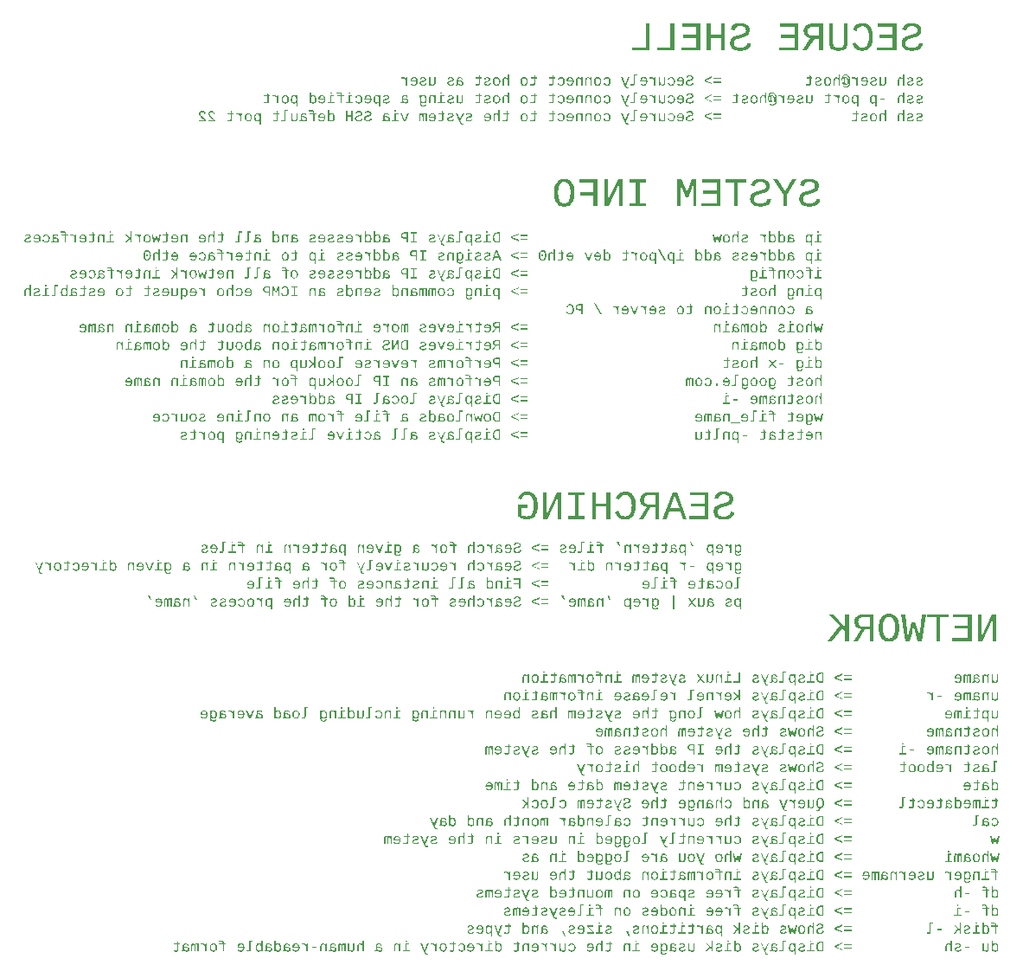
<source format=gbl>
G04 Layer: BottomLayer*
G04 EasyEDA v6.4.25, 2022-04-08T16:02:35--7:00*
G04 Gerber Generator version 0.2*
G04 Scale: 100 percent, Rotated: No, Reflected: No *
G04 Dimensions in millimeters *
G04 leading zeros omitted , absolute positions ,4 integer and 5 decimal *
%FSLAX45Y45*%
%MOMM*%

%ADD10C,0.0001*%

%LPD*%
G36*
X4850638Y9138412D02*
G01*
X4850688Y9107220D01*
X4851400Y9095486D01*
X4851146Y9095486D01*
X4840986Y9106712D01*
X4826254Y9110472D01*
X4815027Y9108744D01*
X4807000Y9103461D01*
X4802225Y9094774D01*
X4800600Y9082532D01*
X4800600Y9029700D01*
X4813808Y9029700D01*
X4813808Y9080500D01*
X4814062Y9085224D01*
X4814773Y9089339D01*
X4815941Y9092742D01*
X4817618Y9095486D01*
X4819904Y9097619D01*
X4822748Y9099092D01*
X4826152Y9100007D01*
X4830064Y9100312D01*
X4834331Y9099905D01*
X4838192Y9098686D01*
X4841697Y9096603D01*
X4844796Y9093708D01*
X4847336Y9089999D01*
X4849164Y9085783D01*
X4850282Y9081008D01*
X4850638Y9075674D01*
X4850638Y9029700D01*
X4863846Y9029700D01*
X4863846Y9138412D01*
G37*
G36*
X6083808Y9138412D02*
G01*
X6083808Y9046972D01*
X6083249Y9044127D01*
X6082030Y9042146D01*
X6079744Y9041079D01*
X6076442Y9040368D01*
X6055868Y9040114D01*
X6055868Y9029700D01*
X6083046Y9029954D01*
X6086856Y9030919D01*
X6090107Y9032392D01*
X6092799Y9034221D01*
X6094984Y9036558D01*
X6095796Y9038183D01*
X6096406Y9040672D01*
X6096812Y9044127D01*
X6097016Y9048496D01*
X6097016Y9127998D01*
X6118098Y9127998D01*
X6118098Y9138412D01*
G37*
G36*
X8091170Y9138412D02*
G01*
X8091220Y9107220D01*
X8091931Y9095486D01*
X8091678Y9095486D01*
X8081518Y9106712D01*
X8066786Y9110472D01*
X8055559Y9108744D01*
X8047532Y9103461D01*
X8042757Y9094774D01*
X8041131Y9082532D01*
X8041131Y9029700D01*
X8054340Y9029700D01*
X8054340Y9080500D01*
X8054594Y9085224D01*
X8055305Y9089339D01*
X8056473Y9092742D01*
X8058150Y9095486D01*
X8060334Y9097619D01*
X8063179Y9099092D01*
X8066582Y9100007D01*
X8070596Y9100312D01*
X8074863Y9099905D01*
X8078724Y9098686D01*
X8082229Y9096603D01*
X8085328Y9093708D01*
X8087868Y9089999D01*
X8089696Y9085783D01*
X8090814Y9081008D01*
X8091170Y9075674D01*
X8091170Y9029700D01*
X8104378Y9029700D01*
X8104378Y9138412D01*
G37*
G36*
X8158734Y9138412D02*
G01*
X8153196Y9138005D01*
X8148015Y9136786D01*
X8143138Y9134703D01*
X8138668Y9131808D01*
X8134603Y9128150D01*
X8131048Y9123832D01*
X8128000Y9118752D01*
X8125459Y9113012D01*
X8122056Y9099956D01*
X8120888Y9085072D01*
X8122412Y9065463D01*
X8126984Y9050274D01*
X8130286Y9044584D01*
X8134096Y9040571D01*
X8138414Y9038132D01*
X8143240Y9037320D01*
X8147812Y9038031D01*
X8151063Y9040164D01*
X8152993Y9043771D01*
X8153653Y9048750D01*
X8153653Y9051544D01*
X8153908Y9051544D01*
X8155330Y9048496D01*
X8156956Y9045752D01*
X8158886Y9043314D01*
X8161020Y9041130D01*
X8163356Y9039453D01*
X8165846Y9038285D01*
X8168436Y9037574D01*
X8171180Y9037320D01*
X8174888Y9037777D01*
X8178190Y9039148D01*
X8180984Y9041485D01*
X8183372Y9044686D01*
X8185251Y9048750D01*
X8186623Y9053576D01*
X8187436Y9059164D01*
X8187690Y9065514D01*
X8187486Y9071305D01*
X8186826Y9076944D01*
X8185708Y9082481D01*
X8184134Y9087866D01*
X8182203Y9092793D01*
X8179968Y9097213D01*
X8177377Y9101074D01*
X8174481Y9104376D01*
X8171332Y9106916D01*
X8167979Y9108744D01*
X8164474Y9109862D01*
X8160766Y9110218D01*
X8158327Y9110065D01*
X8156143Y9109506D01*
X8154162Y9108643D01*
X8152384Y9107424D01*
X8150707Y9105696D01*
X8149336Y9103512D01*
X8148218Y9100870D01*
X8147303Y9097772D01*
X8147050Y9097772D01*
X8144509Y9108694D01*
X8136128Y9108694D01*
X8140416Y9087104D01*
X8151114Y9087104D01*
X8151266Y9090812D01*
X8151825Y9093962D01*
X8152688Y9096654D01*
X8153908Y9098788D01*
X8155279Y9100566D01*
X8156905Y9101836D01*
X8158734Y9102598D01*
X8160766Y9102852D01*
X8163001Y9102547D01*
X8165134Y9101632D01*
X8167217Y9100159D01*
X8169148Y9098026D01*
X8170976Y9095384D01*
X8172653Y9092184D01*
X8174126Y9088526D01*
X8175498Y9084310D01*
X8176514Y9079839D01*
X8177225Y9075216D01*
X8177631Y9070543D01*
X8177784Y9065768D01*
X8175701Y9050324D01*
X8169402Y9045194D01*
X8166811Y9045600D01*
X8164322Y9046921D01*
X8161985Y9049054D01*
X8159750Y9052052D01*
X8157718Y9055760D01*
X8155990Y9060129D01*
X8154568Y9065056D01*
X8152384Y9075928D01*
X8151266Y9084157D01*
X8151114Y9087104D01*
X8140416Y9087104D01*
X8144713Y9064548D01*
X8146135Y9054388D01*
X8146288Y9051290D01*
X8146084Y9048394D01*
X8145373Y9046362D01*
X8144306Y9045092D01*
X8142731Y9044686D01*
X8139938Y9045346D01*
X8137448Y9047429D01*
X8135264Y9050832D01*
X8133334Y9055608D01*
X8130641Y9068358D01*
X8129778Y9084818D01*
X8131759Y9103004D01*
X8137652Y9117330D01*
X8147050Y9126677D01*
X8158988Y9129776D01*
X8164169Y9129268D01*
X8169097Y9127794D01*
X8173720Y9125356D01*
X8178038Y9121902D01*
X8185454Y9112453D01*
X8190992Y9099804D01*
X8194395Y9084564D01*
X8195564Y9067292D01*
X8195005Y9056573D01*
X8193379Y9046972D01*
X8190687Y9038539D01*
X8186928Y9031224D01*
X8176971Y9020962D01*
X8163814Y9017508D01*
X8160410Y9017660D01*
X8157108Y9018219D01*
X8153806Y9019082D01*
X8147253Y9021826D01*
X8143798Y9023807D01*
X8140293Y9026245D01*
X8136636Y9029192D01*
X8131556Y9022842D01*
X8135721Y9019387D01*
X8139836Y9016492D01*
X8143849Y9014104D01*
X8147812Y9012174D01*
X8151825Y9010751D01*
X8155940Y9009684D01*
X8160207Y9009075D01*
X8164575Y9008872D01*
X8170367Y9009329D01*
X8175802Y9010650D01*
X8180933Y9012885D01*
X8185658Y9015984D01*
X8193938Y9024670D01*
X8199881Y9036558D01*
X8203488Y9050985D01*
X8204708Y9067292D01*
X8204352Y9077553D01*
X8203336Y9087154D01*
X8201558Y9096197D01*
X8199120Y9104630D01*
X8192312Y9118854D01*
X8183118Y9129522D01*
X8171688Y9136176D01*
G37*
G36*
X8721344Y9138412D02*
G01*
X8721394Y9107220D01*
X8721852Y9095486D01*
X8721598Y9095486D01*
X8711641Y9106712D01*
X8696960Y9110472D01*
X8685733Y9108744D01*
X8677706Y9103461D01*
X8672931Y9094774D01*
X8671306Y9082532D01*
X8671306Y9029700D01*
X8684514Y9029700D01*
X8684514Y9080500D01*
X8684768Y9085224D01*
X8685479Y9089339D01*
X8686647Y9092742D01*
X8688324Y9095486D01*
X8690508Y9097619D01*
X8693302Y9099092D01*
X8696604Y9100007D01*
X8700516Y9100312D01*
X8704884Y9099905D01*
X8708847Y9098686D01*
X8712352Y9096603D01*
X8715502Y9093708D01*
X8718042Y9089999D01*
X8719870Y9085783D01*
X8720988Y9081008D01*
X8721344Y9075674D01*
X8721344Y9029700D01*
X8734552Y9029700D01*
X8734552Y9138412D01*
G37*
G36*
X6632702Y9130030D02*
G01*
X6625437Y9129674D01*
X6619036Y9128709D01*
X6613601Y9127032D01*
X6609080Y9124696D01*
X6605219Y9121444D01*
X6602018Y9117330D01*
X6599529Y9112300D01*
X6597650Y9106408D01*
X6611366Y9103868D01*
X6612483Y9107678D01*
X6613956Y9110929D01*
X6615887Y9113621D01*
X6618224Y9115806D01*
X6621119Y9117482D01*
X6624523Y9118650D01*
X6628384Y9119362D01*
X6632702Y9119616D01*
X6648297Y9115653D01*
X6653530Y9103868D01*
X6653022Y9099905D01*
X6652361Y9098229D01*
X6650481Y9095435D01*
X6647840Y9093149D01*
X6644436Y9091320D01*
X6640626Y9089796D01*
X6620256Y9084513D01*
X6614414Y9082532D01*
X6610146Y9080652D01*
X6603238Y9076182D01*
X6600444Y9073388D01*
X6598208Y9070086D01*
X6596634Y9066276D01*
X6595465Y9061907D01*
X6595109Y9056878D01*
X6597599Y9044889D01*
X6605016Y9035796D01*
X6616953Y9030055D01*
X6632956Y9028176D01*
X6647992Y9029801D01*
X6659524Y9034729D01*
X6667550Y9042908D01*
X6672072Y9054338D01*
X6658356Y9057132D01*
X6657086Y9052763D01*
X6655257Y9049004D01*
X6652869Y9045905D01*
X6649974Y9043416D01*
X6646418Y9041536D01*
X6642353Y9040164D01*
X6637781Y9039352D01*
X6632702Y9039098D01*
X6627215Y9039402D01*
X6622440Y9040215D01*
X6618325Y9041688D01*
X6614922Y9043670D01*
X6612381Y9046210D01*
X6610553Y9049207D01*
X6609435Y9052661D01*
X6609080Y9056624D01*
X6609232Y9059062D01*
X6609638Y9061246D01*
X6610350Y9063228D01*
X6611366Y9065006D01*
X6614109Y9067800D01*
X6615785Y9069019D01*
X6619697Y9071152D01*
X6624015Y9072930D01*
X6641693Y9077655D01*
X6650075Y9080347D01*
X6653022Y9081516D01*
X6657594Y9084208D01*
X6661150Y9087104D01*
X6663639Y9090406D01*
X6665468Y9094216D01*
X6666636Y9098584D01*
X6666992Y9103614D01*
X6666433Y9109608D01*
X6664756Y9114840D01*
X6662013Y9119362D01*
X6658102Y9123172D01*
X6647281Y9128302D01*
G37*
G36*
X4567936Y9129522D02*
G01*
X4567936Y9108948D01*
X4536440Y9108948D01*
X4536440Y9098534D01*
X4567936Y9098534D01*
X4567936Y9050782D01*
X4567732Y9048038D01*
X4567174Y9045702D01*
X4566208Y9043720D01*
X4564888Y9042146D01*
X4563110Y9040926D01*
X4560824Y9040063D01*
X4558030Y9039504D01*
X4554728Y9039352D01*
X4549648Y9039504D01*
X4544314Y9039961D01*
X4538726Y9040774D01*
X4532884Y9041892D01*
X4532884Y9031986D01*
X4539081Y9030411D01*
X4545279Y9029293D01*
X4551426Y9028633D01*
X4557522Y9028430D01*
X4563008Y9028734D01*
X4567834Y9029700D01*
X4571898Y9031274D01*
X4575302Y9033510D01*
X4577842Y9036405D01*
X4579670Y9040063D01*
X4580788Y9044432D01*
X4581144Y9049512D01*
X4581144Y9098534D01*
X4593590Y9098534D01*
X4593590Y9108948D01*
X4581144Y9108948D01*
X4576826Y9129522D01*
G37*
G36*
X5108194Y9129522D02*
G01*
X5108194Y9108948D01*
X5076444Y9108948D01*
X5076444Y9098534D01*
X5108194Y9098534D01*
X5108194Y9050782D01*
X5107990Y9048038D01*
X5107381Y9045702D01*
X5106314Y9043720D01*
X5104892Y9042146D01*
X5103114Y9040926D01*
X5100828Y9040063D01*
X5098034Y9039504D01*
X5094732Y9039352D01*
X5089652Y9039504D01*
X5084318Y9039961D01*
X5078730Y9040774D01*
X5072888Y9041892D01*
X5072888Y9031986D01*
X5079085Y9030411D01*
X5085283Y9029293D01*
X5091430Y9028633D01*
X5097526Y9028430D01*
X5103114Y9028734D01*
X5107940Y9029700D01*
X5112004Y9031274D01*
X5115306Y9033510D01*
X5117846Y9036405D01*
X5119674Y9040063D01*
X5120792Y9044432D01*
X5121148Y9049512D01*
X5121148Y9098534D01*
X5133594Y9098534D01*
X5133594Y9108948D01*
X5121148Y9108948D01*
X5116830Y9129522D01*
G37*
G36*
X5288026Y9129522D02*
G01*
X5288026Y9108948D01*
X5256530Y9108948D01*
X5256530Y9098534D01*
X5288026Y9098534D01*
X5288026Y9050782D01*
X5287822Y9048038D01*
X5287264Y9045702D01*
X5286298Y9043720D01*
X5284978Y9042146D01*
X5283200Y9040926D01*
X5280914Y9040063D01*
X5278120Y9039504D01*
X5274818Y9039352D01*
X5269738Y9039504D01*
X5264404Y9039961D01*
X5258816Y9040774D01*
X5252974Y9041892D01*
X5252974Y9031986D01*
X5259171Y9030411D01*
X5265369Y9029293D01*
X5271516Y9028633D01*
X5277612Y9028430D01*
X5283200Y9028734D01*
X5288026Y9029700D01*
X5292090Y9031274D01*
X5295392Y9033510D01*
X5297932Y9036405D01*
X5299760Y9040063D01*
X5300878Y9044432D01*
X5301234Y9049512D01*
X5301234Y9098534D01*
X5313680Y9098534D01*
X5313680Y9108948D01*
X5301234Y9108948D01*
X5296916Y9129522D01*
G37*
G36*
X7808468Y9129522D02*
G01*
X7808468Y9108948D01*
X7776972Y9108948D01*
X7776972Y9098534D01*
X7808468Y9098534D01*
X7808468Y9050782D01*
X7808264Y9048038D01*
X7807706Y9045702D01*
X7806740Y9043720D01*
X7805420Y9042146D01*
X7803642Y9040926D01*
X7801356Y9040063D01*
X7798562Y9039504D01*
X7795259Y9039352D01*
X7790180Y9039504D01*
X7784846Y9039961D01*
X7779258Y9040774D01*
X7773416Y9041892D01*
X7773416Y9031986D01*
X7779613Y9030411D01*
X7785811Y9029293D01*
X7791958Y9028633D01*
X7798053Y9028430D01*
X7803540Y9028734D01*
X7808315Y9029700D01*
X7812430Y9031274D01*
X7815834Y9033510D01*
X7818374Y9036405D01*
X7820202Y9040063D01*
X7821320Y9044432D01*
X7821675Y9049512D01*
X7821675Y9098534D01*
X7834122Y9098534D01*
X7834122Y9108948D01*
X7821675Y9108948D01*
X7817358Y9129522D01*
G37*
G36*
X6849364Y9117076D02*
G01*
X6776466Y9086596D01*
X6776466Y9071610D01*
X6849364Y9040876D01*
X6849364Y9052306D01*
X6786372Y9078976D01*
X6849364Y9105900D01*
G37*
G36*
X3825748Y9110472D02*
G01*
X3818178Y9110167D01*
X3810762Y9109202D01*
X3810762Y9097010D01*
X3818686Y9097975D01*
X3826256Y9098280D01*
X3831844Y9097721D01*
X3836873Y9096044D01*
X3841343Y9093301D01*
X3845306Y9089390D01*
X3848506Y9084665D01*
X3850843Y9079280D01*
X3852214Y9073337D01*
X3852672Y9066784D01*
X3852672Y9029700D01*
X3865626Y9029700D01*
X3865676Y9083903D01*
X3866184Y9090558D01*
X3867200Y9097873D01*
X3869436Y9108948D01*
X3856990Y9108948D01*
X3854704Y9099296D01*
X3853434Y9090660D01*
X3853179Y9090660D01*
X3849522Y9097721D01*
X3846068Y9102598D01*
X3842207Y9105950D01*
X3840022Y9107322D01*
X3837686Y9108440D01*
X3835146Y9109303D01*
X3832301Y9109964D01*
G37*
G36*
X3932174Y9110472D02*
G01*
X3916984Y9107881D01*
X3906012Y9100058D01*
X3899357Y9086799D01*
X3898135Y9076690D01*
X3910837Y9076690D01*
X3912920Y9087154D01*
X3917137Y9094622D01*
X3923436Y9099092D01*
X3931920Y9100566D01*
X3936593Y9100159D01*
X3940759Y9098991D01*
X3944365Y9097010D01*
X3947414Y9094216D01*
X3950004Y9090761D01*
X3951884Y9086646D01*
X3953052Y9081973D01*
X3953510Y9076690D01*
X3898135Y9076690D01*
X3897122Y9068308D01*
X3897122Y9066530D01*
X3953764Y9066530D01*
X3953408Y9060281D01*
X3952290Y9054693D01*
X3950462Y9049867D01*
X3947922Y9045702D01*
X3944620Y9042349D01*
X3940810Y9040012D01*
X3936492Y9038539D01*
X3931665Y9038082D01*
X3928008Y9038285D01*
X3924554Y9038894D01*
X3921404Y9039961D01*
X3918458Y9041384D01*
X3915867Y9043162D01*
X3913784Y9045244D01*
X3912057Y9047632D01*
X3910837Y9050274D01*
X3899408Y9046972D01*
X3901287Y9042654D01*
X3903827Y9038894D01*
X3907129Y9035694D01*
X3911092Y9033002D01*
X3915613Y9030868D01*
X3920540Y9029395D01*
X3925925Y9028480D01*
X3931665Y9028176D01*
X3946956Y9030919D01*
X3958336Y9039098D01*
X3965194Y9052102D01*
X3967479Y9069832D01*
X3965194Y9087104D01*
X3958336Y9099804D01*
X3947210Y9107779D01*
G37*
G36*
X4383532Y9110472D02*
G01*
X4376623Y9110065D01*
X4370628Y9108744D01*
X4365599Y9106611D01*
X4361434Y9103614D01*
X4358233Y9099804D01*
X4355896Y9095232D01*
X4354525Y9089898D01*
X4354068Y9083802D01*
X4354068Y9068816D01*
X4381246Y9068562D01*
X4389018Y9067952D01*
X4392015Y9067342D01*
X4394454Y9066530D01*
X4396638Y9065514D01*
X4398518Y9064294D01*
X4400194Y9062872D01*
X4401566Y9061196D01*
X4402683Y9059265D01*
X4403445Y9056979D01*
X4403953Y9054439D01*
X4404106Y9051544D01*
X4403902Y9048750D01*
X4403293Y9046210D01*
X4402226Y9043924D01*
X4400804Y9041892D01*
X4399076Y9040317D01*
X4396943Y9039250D01*
X4394352Y9038539D01*
X4391406Y9038336D01*
X4387951Y9038539D01*
X4384751Y9039148D01*
X4381754Y9040215D01*
X4378960Y9041638D01*
X4376318Y9043416D01*
X4374083Y9045498D01*
X4372152Y9047886D01*
X4370578Y9050528D01*
X4369257Y9053474D01*
X4368292Y9056370D01*
X4367733Y9059265D01*
X4367530Y9062212D01*
X4367530Y9068816D01*
X4354068Y9068816D01*
X4353966Y9046768D01*
X4353204Y9042450D01*
X4352544Y9040876D01*
X4351629Y9039555D01*
X4350308Y9038590D01*
X4348683Y9038031D01*
X4345787Y9037878D01*
X4342384Y9038336D01*
X4342384Y9030208D01*
X4347464Y9029242D01*
X4352544Y9028938D01*
X4355947Y9029192D01*
X4358894Y9029903D01*
X4361281Y9031071D01*
X4363212Y9032748D01*
X4364685Y9034932D01*
X4365802Y9037726D01*
X4366615Y9041028D01*
X4367022Y9044940D01*
X4367530Y9044940D01*
X4369968Y9040825D01*
X4372610Y9037320D01*
X4375556Y9034475D01*
X4378706Y9032240D01*
X4382109Y9030462D01*
X4385868Y9029192D01*
X4390085Y9028430D01*
X4394708Y9028176D01*
X4400194Y9028582D01*
X4404918Y9029750D01*
X4408932Y9031732D01*
X4412234Y9034526D01*
X4414774Y9037980D01*
X4416602Y9041993D01*
X4417720Y9046616D01*
X4418076Y9051798D01*
X4415993Y9063024D01*
X4409744Y9071102D01*
X4399381Y9075978D01*
X4384802Y9077706D01*
X4367530Y9077960D01*
X4367784Y9086748D01*
X4368495Y9090609D01*
X4369663Y9093758D01*
X4371340Y9096248D01*
X4373524Y9098026D01*
X4376369Y9099296D01*
X4379772Y9100058D01*
X4383786Y9100312D01*
X4387799Y9100108D01*
X4391202Y9099550D01*
X4394047Y9098584D01*
X4396232Y9097264D01*
X4397959Y9095536D01*
X4399280Y9093403D01*
X4400245Y9090812D01*
X4400804Y9087866D01*
X4414520Y9089136D01*
X4411370Y9098483D01*
X4405122Y9105138D01*
X4395876Y9109151D01*
G37*
G36*
X4742434Y9110472D02*
G01*
X4726736Y9107932D01*
X4715764Y9100312D01*
X4709261Y9087510D01*
X4707128Y9069324D01*
X4720844Y9069324D01*
X4721148Y9076690D01*
X4722114Y9083090D01*
X4723688Y9088526D01*
X4725924Y9092946D01*
X4728870Y9096298D01*
X4732528Y9098686D01*
X4736947Y9100108D01*
X4742180Y9100566D01*
X4747514Y9100058D01*
X4752035Y9098584D01*
X4755743Y9096146D01*
X4758690Y9092692D01*
X4761026Y9088272D01*
X4762703Y9082887D01*
X4763668Y9076588D01*
X4764024Y9069324D01*
X4763668Y9062161D01*
X4762703Y9055862D01*
X4761026Y9050477D01*
X4758690Y9045956D01*
X4755794Y9042501D01*
X4752187Y9040063D01*
X4747920Y9038590D01*
X4742942Y9038082D01*
X4737506Y9038539D01*
X4732934Y9039961D01*
X4729124Y9042349D01*
X4726178Y9045702D01*
X4723841Y9050121D01*
X4722164Y9055557D01*
X4721199Y9061958D01*
X4720844Y9069324D01*
X4707128Y9069324D01*
X4709414Y9051798D01*
X4716272Y9038844D01*
X4727498Y9030868D01*
X4742942Y9028176D01*
X4757826Y9030868D01*
X4768850Y9038844D01*
X4775708Y9051798D01*
X4777994Y9069324D01*
X4775657Y9087307D01*
X4768596Y9100058D01*
X4757470Y9107881D01*
G37*
G36*
X5012436Y9110472D02*
G01*
X4996891Y9107932D01*
X4985766Y9100312D01*
X4979263Y9087510D01*
X4977130Y9069324D01*
X4990846Y9069324D01*
X4991150Y9076690D01*
X4992116Y9083090D01*
X4993690Y9088526D01*
X4995926Y9092946D01*
X4998872Y9096298D01*
X5002530Y9098686D01*
X5007000Y9100108D01*
X5012182Y9100566D01*
X5017516Y9100058D01*
X5022088Y9098584D01*
X5025898Y9096146D01*
X5028946Y9092692D01*
X5031181Y9088272D01*
X5032756Y9082887D01*
X5033721Y9076588D01*
X5034026Y9069324D01*
X5033721Y9062161D01*
X5032756Y9055862D01*
X5031181Y9050477D01*
X5028946Y9045956D01*
X5025948Y9042501D01*
X5022291Y9040063D01*
X5017922Y9038590D01*
X5012944Y9038082D01*
X5007508Y9038539D01*
X5002936Y9039961D01*
X4999126Y9042349D01*
X4996180Y9045702D01*
X4993843Y9050121D01*
X4992166Y9055557D01*
X4991201Y9061958D01*
X4990846Y9069324D01*
X4977130Y9069324D01*
X4979416Y9051798D01*
X4986274Y9038844D01*
X4997500Y9030868D01*
X5012944Y9028176D01*
X5027930Y9030868D01*
X5038852Y9038844D01*
X5045710Y9051798D01*
X5047996Y9069324D01*
X5045659Y9087307D01*
X5038598Y9100058D01*
X5027472Y9107881D01*
G37*
G36*
X5371338Y9110472D02*
G01*
X5364886Y9110065D01*
X5359095Y9108897D01*
X5353862Y9106916D01*
X5349240Y9104122D01*
X5345328Y9100566D01*
X5342280Y9096502D01*
X5339994Y9091930D01*
X5338572Y9086850D01*
X5352542Y9085834D01*
X5353405Y9088983D01*
X5354624Y9091726D01*
X5356301Y9094165D01*
X5358384Y9096248D01*
X5361025Y9097924D01*
X5364175Y9099092D01*
X5367782Y9099804D01*
X5371846Y9100058D01*
X5377180Y9099600D01*
X5381802Y9098280D01*
X5385714Y9096044D01*
X5388864Y9092946D01*
X5391200Y9088831D01*
X5392877Y9083548D01*
X5393842Y9077147D01*
X5394198Y9069578D01*
X5393842Y9062008D01*
X5392877Y9055557D01*
X5391200Y9050172D01*
X5388864Y9045956D01*
X5385714Y9042603D01*
X5381802Y9040215D01*
X5377180Y9038793D01*
X5371846Y9038336D01*
X5368086Y9038590D01*
X5364683Y9039352D01*
X5361584Y9040622D01*
X5358892Y9042400D01*
X5356453Y9044584D01*
X5354574Y9047226D01*
X5353202Y9050426D01*
X5352288Y9054084D01*
X5338318Y9053322D01*
X5339029Y9049867D01*
X5340146Y9046565D01*
X5341721Y9043517D01*
X5343652Y9040622D01*
X5345988Y9037878D01*
X5348732Y9035389D01*
X5351830Y9033306D01*
X5355336Y9031478D01*
X5358993Y9030055D01*
X5362905Y9028988D01*
X5367020Y9028379D01*
X5371338Y9028176D01*
X5387136Y9030868D01*
X5398516Y9038844D01*
X5405577Y9051645D01*
X5407914Y9069324D01*
X5405577Y9086850D01*
X5398516Y9099804D01*
X5387035Y9107779D01*
G37*
G36*
X5462270Y9110472D02*
G01*
X5447284Y9107881D01*
X5436362Y9100058D01*
X5429707Y9086799D01*
X5428485Y9076690D01*
X5440934Y9076690D01*
X5443016Y9087154D01*
X5447284Y9094622D01*
X5453684Y9099092D01*
X5462270Y9100566D01*
X5466842Y9100159D01*
X5470956Y9098991D01*
X5474614Y9097010D01*
X5477764Y9094216D01*
X5480253Y9090761D01*
X5482082Y9086646D01*
X5483301Y9081973D01*
X5483860Y9076690D01*
X5428485Y9076690D01*
X5427472Y9068308D01*
X5427472Y9066530D01*
X5483860Y9066530D01*
X5483504Y9060281D01*
X5482386Y9054693D01*
X5480558Y9049867D01*
X5478018Y9045702D01*
X5474817Y9042349D01*
X5471109Y9040012D01*
X5466842Y9038539D01*
X5462016Y9038082D01*
X5458358Y9038285D01*
X5454904Y9038894D01*
X5451754Y9039961D01*
X5448808Y9041384D01*
X5446115Y9043162D01*
X5443982Y9045244D01*
X5442356Y9047632D01*
X5441188Y9050274D01*
X5429504Y9046972D01*
X5431485Y9042654D01*
X5434126Y9038894D01*
X5437479Y9035694D01*
X5441442Y9033002D01*
X5445963Y9030868D01*
X5450890Y9029395D01*
X5456275Y9028480D01*
X5462016Y9028176D01*
X5477256Y9030919D01*
X5488432Y9039098D01*
X5495493Y9052102D01*
X5497830Y9069832D01*
X5495544Y9087104D01*
X5488686Y9099804D01*
X5477510Y9107779D01*
G37*
G36*
X5545836Y9110472D02*
G01*
X5539892Y9110065D01*
X5534812Y9108744D01*
X5530494Y9106611D01*
X5527040Y9103614D01*
X5524246Y9099702D01*
X5522264Y9094927D01*
X5521096Y9089186D01*
X5520690Y9082532D01*
X5520690Y9029700D01*
X5533898Y9029700D01*
X5533898Y9080500D01*
X5534152Y9085224D01*
X5534863Y9089339D01*
X5536031Y9092742D01*
X5537708Y9095486D01*
X5539994Y9097619D01*
X5542838Y9099092D01*
X5546242Y9100007D01*
X5550154Y9100312D01*
X5554522Y9099905D01*
X5558434Y9098686D01*
X5561888Y9096603D01*
X5564886Y9093708D01*
X5567426Y9089999D01*
X5569254Y9085783D01*
X5570372Y9081008D01*
X5570728Y9075674D01*
X5570728Y9029700D01*
X5583936Y9029700D01*
X5583986Y9098229D01*
X5584444Y9108948D01*
X5571998Y9108948D01*
X5571744Y9106916D01*
X5571490Y9095486D01*
X5571236Y9095486D01*
X5561076Y9106712D01*
G37*
G36*
X5635752Y9110472D02*
G01*
X5629910Y9110065D01*
X5624830Y9108744D01*
X5620512Y9106611D01*
X5616956Y9103614D01*
X5614263Y9099702D01*
X5612384Y9094927D01*
X5611215Y9089186D01*
X5610860Y9082532D01*
X5610860Y9029700D01*
X5624068Y9029700D01*
X5624068Y9080500D01*
X5624322Y9085224D01*
X5625033Y9089339D01*
X5626201Y9092742D01*
X5627878Y9095486D01*
X5630062Y9097619D01*
X5632856Y9099092D01*
X5636158Y9100007D01*
X5640070Y9100312D01*
X5644438Y9099905D01*
X5648401Y9098686D01*
X5651906Y9096603D01*
X5655056Y9093708D01*
X5657596Y9089999D01*
X5659424Y9085783D01*
X5660542Y9081008D01*
X5660898Y9075674D01*
X5660898Y9029700D01*
X5674106Y9029700D01*
X5674156Y9103156D01*
X5674360Y9108948D01*
X5661914Y9108948D01*
X5661406Y9095486D01*
X5661152Y9095486D01*
X5650992Y9106712D01*
G37*
G36*
X5732526Y9110472D02*
G01*
X5716981Y9107932D01*
X5705856Y9100312D01*
X5699404Y9087510D01*
X5697220Y9069324D01*
X5711190Y9069324D01*
X5711494Y9076690D01*
X5712409Y9083090D01*
X5713882Y9088526D01*
X5716016Y9092946D01*
X5718962Y9096298D01*
X5722620Y9098686D01*
X5727090Y9100108D01*
X5732272Y9100566D01*
X5737606Y9100058D01*
X5742178Y9098584D01*
X5745988Y9096146D01*
X5749036Y9092692D01*
X5751271Y9088272D01*
X5752846Y9082887D01*
X5753811Y9076588D01*
X5754116Y9069324D01*
X5753811Y9062161D01*
X5752846Y9055862D01*
X5751271Y9050477D01*
X5749036Y9045956D01*
X5746038Y9042501D01*
X5742381Y9040063D01*
X5738012Y9038590D01*
X5733034Y9038082D01*
X5727700Y9038539D01*
X5723128Y9039961D01*
X5719318Y9042349D01*
X5716270Y9045702D01*
X5714034Y9050121D01*
X5712460Y9055557D01*
X5711494Y9061958D01*
X5711190Y9069324D01*
X5697220Y9069324D01*
X5699506Y9051798D01*
X5706364Y9038844D01*
X5717590Y9030868D01*
X5733034Y9028176D01*
X5748020Y9030868D01*
X5758942Y9038844D01*
X5765800Y9051798D01*
X5768086Y9069324D01*
X5765749Y9087307D01*
X5758688Y9100058D01*
X5747562Y9107881D01*
G37*
G36*
X5821426Y9110472D02*
G01*
X5814974Y9110065D01*
X5809183Y9108897D01*
X5803950Y9106916D01*
X5799328Y9104122D01*
X5795416Y9100566D01*
X5792368Y9096502D01*
X5790082Y9091930D01*
X5788660Y9086850D01*
X5802630Y9085834D01*
X5803493Y9088983D01*
X5804712Y9091726D01*
X5806389Y9094165D01*
X5808472Y9096248D01*
X5811113Y9097924D01*
X5814263Y9099092D01*
X5817870Y9099804D01*
X5821934Y9100058D01*
X5827268Y9099600D01*
X5831890Y9098280D01*
X5835802Y9096044D01*
X5838952Y9092946D01*
X5841288Y9088831D01*
X5842965Y9083548D01*
X5843930Y9077147D01*
X5844286Y9069578D01*
X5843930Y9062008D01*
X5842965Y9055557D01*
X5841288Y9050172D01*
X5838952Y9045956D01*
X5835802Y9042603D01*
X5831890Y9040215D01*
X5827268Y9038793D01*
X5821934Y9038336D01*
X5818174Y9038590D01*
X5814771Y9039352D01*
X5811672Y9040622D01*
X5808980Y9042400D01*
X5806541Y9044584D01*
X5804662Y9047226D01*
X5803290Y9050426D01*
X5802376Y9054084D01*
X5788406Y9053322D01*
X5789117Y9049867D01*
X5790234Y9046565D01*
X5791809Y9043517D01*
X5793740Y9040622D01*
X5796076Y9037878D01*
X5798820Y9035389D01*
X5801918Y9033306D01*
X5805424Y9031478D01*
X5809081Y9030055D01*
X5812993Y9028988D01*
X5817108Y9028379D01*
X5821426Y9028176D01*
X5837123Y9030868D01*
X5848604Y9038844D01*
X5855665Y9051645D01*
X5858002Y9069324D01*
X5855665Y9086850D01*
X5848604Y9099804D01*
X5837123Y9107779D01*
G37*
G36*
X6182360Y9110472D02*
G01*
X6167374Y9107881D01*
X6156452Y9100058D01*
X6149797Y9086799D01*
X6148575Y9076690D01*
X6161278Y9076690D01*
X6163360Y9087154D01*
X6167577Y9094622D01*
X6173876Y9099092D01*
X6182360Y9100566D01*
X6186932Y9100159D01*
X6191046Y9098991D01*
X6194704Y9097010D01*
X6197854Y9094216D01*
X6200343Y9090761D01*
X6202172Y9086646D01*
X6203391Y9081973D01*
X6203950Y9076690D01*
X6148575Y9076690D01*
X6147562Y9068308D01*
X6147562Y9066530D01*
X6203950Y9066530D01*
X6203594Y9060281D01*
X6202476Y9054693D01*
X6200648Y9049867D01*
X6198108Y9045702D01*
X6194907Y9042349D01*
X6191199Y9040012D01*
X6186932Y9038539D01*
X6182106Y9038082D01*
X6178397Y9038285D01*
X6174994Y9038894D01*
X6171844Y9039961D01*
X6168898Y9041384D01*
X6166256Y9043162D01*
X6164072Y9045244D01*
X6162395Y9047632D01*
X6161278Y9050274D01*
X6149594Y9046972D01*
X6151575Y9042654D01*
X6154216Y9038894D01*
X6157569Y9035694D01*
X6161532Y9033002D01*
X6166053Y9030868D01*
X6170980Y9029395D01*
X6176365Y9028480D01*
X6182106Y9028176D01*
X6197346Y9030919D01*
X6208522Y9039098D01*
X6215583Y9052102D01*
X6217920Y9069832D01*
X6215634Y9087104D01*
X6208776Y9099804D01*
X6197600Y9107779D01*
G37*
G36*
X6256274Y9110472D02*
G01*
X6248654Y9110167D01*
X6241034Y9109202D01*
X6241034Y9097010D01*
X6249162Y9097975D01*
X6256782Y9098280D01*
X6262370Y9097721D01*
X6267399Y9096044D01*
X6271869Y9093301D01*
X6275832Y9089390D01*
X6278930Y9084665D01*
X6281166Y9079280D01*
X6282486Y9073337D01*
X6282944Y9066784D01*
X6282944Y9029700D01*
X6296152Y9029700D01*
X6296202Y9083903D01*
X6296710Y9090558D01*
X6297726Y9097873D01*
X6299962Y9108948D01*
X6287516Y9108948D01*
X6285077Y9099296D01*
X6284366Y9094876D01*
X6283960Y9090660D01*
X6283452Y9090660D01*
X6279896Y9097721D01*
X6278118Y9100413D01*
X6276340Y9102598D01*
X6272479Y9105950D01*
X6270294Y9107322D01*
X6267958Y9108440D01*
X6265418Y9109303D01*
X6262624Y9109964D01*
G37*
G36*
X6451346Y9110472D02*
G01*
X6445046Y9110065D01*
X6439306Y9108897D01*
X6434124Y9106916D01*
X6429502Y9104122D01*
X6425590Y9100566D01*
X6422491Y9096502D01*
X6420256Y9091930D01*
X6418834Y9086850D01*
X6432804Y9085834D01*
X6433667Y9088983D01*
X6434886Y9091726D01*
X6436563Y9094165D01*
X6438646Y9096248D01*
X6441287Y9097924D01*
X6444437Y9099092D01*
X6448044Y9099804D01*
X6452108Y9100058D01*
X6457442Y9099600D01*
X6462014Y9098280D01*
X6465824Y9096044D01*
X6468872Y9092946D01*
X6471310Y9088831D01*
X6473037Y9083548D01*
X6474104Y9077147D01*
X6474460Y9069578D01*
X6473037Y9055557D01*
X6468872Y9045956D01*
X6465824Y9042603D01*
X6462014Y9040215D01*
X6457442Y9038793D01*
X6452108Y9038336D01*
X6448348Y9038590D01*
X6444894Y9039352D01*
X6441744Y9040622D01*
X6438900Y9042400D01*
X6436614Y9044584D01*
X6434785Y9047226D01*
X6433413Y9050426D01*
X6432550Y9054084D01*
X6418580Y9053322D01*
X6419291Y9049867D01*
X6420408Y9046565D01*
X6421983Y9043517D01*
X6423914Y9040622D01*
X6426250Y9037878D01*
X6428943Y9035389D01*
X6431940Y9033306D01*
X6435344Y9031478D01*
X6439103Y9030055D01*
X6443065Y9028988D01*
X6447231Y9028379D01*
X6451600Y9028176D01*
X6467297Y9030868D01*
X6478778Y9038844D01*
X6485839Y9051645D01*
X6488176Y9069324D01*
X6485839Y9086850D01*
X6478778Y9099804D01*
X6467195Y9107779D01*
G37*
G36*
X6542531Y9110472D02*
G01*
X6527342Y9107881D01*
X6516370Y9100058D01*
X6509715Y9086799D01*
X6508493Y9076690D01*
X6521196Y9076690D01*
X6523278Y9087154D01*
X6527495Y9094622D01*
X6533794Y9099092D01*
X6542278Y9100566D01*
X6547002Y9100159D01*
X6551168Y9098991D01*
X6554876Y9097010D01*
X6558025Y9094216D01*
X6560464Y9090761D01*
X6562293Y9086646D01*
X6563410Y9081973D01*
X6563868Y9076690D01*
X6508493Y9076690D01*
X6507480Y9068308D01*
X6507480Y9066530D01*
X6564122Y9066530D01*
X6563766Y9060281D01*
X6562648Y9054693D01*
X6560820Y9049867D01*
X6558280Y9045702D01*
X6555079Y9042349D01*
X6551320Y9040012D01*
X6546951Y9038539D01*
X6542024Y9038082D01*
X6538417Y9038285D01*
X6535064Y9038894D01*
X6531813Y9039961D01*
X6528816Y9041384D01*
X6526225Y9043162D01*
X6524091Y9045244D01*
X6522415Y9047632D01*
X6521196Y9050274D01*
X6509766Y9046972D01*
X6511645Y9042654D01*
X6514236Y9038894D01*
X6517487Y9035694D01*
X6521450Y9033002D01*
X6525971Y9030868D01*
X6530898Y9029395D01*
X6536283Y9028480D01*
X6542024Y9028176D01*
X6557314Y9030919D01*
X6568694Y9039098D01*
X6575755Y9052102D01*
X6578092Y9069832D01*
X6575806Y9087104D01*
X6568948Y9099804D01*
X6557772Y9107779D01*
G37*
G36*
X7982966Y9110472D02*
G01*
X7967268Y9107932D01*
X7956296Y9100312D01*
X7949793Y9087510D01*
X7947659Y9069324D01*
X7961375Y9069324D01*
X7961680Y9076690D01*
X7962646Y9083090D01*
X7964220Y9088526D01*
X7966456Y9092946D01*
X7969402Y9096298D01*
X7973059Y9098686D01*
X7977479Y9100108D01*
X7982712Y9100566D01*
X7988046Y9100058D01*
X7992567Y9098584D01*
X7996275Y9096146D01*
X7999222Y9092692D01*
X8001558Y9088272D01*
X8003235Y9082887D01*
X8004200Y9076588D01*
X8004556Y9069324D01*
X8004200Y9062161D01*
X8003235Y9055862D01*
X8001558Y9050477D01*
X7999222Y9045956D01*
X7996326Y9042501D01*
X7992770Y9040063D01*
X7988452Y9038590D01*
X7983474Y9038082D01*
X7978038Y9038539D01*
X7973466Y9039961D01*
X7969656Y9042349D01*
X7966709Y9045702D01*
X7964373Y9050121D01*
X7962696Y9055557D01*
X7961731Y9061958D01*
X7961375Y9069324D01*
X7947659Y9069324D01*
X7949946Y9051798D01*
X7956803Y9038844D01*
X7968030Y9030868D01*
X7983474Y9028176D01*
X7998358Y9030868D01*
X8009381Y9038844D01*
X8016240Y9051798D01*
X8018525Y9069324D01*
X8016189Y9087307D01*
X8009128Y9100058D01*
X7998002Y9107881D01*
G37*
G36*
X8236458Y9110472D02*
G01*
X8228888Y9110167D01*
X8221472Y9109202D01*
X8221472Y9097010D01*
X8229396Y9097975D01*
X8236966Y9098280D01*
X8242655Y9097721D01*
X8247684Y9096044D01*
X8252155Y9093301D01*
X8256016Y9089390D01*
X8259216Y9084665D01*
X8261553Y9079280D01*
X8262924Y9073337D01*
X8263381Y9066784D01*
X8263381Y9029700D01*
X8276590Y9029700D01*
X8276640Y9083903D01*
X8276996Y9090558D01*
X8277910Y9097873D01*
X8280146Y9108948D01*
X8267700Y9108948D01*
X8265414Y9099296D01*
X8264144Y9090660D01*
X8263890Y9090660D01*
X8260181Y9097721D01*
X8256778Y9102598D01*
X8252917Y9105950D01*
X8250732Y9107322D01*
X8248396Y9108440D01*
X8245856Y9109303D01*
X8243011Y9109964D01*
G37*
G36*
X8342884Y9110472D02*
G01*
X8327694Y9107881D01*
X8316722Y9100058D01*
X8310067Y9086799D01*
X8308845Y9076690D01*
X8321548Y9076690D01*
X8323630Y9087154D01*
X8327847Y9094622D01*
X8334146Y9099092D01*
X8342630Y9100566D01*
X8347303Y9100159D01*
X8351469Y9098991D01*
X8355075Y9097010D01*
X8358124Y9094216D01*
X8360714Y9090761D01*
X8362543Y9086646D01*
X8363762Y9081973D01*
X8364220Y9076690D01*
X8308845Y9076690D01*
X8307831Y9068308D01*
X8307831Y9066530D01*
X8364474Y9066530D01*
X8364118Y9060281D01*
X8363000Y9054693D01*
X8361172Y9049867D01*
X8358631Y9045702D01*
X8355330Y9042349D01*
X8351520Y9040012D01*
X8347202Y9038539D01*
X8342375Y9038082D01*
X8338718Y9038285D01*
X8335264Y9038894D01*
X8332063Y9039961D01*
X8329168Y9041384D01*
X8326577Y9043162D01*
X8324443Y9045244D01*
X8322767Y9047632D01*
X8321548Y9050274D01*
X8310118Y9046972D01*
X8311997Y9042654D01*
X8314588Y9038894D01*
X8317839Y9035694D01*
X8321802Y9033002D01*
X8326323Y9030868D01*
X8331250Y9029395D01*
X8336635Y9028480D01*
X8342375Y9028176D01*
X8357666Y9030919D01*
X8369046Y9039098D01*
X8375903Y9052102D01*
X8378190Y9069832D01*
X8375903Y9087104D01*
X8369046Y9099804D01*
X8358073Y9107779D01*
G37*
G36*
X4021582Y9110218D02*
G01*
X4015536Y9109913D01*
X4010101Y9108998D01*
X4005224Y9107525D01*
X4001008Y9105392D01*
X3997553Y9102699D01*
X3994861Y9099397D01*
X3992879Y9095587D01*
X3991610Y9091168D01*
X4003294Y9089644D01*
X4003903Y9092133D01*
X4005021Y9094368D01*
X4006596Y9096197D01*
X4008628Y9097772D01*
X4011066Y9098889D01*
X4014012Y9099702D01*
X4017518Y9100159D01*
X4021582Y9100312D01*
X4035094Y9097568D01*
X4039615Y9089390D01*
X4039412Y9087205D01*
X4038854Y9085326D01*
X4037888Y9083700D01*
X4036568Y9082278D01*
X4034840Y9081058D01*
X4030014Y9078874D01*
X4012488Y9074302D01*
X4003954Y9071508D01*
X4001008Y9070086D01*
X3998468Y9068460D01*
X3996232Y9066733D01*
X3994302Y9064802D01*
X3992626Y9062720D01*
X3991305Y9060535D01*
X3990340Y9058097D01*
X3989781Y9055354D01*
X3989578Y9052306D01*
X3990136Y9047022D01*
X3991711Y9042247D01*
X3994454Y9038132D01*
X3998214Y9034526D01*
X4008424Y9029750D01*
X4021836Y9028176D01*
X4028897Y9028480D01*
X4035044Y9029395D01*
X4040327Y9030868D01*
X4044696Y9033002D01*
X4048302Y9035643D01*
X4051249Y9039047D01*
X4053484Y9043162D01*
X4055110Y9047988D01*
X4043426Y9050020D01*
X4042562Y9047175D01*
X4041343Y9044686D01*
X4039666Y9042603D01*
X4037584Y9040876D01*
X4034891Y9039656D01*
X4031386Y9038793D01*
X4027017Y9038234D01*
X4021836Y9038082D01*
X4007002Y9041180D01*
X4002024Y9050528D01*
X4002227Y9052814D01*
X4002938Y9054846D01*
X4004005Y9056624D01*
X4005579Y9058148D01*
X4007612Y9059519D01*
X4013047Y9061907D01*
X4016501Y9062974D01*
X4032453Y9067088D01*
X4041140Y9070340D01*
X4043629Y9071813D01*
X4045813Y9073438D01*
X4047693Y9075267D01*
X4049268Y9077198D01*
X4050385Y9079331D01*
X4051198Y9081770D01*
X4051655Y9084411D01*
X4051808Y9087358D01*
X4051350Y9092387D01*
X4049928Y9096908D01*
X4047540Y9100769D01*
X4044187Y9104122D01*
X4039819Y9106763D01*
X4034586Y9108694D01*
X4028541Y9109811D01*
G37*
G36*
X4291838Y9110218D02*
G01*
X4285691Y9109913D01*
X4280204Y9108998D01*
X4275429Y9107525D01*
X4271264Y9105392D01*
X4267708Y9102699D01*
X4264914Y9099397D01*
X4262882Y9095587D01*
X4261612Y9091168D01*
X4273296Y9089644D01*
X4274007Y9092133D01*
X4275124Y9094368D01*
X4276699Y9096197D01*
X4278630Y9097772D01*
X4281068Y9098889D01*
X4284065Y9099702D01*
X4287672Y9100159D01*
X4291838Y9100312D01*
X4305198Y9097568D01*
X4309618Y9089390D01*
X4309414Y9087205D01*
X4308856Y9085326D01*
X4307890Y9083700D01*
X4306570Y9082278D01*
X4304842Y9081058D01*
X4300016Y9078874D01*
X4282490Y9074302D01*
X4273956Y9071508D01*
X4271010Y9070086D01*
X4268470Y9068460D01*
X4266234Y9066733D01*
X4264304Y9064802D01*
X4262628Y9062720D01*
X4261408Y9060535D01*
X4260545Y9058097D01*
X4259986Y9055354D01*
X4259834Y9052306D01*
X4260342Y9047022D01*
X4261916Y9042247D01*
X4264558Y9038132D01*
X4268216Y9034526D01*
X4278426Y9029750D01*
X4291838Y9028176D01*
X4299000Y9028480D01*
X4305249Y9029395D01*
X4310532Y9030868D01*
X4314952Y9033002D01*
X4318558Y9035643D01*
X4321403Y9039047D01*
X4323638Y9043162D01*
X4325112Y9047988D01*
X4313428Y9050020D01*
X4312564Y9047175D01*
X4311345Y9044686D01*
X4309668Y9042603D01*
X4307586Y9040876D01*
X4304893Y9039656D01*
X4301388Y9038793D01*
X4297019Y9038234D01*
X4291838Y9038082D01*
X4276953Y9041180D01*
X4272026Y9050528D01*
X4272229Y9052814D01*
X4272940Y9054846D01*
X4274007Y9056624D01*
X4275582Y9058148D01*
X4277715Y9059519D01*
X4283303Y9061907D01*
X4286758Y9062974D01*
X4302506Y9067088D01*
X4311142Y9070340D01*
X4313631Y9071813D01*
X4315815Y9073438D01*
X4317695Y9075267D01*
X4319270Y9077198D01*
X4320489Y9079331D01*
X4321352Y9081770D01*
X4321911Y9084411D01*
X4322064Y9087358D01*
X4321556Y9092387D01*
X4320082Y9096908D01*
X4317644Y9100769D01*
X4314190Y9104122D01*
X4309922Y9106763D01*
X4304792Y9108694D01*
X4298746Y9109811D01*
G37*
G36*
X4651756Y9110218D02*
G01*
X4645609Y9109913D01*
X4640122Y9108998D01*
X4635347Y9107525D01*
X4631182Y9105392D01*
X4627727Y9102699D01*
X4624984Y9099397D01*
X4622901Y9095587D01*
X4621530Y9091168D01*
X4633468Y9089644D01*
X4634077Y9092133D01*
X4635093Y9094368D01*
X4636617Y9096197D01*
X4638548Y9097772D01*
X4641088Y9098889D01*
X4644136Y9099702D01*
X4647692Y9100159D01*
X4651756Y9100312D01*
X4665268Y9097568D01*
X4669790Y9089390D01*
X4669586Y9087205D01*
X4669028Y9085326D01*
X4668062Y9083700D01*
X4666742Y9082278D01*
X4664964Y9081058D01*
X4660036Y9078874D01*
X4637887Y9072880D01*
X4634026Y9071508D01*
X4630928Y9070086D01*
X4626356Y9066733D01*
X4622800Y9062720D01*
X4621479Y9060535D01*
X4620514Y9058097D01*
X4619955Y9055354D01*
X4619752Y9052306D01*
X4620310Y9047022D01*
X4621936Y9042247D01*
X4624628Y9038132D01*
X4628388Y9034526D01*
X4638497Y9029750D01*
X4652010Y9028176D01*
X4659071Y9028480D01*
X4665218Y9029395D01*
X4670501Y9030868D01*
X4674870Y9033002D01*
X4678476Y9035643D01*
X4681423Y9039047D01*
X4683658Y9043162D01*
X4685284Y9047988D01*
X4673600Y9050020D01*
X4672634Y9047175D01*
X4671314Y9044686D01*
X4669586Y9042603D01*
X4667504Y9040876D01*
X4664811Y9039656D01*
X4661357Y9038793D01*
X4657090Y9038234D01*
X4652010Y9038082D01*
X4637125Y9041180D01*
X4632198Y9050528D01*
X4632401Y9052814D01*
X4633112Y9054846D01*
X4634179Y9056624D01*
X4635754Y9058148D01*
X4637786Y9059519D01*
X4643221Y9061907D01*
X4646676Y9062974D01*
X4662474Y9067088D01*
X4671314Y9070340D01*
X4673701Y9071813D01*
X4675835Y9073438D01*
X4677664Y9075267D01*
X4679188Y9077198D01*
X4680407Y9079331D01*
X4681270Y9081770D01*
X4681829Y9084411D01*
X4681982Y9087358D01*
X4681524Y9092387D01*
X4680102Y9096908D01*
X4677714Y9100769D01*
X4674362Y9104122D01*
X4669993Y9106763D01*
X4664760Y9108694D01*
X4658715Y9109811D01*
G37*
G36*
X7892288Y9110218D02*
G01*
X7886141Y9109913D01*
X7880654Y9108998D01*
X7875879Y9107525D01*
X7871714Y9105392D01*
X7868259Y9102699D01*
X7865465Y9099397D01*
X7863433Y9095587D01*
X7862062Y9091168D01*
X7874000Y9089644D01*
X7874609Y9092133D01*
X7875625Y9094368D01*
X7877149Y9096197D01*
X7879080Y9097772D01*
X7881620Y9098889D01*
X7884668Y9099702D01*
X7888224Y9100159D01*
X7892288Y9100312D01*
X7905800Y9097568D01*
X7910322Y9089390D01*
X7910118Y9087205D01*
X7909559Y9085326D01*
X7908594Y9083700D01*
X7907274Y9082278D01*
X7905496Y9081058D01*
X7900568Y9078874D01*
X7878419Y9072880D01*
X7874558Y9071508D01*
X7871459Y9070086D01*
X7869021Y9068460D01*
X7866888Y9066733D01*
X7863331Y9062720D01*
X7862011Y9060535D01*
X7861046Y9058097D01*
X7860487Y9055354D01*
X7860284Y9052306D01*
X7860842Y9047022D01*
X7862468Y9042247D01*
X7865160Y9038132D01*
X7868920Y9034526D01*
X7879029Y9029750D01*
X7892542Y9028176D01*
X7899603Y9028480D01*
X7905750Y9029395D01*
X7911033Y9030868D01*
X7915402Y9033002D01*
X7919008Y9035643D01*
X7921955Y9039047D01*
X7924190Y9043162D01*
X7925816Y9047988D01*
X7914131Y9050020D01*
X7913166Y9047175D01*
X7911846Y9044686D01*
X7910118Y9042603D01*
X7908036Y9040876D01*
X7905343Y9039656D01*
X7901889Y9038793D01*
X7897622Y9038234D01*
X7892542Y9038082D01*
X7877657Y9041180D01*
X7872730Y9050528D01*
X7872933Y9052814D01*
X7873593Y9054846D01*
X7874711Y9056624D01*
X7876286Y9058148D01*
X7878318Y9059519D01*
X7883753Y9061907D01*
X7887208Y9062974D01*
X7903006Y9067088D01*
X7911846Y9070340D01*
X7914233Y9071813D01*
X7916367Y9073438D01*
X7918196Y9075267D01*
X7919720Y9077198D01*
X7920939Y9079331D01*
X7921802Y9081770D01*
X7922361Y9084411D01*
X7922514Y9087358D01*
X7922056Y9092387D01*
X7920634Y9096908D01*
X7918246Y9100769D01*
X7914894Y9104122D01*
X7910525Y9106763D01*
X7905292Y9108694D01*
X7899247Y9109811D01*
G37*
G36*
X8432292Y9110218D02*
G01*
X8426246Y9109913D01*
X8420811Y9108998D01*
X8415934Y9107525D01*
X8411718Y9105392D01*
X8408263Y9102699D01*
X8405571Y9099397D01*
X8403590Y9095587D01*
X8402320Y9091168D01*
X8414004Y9089644D01*
X8414613Y9092133D01*
X8415731Y9094368D01*
X8417306Y9096197D01*
X8419338Y9097772D01*
X8421776Y9098889D01*
X8424722Y9099702D01*
X8428228Y9100159D01*
X8432292Y9100312D01*
X8445804Y9097568D01*
X8450326Y9089390D01*
X8450122Y9087205D01*
X8449564Y9085326D01*
X8448598Y9083700D01*
X8447278Y9082278D01*
X8445550Y9081058D01*
X8440724Y9078874D01*
X8423198Y9074302D01*
X8414664Y9071508D01*
X8411718Y9070086D01*
X8409178Y9068460D01*
X8406942Y9066733D01*
X8405012Y9064802D01*
X8403336Y9062720D01*
X8402015Y9060535D01*
X8401050Y9058097D01*
X8400491Y9055354D01*
X8400288Y9052306D01*
X8400846Y9047022D01*
X8402472Y9042247D01*
X8405164Y9038132D01*
X8408924Y9034526D01*
X8419134Y9029750D01*
X8432546Y9028176D01*
X8439607Y9028480D01*
X8445754Y9029395D01*
X8451037Y9030868D01*
X8455406Y9033002D01*
X8459012Y9035643D01*
X8461959Y9039047D01*
X8464194Y9043162D01*
X8465820Y9047988D01*
X8454136Y9050020D01*
X8453272Y9047175D01*
X8452053Y9044686D01*
X8450376Y9042603D01*
X8448294Y9040876D01*
X8445601Y9039656D01*
X8442045Y9038793D01*
X8437727Y9038234D01*
X8432546Y9038082D01*
X8417661Y9041180D01*
X8412734Y9050528D01*
X8412937Y9052814D01*
X8413648Y9054846D01*
X8414715Y9056624D01*
X8416290Y9058148D01*
X8418322Y9059519D01*
X8423910Y9061907D01*
X8443214Y9067088D01*
X8451850Y9070340D01*
X8454339Y9071813D01*
X8456523Y9073438D01*
X8458403Y9075267D01*
X8459978Y9077198D01*
X8461197Y9079331D01*
X8462060Y9081770D01*
X8462619Y9084411D01*
X8462772Y9087358D01*
X8462264Y9092387D01*
X8460790Y9096908D01*
X8458352Y9100769D01*
X8454898Y9104122D01*
X8450529Y9106763D01*
X8445296Y9108694D01*
X8439251Y9109811D01*
G37*
G36*
X8792464Y9110218D02*
G01*
X8786317Y9109913D01*
X8780830Y9108998D01*
X8776055Y9107525D01*
X8771890Y9105392D01*
X8768435Y9102699D01*
X8765692Y9099397D01*
X8763609Y9095587D01*
X8762238Y9091168D01*
X8774176Y9089644D01*
X8774785Y9092133D01*
X8775852Y9094368D01*
X8777325Y9096197D01*
X8779256Y9097772D01*
X8781796Y9098889D01*
X8784844Y9099702D01*
X8788400Y9100159D01*
X8792464Y9100312D01*
X8805976Y9097568D01*
X8810498Y9089390D01*
X8810294Y9087205D01*
X8809736Y9085326D01*
X8808770Y9083700D01*
X8807450Y9082278D01*
X8805672Y9081058D01*
X8800744Y9078874D01*
X8778595Y9072880D01*
X8774734Y9071508D01*
X8771636Y9070086D01*
X8769197Y9068460D01*
X8767064Y9066733D01*
X8763508Y9062720D01*
X8762187Y9060535D01*
X8761222Y9058097D01*
X8760663Y9055354D01*
X8760460Y9052306D01*
X8761018Y9047022D01*
X8762593Y9042247D01*
X8765336Y9038132D01*
X8769096Y9034526D01*
X8779205Y9029750D01*
X8792718Y9028176D01*
X8799779Y9028480D01*
X8805926Y9029395D01*
X8811209Y9030868D01*
X8815578Y9033002D01*
X8819184Y9035643D01*
X8822029Y9039047D01*
X8824264Y9043162D01*
X8825738Y9047988D01*
X8814308Y9050020D01*
X8813342Y9047175D01*
X8812022Y9044686D01*
X8810294Y9042603D01*
X8808212Y9040876D01*
X8805519Y9039656D01*
X8802065Y9038793D01*
X8797798Y9038234D01*
X8792718Y9038082D01*
X8777884Y9041180D01*
X8772906Y9050528D01*
X8773109Y9052814D01*
X8773820Y9054846D01*
X8774887Y9056624D01*
X8776462Y9058148D01*
X8778494Y9059519D01*
X8783929Y9061907D01*
X8787384Y9062974D01*
X8803182Y9067088D01*
X8812022Y9070340D01*
X8814409Y9071813D01*
X8816543Y9073438D01*
X8818372Y9075267D01*
X8819896Y9077198D01*
X8821115Y9079331D01*
X8821978Y9081770D01*
X8822537Y9084411D01*
X8822690Y9087358D01*
X8822182Y9092387D01*
X8820708Y9096908D01*
X8818270Y9100769D01*
X8814816Y9104122D01*
X8810548Y9106763D01*
X8805418Y9108694D01*
X8799372Y9109811D01*
G37*
G36*
X8882380Y9110218D02*
G01*
X8876334Y9109913D01*
X8870899Y9108998D01*
X8866022Y9107525D01*
X8861806Y9105392D01*
X8858351Y9102699D01*
X8855659Y9099397D01*
X8853678Y9095587D01*
X8852408Y9091168D01*
X8864092Y9089644D01*
X8864701Y9092133D01*
X8865819Y9094368D01*
X8867394Y9096197D01*
X8869426Y9097772D01*
X8871864Y9098889D01*
X8874810Y9099702D01*
X8878316Y9100159D01*
X8882380Y9100312D01*
X8895892Y9097568D01*
X8900414Y9089390D01*
X8900210Y9087205D01*
X8899652Y9085326D01*
X8898686Y9083700D01*
X8897366Y9082278D01*
X8895638Y9081058D01*
X8890812Y9078874D01*
X8873286Y9074302D01*
X8864752Y9071508D01*
X8861806Y9070086D01*
X8859266Y9068460D01*
X8857030Y9066733D01*
X8855100Y9064802D01*
X8853424Y9062720D01*
X8852103Y9060535D01*
X8851138Y9058097D01*
X8850579Y9055354D01*
X8850376Y9052306D01*
X8850934Y9047022D01*
X8852509Y9042247D01*
X8855252Y9038132D01*
X8859012Y9034526D01*
X8869222Y9029750D01*
X8882634Y9028176D01*
X8889695Y9028480D01*
X8895842Y9029395D01*
X8901125Y9030868D01*
X8905494Y9033002D01*
X8909100Y9035643D01*
X8912047Y9039047D01*
X8914282Y9043162D01*
X8915908Y9047988D01*
X8904224Y9050020D01*
X8903360Y9047175D01*
X8902090Y9044686D01*
X8900312Y9042603D01*
X8898128Y9040876D01*
X8895435Y9039656D01*
X8891981Y9038793D01*
X8887714Y9038234D01*
X8882634Y9038082D01*
X8867800Y9041180D01*
X8862822Y9050528D01*
X8863025Y9052814D01*
X8863736Y9054846D01*
X8864803Y9056624D01*
X8866378Y9058148D01*
X8868410Y9059519D01*
X8873845Y9061907D01*
X8877300Y9062974D01*
X8893251Y9067088D01*
X8901938Y9070340D01*
X8904427Y9071813D01*
X8906560Y9073438D01*
X8908389Y9075267D01*
X8909812Y9077198D01*
X8911031Y9079331D01*
X8911894Y9081770D01*
X8912453Y9084411D01*
X8912606Y9087358D01*
X8912148Y9092387D01*
X8910726Y9096908D01*
X8908338Y9100769D01*
X8904986Y9104122D01*
X8900617Y9106763D01*
X8895384Y9108694D01*
X8889339Y9109811D01*
G37*
G36*
X4080510Y9108948D02*
G01*
X4080459Y9040418D01*
X4080001Y9029700D01*
X4092448Y9029700D01*
X4092651Y9030360D01*
X4093210Y9043162D01*
X4095597Y9039402D01*
X4098137Y9036253D01*
X4100931Y9033662D01*
X4103878Y9031732D01*
X4106976Y9030157D01*
X4110482Y9029039D01*
X4114342Y9028379D01*
X4118610Y9028176D01*
X4124655Y9028582D01*
X4129836Y9029852D01*
X4134205Y9031884D01*
X4137660Y9034780D01*
X4140352Y9038488D01*
X4142232Y9043263D01*
X4143400Y9049156D01*
X4143756Y9056116D01*
X4143756Y9108948D01*
X4130548Y9108948D01*
X4130548Y9058656D01*
X4130344Y9053372D01*
X4129684Y9049004D01*
X4128566Y9045498D01*
X4126992Y9042908D01*
X4124858Y9040926D01*
X4122013Y9039504D01*
X4118508Y9038640D01*
X4114292Y9038336D01*
X4109720Y9038742D01*
X4105706Y9040012D01*
X4102252Y9042044D01*
X4099306Y9044940D01*
X4096867Y9048445D01*
X4095140Y9052610D01*
X4094073Y9057487D01*
X4093718Y9062974D01*
X4093718Y9108948D01*
G37*
G36*
X5962650Y9108948D02*
G01*
X5995924Y9029700D01*
X6002578Y9015018D01*
X6009386Y9005570D01*
X6013094Y9002471D01*
X6017158Y9000236D01*
X6021476Y8998915D01*
X6026150Y8998458D01*
X6031230Y8998712D01*
X6035294Y8999474D01*
X6035294Y9009380D01*
X6032347Y9008973D01*
X6029198Y9008872D01*
X6026302Y9009126D01*
X6023559Y9009938D01*
X6020866Y9011310D01*
X6018276Y9013190D01*
X6015837Y9015679D01*
X6013551Y9018778D01*
X6011519Y9022537D01*
X6009640Y9026906D01*
X6008370Y9030462D01*
X6042914Y9108948D01*
X6028690Y9108948D01*
X6006439Y9054592D01*
X6002274Y9043416D01*
X5976620Y9108948D01*
G37*
G36*
X6330950Y9108948D02*
G01*
X6330899Y9040418D01*
X6330442Y9029700D01*
X6342888Y9029700D01*
X6343142Y9031732D01*
X6343396Y9043162D01*
X6343650Y9043162D01*
X6346037Y9039402D01*
X6348526Y9036253D01*
X6351219Y9033662D01*
X6354064Y9031732D01*
X6357264Y9030157D01*
X6360871Y9029039D01*
X6364782Y9028379D01*
X6369050Y9028176D01*
X6375095Y9028582D01*
X6380276Y9029852D01*
X6384645Y9031884D01*
X6388100Y9034780D01*
X6390792Y9038488D01*
X6392672Y9043263D01*
X6393789Y9049156D01*
X6394196Y9056116D01*
X6394196Y9108948D01*
X6380988Y9108948D01*
X6380988Y9058656D01*
X6380784Y9053372D01*
X6380073Y9049004D01*
X6379006Y9045498D01*
X6377432Y9042908D01*
X6375298Y9040926D01*
X6372402Y9039504D01*
X6368796Y9038640D01*
X6364478Y9038336D01*
X6360007Y9038742D01*
X6356045Y9040012D01*
X6352540Y9042044D01*
X6349492Y9044940D01*
X6347155Y9048445D01*
X6345478Y9052610D01*
X6344513Y9057487D01*
X6344158Y9062974D01*
X6344158Y9108948D01*
G37*
G36*
X8491220Y9108948D02*
G01*
X8491169Y9040418D01*
X8490712Y9029700D01*
X8503158Y9029700D01*
X8503361Y9030360D01*
X8503920Y9043162D01*
X8506307Y9039402D01*
X8508847Y9036253D01*
X8511641Y9033662D01*
X8514588Y9031732D01*
X8517686Y9030157D01*
X8521192Y9029039D01*
X8525052Y9028379D01*
X8529320Y9028176D01*
X8535466Y9028582D01*
X8540699Y9029852D01*
X8544966Y9031884D01*
X8548370Y9034780D01*
X8551011Y9038488D01*
X8552942Y9043263D01*
X8554059Y9049156D01*
X8554466Y9056116D01*
X8554466Y9108948D01*
X8541258Y9108948D01*
X8541258Y9058656D01*
X8541054Y9053372D01*
X8540394Y9049004D01*
X8539276Y9045498D01*
X8537702Y9042908D01*
X8535568Y9040926D01*
X8532774Y9039504D01*
X8529218Y9038640D01*
X8525002Y9038336D01*
X8520430Y9038742D01*
X8516416Y9040012D01*
X8512962Y9042044D01*
X8510016Y9044940D01*
X8507577Y9048445D01*
X8505850Y9052610D01*
X8504783Y9057487D01*
X8504428Y9062974D01*
X8504428Y9108948D01*
G37*
G36*
X6866381Y9103360D02*
G01*
X6866381Y9092438D01*
X6939280Y9092438D01*
X6939280Y9103360D01*
G37*
G36*
X6866381Y9065768D02*
G01*
X6866381Y9054846D01*
X6939280Y9054846D01*
X6939280Y9065768D01*
G37*
G36*
X2910840Y8962898D02*
G01*
X2910840Y8894826D01*
X2924048Y8894826D01*
X2924352Y8902141D01*
X2925267Y8908389D01*
X2926740Y8913571D01*
X2928874Y8917686D01*
X2931668Y8920886D01*
X2935224Y8923223D01*
X2939542Y8924594D01*
X2944622Y8925052D01*
X2949244Y8924594D01*
X2953207Y8923121D01*
X2956458Y8920784D01*
X2959100Y8917432D01*
X2960979Y8913114D01*
X2962351Y8907729D01*
X2963164Y8901277D01*
X2963418Y8893810D01*
X2963164Y8886240D01*
X2962351Y8879738D01*
X2960979Y8874302D01*
X2959100Y8869934D01*
X2956610Y8866733D01*
X2953359Y8864396D01*
X2949498Y8863025D01*
X2944876Y8862568D01*
X2939897Y8863025D01*
X2935579Y8864447D01*
X2932023Y8866835D01*
X2929128Y8870188D01*
X2925318Y8880297D01*
X2924048Y8894826D01*
X2910840Y8894826D01*
X2910789Y8865006D01*
X2910332Y8854186D01*
X2922778Y8854186D01*
X2923184Y8856167D01*
X2923540Y8867140D01*
X2924048Y8867140D01*
X2925978Y8863482D01*
X2928162Y8860434D01*
X2930652Y8857894D01*
X2933446Y8855964D01*
X2936646Y8854389D01*
X2940253Y8853322D01*
X2944164Y8852611D01*
X2948432Y8852408D01*
X2961182Y8854948D01*
X2970022Y8862568D01*
X2975356Y8875318D01*
X2977134Y8893302D01*
X2976321Y8905951D01*
X2973933Y8916314D01*
X2969971Y8924340D01*
X2964383Y8930081D01*
X2957220Y8933535D01*
X2948432Y8934704D01*
X2944164Y8934500D01*
X2940253Y8933942D01*
X2936646Y8932976D01*
X2933446Y8931656D01*
X2930652Y8929776D01*
X2928162Y8927388D01*
X2925978Y8924544D01*
X2924048Y8921242D01*
X2923794Y8921242D01*
X2924048Y8932418D01*
X2924048Y8962898D01*
G37*
G36*
X3112516Y8962898D02*
G01*
X3112516Y8948928D01*
X3127248Y8948928D01*
X3127248Y8962898D01*
G37*
G36*
X3197352Y8962898D02*
G01*
X3191814Y8962796D01*
X3180588Y8962034D01*
X3176778Y8961374D01*
X3176778Y8950960D01*
X3185668Y8951722D01*
X3195828Y8951976D01*
X3202482Y8951620D01*
X3205124Y8951112D01*
X3207258Y8950452D01*
X3209036Y8949436D01*
X3210560Y8948166D01*
X3211830Y8946642D01*
X3212846Y8944864D01*
X3213608Y8942781D01*
X3214166Y8940292D01*
X3214522Y8937447D01*
X3214624Y8933434D01*
X3178810Y8933434D01*
X3178810Y8923274D01*
X3214624Y8923274D01*
X3214624Y8854186D01*
X3227832Y8854186D01*
X3227832Y8923274D01*
X3247136Y8923274D01*
X3247136Y8933434D01*
X3227832Y8933434D01*
X3227374Y8942425D01*
X3226054Y8948318D01*
X3223818Y8953093D01*
X3220720Y8956802D01*
X3211474Y8961374D01*
G37*
G36*
X3292601Y8962898D02*
G01*
X3292601Y8948928D01*
X3307334Y8948928D01*
X3307334Y8962898D01*
G37*
G36*
X4192778Y8962898D02*
G01*
X4192778Y8948928D01*
X4207510Y8948928D01*
X4207510Y8962898D01*
G37*
G36*
X4850638Y8962898D02*
G01*
X4850688Y8931910D01*
X4851400Y8919972D01*
X4851146Y8919972D01*
X4840986Y8931198D01*
X4826254Y8934958D01*
X4815027Y8933230D01*
X4807000Y8927947D01*
X4802225Y8919260D01*
X4800600Y8907018D01*
X4800600Y8854186D01*
X4813808Y8854186D01*
X4813808Y8905240D01*
X4814062Y8909862D01*
X4814773Y8913876D01*
X4815941Y8917228D01*
X4817618Y8919972D01*
X4819904Y8922105D01*
X4822748Y8923578D01*
X4826152Y8924493D01*
X4830064Y8924798D01*
X4834331Y8924391D01*
X4838192Y8923172D01*
X4841697Y8921089D01*
X4844796Y8918194D01*
X4847336Y8914587D01*
X4849164Y8910370D01*
X4850282Y8905595D01*
X4850638Y8900160D01*
X4850638Y8854186D01*
X4863846Y8854186D01*
X4863846Y8962898D01*
G37*
G36*
X6083808Y8962898D02*
G01*
X6083808Y8871712D01*
X6083249Y8868765D01*
X6082030Y8866632D01*
X6079744Y8865616D01*
X6076442Y8865108D01*
X6055868Y8864600D01*
X6055868Y8854186D01*
X6083046Y8854694D01*
X6086856Y8855608D01*
X6090107Y8856980D01*
X6092799Y8858859D01*
X6094984Y8861298D01*
X6095796Y8862822D01*
X6096406Y8865311D01*
X6096812Y8868765D01*
X6097016Y8873236D01*
X6097016Y8952484D01*
X6118098Y8952484D01*
X6118098Y8962898D01*
G37*
G36*
X7371080Y8962898D02*
G01*
X7371130Y8931910D01*
X7371588Y8919972D01*
X7361428Y8931198D01*
X7346696Y8934958D01*
X7335469Y8933230D01*
X7327442Y8927947D01*
X7322667Y8919260D01*
X7321042Y8907018D01*
X7321042Y8854186D01*
X7334250Y8854186D01*
X7334250Y8905240D01*
X7334503Y8909862D01*
X7335215Y8913876D01*
X7336383Y8917228D01*
X7338059Y8919972D01*
X7340244Y8922105D01*
X7343089Y8923578D01*
X7346492Y8924493D01*
X7350506Y8924798D01*
X7354773Y8924391D01*
X7358634Y8923172D01*
X7362139Y8921089D01*
X7365238Y8918194D01*
X7367778Y8914587D01*
X7369606Y8910370D01*
X7370724Y8905595D01*
X7371080Y8900160D01*
X7371080Y8854186D01*
X7384288Y8854186D01*
X7384288Y8962898D01*
G37*
G36*
X7438644Y8962898D02*
G01*
X7433005Y8962491D01*
X7427772Y8961272D01*
X7422997Y8959189D01*
X7418578Y8956294D01*
X7414514Y8952636D01*
X7410958Y8948318D01*
X7407909Y8943238D01*
X7405370Y8937498D01*
X7401915Y8924544D01*
X7400798Y8909558D01*
X7402322Y8889949D01*
X7406894Y8874760D01*
X7410196Y8869070D01*
X7414006Y8865057D01*
X7418324Y8862618D01*
X7423150Y8861806D01*
X7427722Y8862517D01*
X7430973Y8864752D01*
X7432903Y8868359D01*
X7433564Y8873490D01*
X7433564Y8876284D01*
X7433818Y8876284D01*
X7435189Y8873134D01*
X7436866Y8870391D01*
X7438745Y8867952D01*
X7440930Y8865870D01*
X7443266Y8864092D01*
X7445756Y8862822D01*
X7448346Y8862060D01*
X7451090Y8861806D01*
X7454798Y8862263D01*
X7458100Y8863634D01*
X7460894Y8865971D01*
X7463281Y8869172D01*
X7465161Y8873236D01*
X7466533Y8878062D01*
X7467346Y8883650D01*
X7467600Y8890000D01*
X7467396Y8895892D01*
X7466736Y8901531D01*
X7465618Y8907068D01*
X7464044Y8912352D01*
X7462113Y8917279D01*
X7459827Y8921699D01*
X7457287Y8925560D01*
X7454392Y8928862D01*
X7451242Y8931503D01*
X7447889Y8933434D01*
X7444384Y8934602D01*
X7440675Y8934958D01*
X7438237Y8934754D01*
X7435951Y8934196D01*
X7433919Y8933230D01*
X7432040Y8931910D01*
X7430516Y8930182D01*
X7429195Y8927998D01*
X7428077Y8925356D01*
X7427214Y8922258D01*
X7426959Y8922258D01*
X7424420Y8933434D01*
X7416038Y8933434D01*
X7420150Y8911844D01*
X7431024Y8911844D01*
X7431176Y8915450D01*
X7431684Y8918600D01*
X7432446Y8921292D01*
X7433564Y8923528D01*
X7434986Y8925306D01*
X7436612Y8926576D01*
X7438491Y8927338D01*
X7440675Y8927592D01*
X7442911Y8927287D01*
X7445044Y8926322D01*
X7447127Y8924747D01*
X7449058Y8922512D01*
X7450886Y8919819D01*
X7452563Y8916670D01*
X7455408Y8908796D01*
X7456424Y8904325D01*
X7457135Y8899702D01*
X7457541Y8895029D01*
X7457694Y8890254D01*
X7455611Y8874810D01*
X7449312Y8869680D01*
X7446721Y8870086D01*
X7444231Y8871407D01*
X7441895Y8873540D01*
X7439659Y8876538D01*
X7437628Y8880348D01*
X7435900Y8884716D01*
X7434478Y8889644D01*
X7432294Y8900414D01*
X7431176Y8908796D01*
X7431024Y8911844D01*
X7420150Y8911844D01*
X7424470Y8889136D01*
X7425994Y8878976D01*
X7426198Y8875776D01*
X7425994Y8872982D01*
X7425334Y8871000D01*
X7424216Y8869832D01*
X7422642Y8869426D01*
X7419848Y8870086D01*
X7417358Y8872169D01*
X7415174Y8875572D01*
X7413244Y8880348D01*
X7410602Y8893098D01*
X7409688Y8909558D01*
X7411669Y8927693D01*
X7417562Y8942070D01*
X7426959Y8951417D01*
X7438898Y8954516D01*
X7444079Y8954008D01*
X7449007Y8952534D01*
X7453630Y8950096D01*
X7457948Y8946642D01*
X7465364Y8937193D01*
X7470902Y8924544D01*
X7474356Y8909202D01*
X7475474Y8892032D01*
X7474915Y8881262D01*
X7473340Y8871661D01*
X7470597Y8863126D01*
X7466838Y8855710D01*
X7456881Y8845600D01*
X7443724Y8842248D01*
X7440320Y8842400D01*
X7436916Y8842908D01*
X7433564Y8843670D01*
X7430262Y8844788D01*
X7427010Y8846312D01*
X7423658Y8848293D01*
X7420152Y8850731D01*
X7416546Y8853678D01*
X7411466Y8847328D01*
X7415631Y8844026D01*
X7419695Y8841181D01*
X7423759Y8838793D01*
X7427722Y8836914D01*
X7431735Y8835491D01*
X7435850Y8834424D01*
X7440117Y8833815D01*
X7444486Y8833612D01*
X7450277Y8834069D01*
X7455712Y8835390D01*
X7460843Y8837625D01*
X7465568Y8840724D01*
X7473696Y8849360D01*
X7479792Y8861044D01*
X7483398Y8875522D01*
X7484618Y8892032D01*
X7483195Y8911742D01*
X7479030Y8929116D01*
X7472172Y8943543D01*
X7462774Y8954262D01*
X7451547Y8960713D01*
G37*
G36*
X8721344Y8962898D02*
G01*
X8721394Y8931910D01*
X8721852Y8919972D01*
X8721598Y8919972D01*
X8711641Y8931198D01*
X8696960Y8934958D01*
X8685733Y8933230D01*
X8677706Y8927947D01*
X8672931Y8919260D01*
X8671306Y8907018D01*
X8671306Y8854186D01*
X8684514Y8854186D01*
X8684514Y8905240D01*
X8684768Y8909862D01*
X8685479Y8913876D01*
X8686647Y8917228D01*
X8688324Y8919972D01*
X8690508Y8922105D01*
X8693302Y8923578D01*
X8696604Y8924493D01*
X8700516Y8924798D01*
X8704884Y8924391D01*
X8708847Y8923172D01*
X8712352Y8921089D01*
X8715502Y8918194D01*
X8718042Y8914587D01*
X8719870Y8910370D01*
X8720988Y8905595D01*
X8721344Y8900160D01*
X8721344Y8854186D01*
X8734552Y8854186D01*
X8734552Y8962898D01*
G37*
G36*
X6632702Y8954516D02*
G01*
X6625437Y8954160D01*
X6619036Y8953195D01*
X6613601Y8951518D01*
X6609080Y8949182D01*
X6605219Y8946032D01*
X6602018Y8941968D01*
X6599529Y8936888D01*
X6597650Y8930894D01*
X6611366Y8928608D01*
X6612483Y8932367D01*
X6613956Y8935618D01*
X6615887Y8938209D01*
X6618224Y8940292D01*
X6621119Y8941968D01*
X6624523Y8943136D01*
X6628384Y8943848D01*
X6632702Y8944102D01*
X6648297Y8940241D01*
X6653530Y8928608D01*
X6653022Y8924493D01*
X6652361Y8922766D01*
X6651498Y8921242D01*
X6649262Y8918905D01*
X6647840Y8917838D01*
X6644436Y8915958D01*
X6640626Y8914434D01*
X6624320Y8910116D01*
X6616953Y8907932D01*
X6612229Y8906103D01*
X6608267Y8904224D01*
X6604812Y8902039D01*
X6601764Y8899347D01*
X6599275Y8896299D01*
X6597345Y8892895D01*
X6595973Y8888882D01*
X6595465Y8886545D01*
X6595109Y8881364D01*
X6597599Y8869375D01*
X6605016Y8860282D01*
X6616953Y8854744D01*
X6632956Y8852916D01*
X6647992Y8854541D01*
X6659524Y8859469D01*
X6667550Y8867648D01*
X6672072Y8879078D01*
X6658356Y8881872D01*
X6657086Y8877401D01*
X6655257Y8873642D01*
X6652869Y8870543D01*
X6649974Y8868156D01*
X6646418Y8866276D01*
X6642353Y8864904D01*
X6637781Y8864092D01*
X6632702Y8863838D01*
X6627215Y8864142D01*
X6622440Y8864955D01*
X6618325Y8866428D01*
X6614922Y8868410D01*
X6612381Y8870848D01*
X6610553Y8873744D01*
X6609435Y8877198D01*
X6609080Y8881110D01*
X6609232Y8883548D01*
X6609638Y8885732D01*
X6610350Y8887714D01*
X6611366Y8889492D01*
X6614109Y8892489D01*
X6617716Y8894826D01*
X6621780Y8896654D01*
X6626352Y8898128D01*
X6636258Y8900668D01*
X6646265Y8903563D01*
X6650075Y8904935D01*
X6655409Y8907424D01*
X6659473Y8910116D01*
X6661150Y8911590D01*
X6663639Y8914993D01*
X6665468Y8918702D01*
X6666636Y8923121D01*
X6666992Y8928354D01*
X6666433Y8934348D01*
X6664756Y8939580D01*
X6662013Y8944102D01*
X6658102Y8947912D01*
X6647281Y8952890D01*
G37*
G36*
X2497582Y8954262D02*
G01*
X2497582Y8933434D01*
X2466086Y8933434D01*
X2466086Y8923274D01*
X2497582Y8923274D01*
X2497582Y8875268D01*
X2497378Y8872626D01*
X2496820Y8870391D01*
X2495854Y8868460D01*
X2494534Y8866886D01*
X2492756Y8865666D01*
X2490470Y8864803D01*
X2487676Y8864244D01*
X2484374Y8864092D01*
X2479294Y8864244D01*
X2468372Y8865514D01*
X2462530Y8866632D01*
X2462530Y8856472D01*
X2468727Y8855049D01*
X2474925Y8853982D01*
X2481072Y8853373D01*
X2487168Y8853170D01*
X2492654Y8853474D01*
X2497429Y8854440D01*
X2501544Y8856014D01*
X2504948Y8858250D01*
X2507488Y8861044D01*
X2509316Y8864600D01*
X2510434Y8868918D01*
X2510790Y8873998D01*
X2510790Y8923274D01*
X2523236Y8923274D01*
X2523236Y8933434D01*
X2510790Y8933434D01*
X2506472Y8954262D01*
G37*
G36*
X4567936Y8954262D02*
G01*
X4567936Y8933434D01*
X4536440Y8933434D01*
X4536440Y8923274D01*
X4567936Y8923274D01*
X4567936Y8875268D01*
X4567732Y8872626D01*
X4567174Y8870391D01*
X4566208Y8868460D01*
X4564888Y8866886D01*
X4563110Y8865666D01*
X4560824Y8864803D01*
X4558030Y8864244D01*
X4554728Y8864092D01*
X4549648Y8864244D01*
X4538726Y8865514D01*
X4532884Y8866632D01*
X4532884Y8856472D01*
X4539081Y8855049D01*
X4545279Y8853982D01*
X4551426Y8853373D01*
X4557522Y8853170D01*
X4563008Y8853474D01*
X4567834Y8854440D01*
X4571898Y8856014D01*
X4575302Y8858250D01*
X4577842Y8861044D01*
X4579670Y8864600D01*
X4580788Y8868918D01*
X4581144Y8873998D01*
X4581144Y8923274D01*
X4593590Y8923274D01*
X4593590Y8933434D01*
X4581144Y8933434D01*
X4576826Y8954262D01*
G37*
G36*
X5108194Y8954262D02*
G01*
X5108194Y8933434D01*
X5076444Y8933434D01*
X5076444Y8923274D01*
X5108194Y8923274D01*
X5108194Y8875268D01*
X5107990Y8872626D01*
X5107381Y8870391D01*
X5106314Y8868460D01*
X5104892Y8866886D01*
X5103114Y8865666D01*
X5100828Y8864803D01*
X5098034Y8864244D01*
X5094732Y8864092D01*
X5089652Y8864244D01*
X5078730Y8865514D01*
X5072888Y8866632D01*
X5072888Y8856472D01*
X5079085Y8855049D01*
X5085283Y8853982D01*
X5091430Y8853373D01*
X5097526Y8853170D01*
X5103114Y8853474D01*
X5107940Y8854440D01*
X5112004Y8856014D01*
X5115306Y8858250D01*
X5117846Y8861044D01*
X5119674Y8864600D01*
X5120792Y8868918D01*
X5121148Y8873998D01*
X5121148Y8923274D01*
X5133594Y8923274D01*
X5133594Y8933434D01*
X5121148Y8933434D01*
X5116830Y8954262D01*
G37*
G36*
X5288026Y8954262D02*
G01*
X5288026Y8933434D01*
X5256530Y8933434D01*
X5256530Y8923274D01*
X5288026Y8923274D01*
X5288026Y8875268D01*
X5287822Y8872626D01*
X5287264Y8870391D01*
X5286298Y8868460D01*
X5284978Y8866886D01*
X5283200Y8865666D01*
X5280914Y8864803D01*
X5278120Y8864244D01*
X5274818Y8864092D01*
X5269738Y8864244D01*
X5258816Y8865514D01*
X5252974Y8866632D01*
X5252974Y8856472D01*
X5259171Y8855049D01*
X5265369Y8853982D01*
X5271516Y8853373D01*
X5277612Y8853170D01*
X5283200Y8853474D01*
X5288026Y8854440D01*
X5292090Y8856014D01*
X5295392Y8858250D01*
X5297932Y8861044D01*
X5299760Y8864600D01*
X5300878Y8868918D01*
X5301234Y8873998D01*
X5301234Y8923274D01*
X5313680Y8923274D01*
X5313680Y8933434D01*
X5301234Y8933434D01*
X5296916Y8954262D01*
G37*
G36*
X7088378Y8954262D02*
G01*
X7088378Y8933434D01*
X7056881Y8933434D01*
X7056881Y8923274D01*
X7088378Y8923274D01*
X7088378Y8875268D01*
X7088174Y8872626D01*
X7087616Y8870391D01*
X7086650Y8868460D01*
X7085330Y8866886D01*
X7083552Y8865666D01*
X7081266Y8864803D01*
X7078472Y8864244D01*
X7075170Y8864092D01*
X7070090Y8864244D01*
X7059168Y8865514D01*
X7053325Y8866632D01*
X7053325Y8856472D01*
X7059523Y8855049D01*
X7065721Y8853982D01*
X7071868Y8853373D01*
X7077964Y8853170D01*
X7083450Y8853474D01*
X7088225Y8854440D01*
X7092340Y8856014D01*
X7095744Y8858250D01*
X7098284Y8861044D01*
X7100112Y8864600D01*
X7101230Y8868918D01*
X7101586Y8873998D01*
X7101586Y8923274D01*
X7113778Y8923274D01*
X7113778Y8933434D01*
X7101331Y8933434D01*
X7097268Y8954262D01*
G37*
G36*
X7988553Y8954262D02*
G01*
X7988553Y8933434D01*
X7956803Y8933434D01*
X7956803Y8923274D01*
X7988553Y8923274D01*
X7988553Y8875268D01*
X7988350Y8872626D01*
X7987792Y8870391D01*
X7986826Y8868460D01*
X7985506Y8866886D01*
X7983626Y8865666D01*
X7981340Y8864803D01*
X7978546Y8864244D01*
X7975346Y8864092D01*
X7970266Y8864244D01*
X7959344Y8865514D01*
X7953502Y8866632D01*
X7953502Y8856472D01*
X7959699Y8855049D01*
X7965795Y8853982D01*
X7971891Y8853373D01*
X7977886Y8853170D01*
X7983474Y8853474D01*
X7988350Y8854440D01*
X7992516Y8856014D01*
X7995920Y8858250D01*
X7998459Y8861044D01*
X8000288Y8864600D01*
X8001406Y8868918D01*
X8001762Y8873998D01*
X8001762Y8923274D01*
X8013953Y8923274D01*
X8013953Y8933434D01*
X8001508Y8933434D01*
X7997444Y8954262D01*
G37*
G36*
X6849364Y8941816D02*
G01*
X6776466Y8911082D01*
X6776466Y8896096D01*
X6849364Y8865616D01*
X6849364Y8876792D01*
X6786372Y8903716D01*
X6849364Y8930386D01*
G37*
G36*
X2755900Y8935212D02*
G01*
X2743250Y8932672D01*
X2734310Y8925052D01*
X2728976Y8912402D01*
X2727198Y8894318D01*
X2740914Y8894318D01*
X2741218Y8901988D01*
X2742031Y8908491D01*
X2743504Y8913774D01*
X2745486Y8917940D01*
X2747975Y8921038D01*
X2751124Y8923274D01*
X2754985Y8924594D01*
X2759456Y8925052D01*
X2764536Y8924544D01*
X2768904Y8923020D01*
X2772562Y8920480D01*
X2775458Y8916924D01*
X2779064Y8906967D01*
X2780284Y8892794D01*
X2779979Y8885478D01*
X2779064Y8879179D01*
X2777591Y8874048D01*
X2775458Y8869934D01*
X2772562Y8866733D01*
X2768904Y8864396D01*
X2764536Y8863025D01*
X2759456Y8862568D01*
X2754985Y8863025D01*
X2751124Y8864396D01*
X2747975Y8866733D01*
X2745486Y8869934D01*
X2742031Y8879687D01*
X2740914Y8894318D01*
X2727198Y8894318D01*
X2728010Y8881668D01*
X2730398Y8871305D01*
X2734360Y8863279D01*
X2739948Y8857538D01*
X2747111Y8854084D01*
X2755900Y8852916D01*
X2771038Y8856268D01*
X2780284Y8866378D01*
X2780538Y8866378D01*
X2780334Y8862923D01*
X2780284Y8823198D01*
X2793492Y8823198D01*
X2793542Y8922867D01*
X2794000Y8933434D01*
X2781300Y8933434D01*
X2780538Y8925814D01*
X2780538Y8920480D01*
X2780030Y8920480D01*
X2778150Y8924036D01*
X2775966Y8927084D01*
X2773527Y8929624D01*
X2770886Y8931656D01*
X2767736Y8933230D01*
X2764231Y8934348D01*
X2760268Y8935008D01*
G37*
G36*
X3566160Y8935212D02*
G01*
X3553510Y8932672D01*
X3544570Y8925052D01*
X3539236Y8912402D01*
X3537458Y8894318D01*
X3550920Y8894318D01*
X3551224Y8901988D01*
X3552088Y8908491D01*
X3553510Y8913774D01*
X3555492Y8917940D01*
X3558082Y8921038D01*
X3561283Y8923274D01*
X3565042Y8924594D01*
X3569462Y8925052D01*
X3574643Y8924544D01*
X3579063Y8923020D01*
X3582670Y8920480D01*
X3585464Y8916924D01*
X3589274Y8906967D01*
X3590544Y8892794D01*
X3590239Y8885478D01*
X3589274Y8879179D01*
X3587699Y8874048D01*
X3585464Y8869934D01*
X3582670Y8866733D01*
X3579114Y8864396D01*
X3574796Y8863025D01*
X3569715Y8862568D01*
X3565194Y8863025D01*
X3561334Y8864396D01*
X3558082Y8866733D01*
X3555492Y8869934D01*
X3552088Y8879687D01*
X3550920Y8894318D01*
X3537458Y8894318D01*
X3538270Y8881668D01*
X3540658Y8871305D01*
X3544620Y8863279D01*
X3550208Y8857538D01*
X3557371Y8854084D01*
X3566160Y8852916D01*
X3581196Y8856268D01*
X3590290Y8866378D01*
X3590798Y8866378D01*
X3590594Y8862923D01*
X3590544Y8823198D01*
X3603751Y8823198D01*
X3603802Y8927490D01*
X3604006Y8933434D01*
X3591306Y8933434D01*
X3590544Y8920480D01*
X3590290Y8920480D01*
X3588359Y8924036D01*
X3586175Y8927084D01*
X3583686Y8929624D01*
X3580892Y8931656D01*
X3577894Y8933230D01*
X3574440Y8934348D01*
X3570528Y8935008D01*
G37*
G36*
X8246872Y8935212D02*
G01*
X8234222Y8932672D01*
X8225281Y8925052D01*
X8219948Y8912402D01*
X8218170Y8894318D01*
X8231886Y8894318D01*
X8232140Y8901988D01*
X8232952Y8908491D01*
X8234324Y8913774D01*
X8236203Y8917940D01*
X8238794Y8921038D01*
X8242046Y8923274D01*
X8245906Y8924594D01*
X8250428Y8925052D01*
X8255508Y8924544D01*
X8259825Y8923020D01*
X8263381Y8920480D01*
X8266175Y8916924D01*
X8269986Y8906967D01*
X8271256Y8892794D01*
X8270951Y8885478D01*
X8269986Y8879179D01*
X8268411Y8874048D01*
X8266175Y8869934D01*
X8263381Y8866733D01*
X8259825Y8864396D01*
X8255508Y8863025D01*
X8250428Y8862568D01*
X8245906Y8863025D01*
X8242046Y8864396D01*
X8238794Y8866733D01*
X8236203Y8869934D01*
X8232952Y8879687D01*
X8231886Y8894318D01*
X8218170Y8894318D01*
X8218982Y8881668D01*
X8221370Y8871305D01*
X8225332Y8863279D01*
X8230920Y8857538D01*
X8238083Y8854084D01*
X8246872Y8852916D01*
X8261908Y8856268D01*
X8271002Y8866378D01*
X8271509Y8866378D01*
X8271306Y8862923D01*
X8271256Y8823198D01*
X8284464Y8823198D01*
X8284514Y8922867D01*
X8284972Y8933434D01*
X8272018Y8933434D01*
X8271256Y8920480D01*
X8271002Y8920480D01*
X8269071Y8924036D01*
X8266887Y8927084D01*
X8264398Y8929624D01*
X8261603Y8931656D01*
X8258606Y8933230D01*
X8255152Y8934348D01*
X8251240Y8935008D01*
G37*
G36*
X8426958Y8935212D02*
G01*
X8414308Y8932672D01*
X8405368Y8925052D01*
X8400034Y8912402D01*
X8398256Y8894318D01*
X8411718Y8894318D01*
X8412022Y8901988D01*
X8412886Y8908491D01*
X8414308Y8913774D01*
X8416290Y8917940D01*
X8418880Y8921038D01*
X8422081Y8923274D01*
X8425840Y8924594D01*
X8430260Y8925052D01*
X8435441Y8924544D01*
X8439861Y8923020D01*
X8443468Y8920480D01*
X8446262Y8916924D01*
X8450072Y8906967D01*
X8451342Y8892794D01*
X8451037Y8885478D01*
X8450072Y8879179D01*
X8448497Y8874048D01*
X8446262Y8869934D01*
X8443468Y8866733D01*
X8439912Y8864396D01*
X8435594Y8863025D01*
X8430514Y8862568D01*
X8425992Y8863025D01*
X8422132Y8864396D01*
X8418880Y8866733D01*
X8416290Y8869934D01*
X8412886Y8879687D01*
X8411718Y8894318D01*
X8398256Y8894318D01*
X8399068Y8881668D01*
X8401456Y8871305D01*
X8405418Y8863279D01*
X8411006Y8857538D01*
X8418169Y8854084D01*
X8426958Y8852916D01*
X8441994Y8856268D01*
X8451088Y8866378D01*
X8451596Y8866378D01*
X8451392Y8862923D01*
X8451342Y8823198D01*
X8464550Y8823198D01*
X8464600Y8927490D01*
X8464804Y8933434D01*
X8452104Y8933434D01*
X8451342Y8920480D01*
X8451088Y8920480D01*
X8449157Y8924036D01*
X8446973Y8927084D01*
X8444484Y8929624D01*
X8441690Y8931656D01*
X8438692Y8933230D01*
X8435238Y8934348D01*
X8431326Y8935008D01*
G37*
G36*
X2565654Y8934958D02*
G01*
X2558034Y8934653D01*
X2550414Y8933688D01*
X2550414Y8921496D01*
X2558542Y8922613D01*
X2566162Y8923020D01*
X2571750Y8922461D01*
X2576779Y8920784D01*
X2581249Y8918041D01*
X2585212Y8914130D01*
X2588310Y8909405D01*
X2590546Y8904020D01*
X2591866Y8898077D01*
X2592324Y8891524D01*
X2592324Y8854186D01*
X2605532Y8854186D01*
X2605582Y8908643D01*
X2606090Y8915146D01*
X2607106Y8922461D01*
X2609342Y8933434D01*
X2596896Y8933434D01*
X2595524Y8928557D01*
X2593746Y8919413D01*
X2593340Y8915146D01*
X2592832Y8915146D01*
X2589276Y8922410D01*
X2587498Y8925153D01*
X2585720Y8927338D01*
X2581859Y8930690D01*
X2579674Y8932062D01*
X2577338Y8933180D01*
X2574798Y8933942D01*
X2568956Y8934856D01*
G37*
G36*
X2672080Y8934958D02*
G01*
X2656535Y8932418D01*
X2645410Y8924798D01*
X2638958Y8912047D01*
X2636774Y8894064D01*
X2650490Y8894064D01*
X2650794Y8901430D01*
X2651760Y8907780D01*
X2653334Y8913114D01*
X2655570Y8917432D01*
X2658465Y8920886D01*
X2662174Y8923324D01*
X2666593Y8924798D01*
X2671826Y8925306D01*
X2677160Y8924798D01*
X2681681Y8923324D01*
X2685389Y8920886D01*
X2688336Y8917432D01*
X2690672Y8913012D01*
X2692349Y8907627D01*
X2693314Y8901328D01*
X2693670Y8894064D01*
X2693314Y8886799D01*
X2692349Y8880500D01*
X2690672Y8875115D01*
X2688336Y8870696D01*
X2685440Y8867140D01*
X2681884Y8864600D01*
X2677566Y8863076D01*
X2672588Y8862568D01*
X2667152Y8863076D01*
X2662580Y8864549D01*
X2658770Y8866987D01*
X2655824Y8870442D01*
X2653487Y8874861D01*
X2651810Y8880297D01*
X2650845Y8886698D01*
X2650490Y8894064D01*
X2636774Y8894064D01*
X2639060Y8876334D01*
X2645918Y8863330D01*
X2657144Y8855506D01*
X2672588Y8852916D01*
X2687472Y8855557D01*
X2698496Y8863584D01*
X2705354Y8876538D01*
X2707640Y8894064D01*
X2705303Y8911894D01*
X2698242Y8924798D01*
X2687116Y8932418D01*
G37*
G36*
X3031998Y8934958D02*
G01*
X3016808Y8932367D01*
X3005836Y8924544D01*
X2999181Y8911386D01*
X2997953Y8901176D01*
X3010662Y8901176D01*
X3012744Y8911742D01*
X3016961Y8919260D01*
X3023260Y8923782D01*
X3031744Y8925306D01*
X3036417Y8924899D01*
X3040583Y8923731D01*
X3044190Y8921750D01*
X3047238Y8918956D01*
X3049828Y8915349D01*
X3051657Y8911234D01*
X3052876Y8906459D01*
X3053334Y8901176D01*
X2997953Y8901176D01*
X2996946Y8892794D01*
X2996946Y8891016D01*
X3053588Y8891016D01*
X3053232Y8884767D01*
X3052114Y8879179D01*
X3050286Y8874353D01*
X3047746Y8870188D01*
X3044444Y8866987D01*
X3040634Y8864650D01*
X3036316Y8863279D01*
X3031490Y8862822D01*
X3027781Y8863025D01*
X3024378Y8863584D01*
X3021177Y8864549D01*
X3018282Y8865870D01*
X3015691Y8867648D01*
X3013557Y8869730D01*
X3011881Y8872118D01*
X3010662Y8874760D01*
X2999232Y8871712D01*
X3001111Y8867394D01*
X3003702Y8863634D01*
X3006953Y8860434D01*
X3010916Y8857742D01*
X3015437Y8855608D01*
X3020364Y8854135D01*
X3025749Y8853220D01*
X3031490Y8852916D01*
X3046780Y8855557D01*
X3058160Y8863584D01*
X3065018Y8876588D01*
X3067304Y8894318D01*
X3065068Y8911640D01*
X3058414Y8924544D01*
X3047238Y8932367D01*
G37*
G36*
X3390900Y8934958D02*
G01*
X3384600Y8934551D01*
X3378809Y8933383D01*
X3373678Y8931402D01*
X3369056Y8928608D01*
X3365144Y8925153D01*
X3361994Y8921089D01*
X3359658Y8916517D01*
X3358134Y8911336D01*
X3372358Y8910320D01*
X3373120Y8913469D01*
X3374339Y8916212D01*
X3376015Y8918651D01*
X3378200Y8920734D01*
X3380740Y8922512D01*
X3383787Y8923782D01*
X3387344Y8924544D01*
X3391408Y8924798D01*
X3396843Y8924340D01*
X3401517Y8922969D01*
X3405378Y8920632D01*
X3408426Y8917432D01*
X3410762Y8913317D01*
X3412439Y8908084D01*
X3413404Y8901785D01*
X3413760Y8894318D01*
X3412439Y8880195D01*
X3408426Y8870442D01*
X3405378Y8867241D01*
X3401568Y8864904D01*
X3396996Y8863533D01*
X3391662Y8863076D01*
X3387902Y8863330D01*
X3384448Y8864041D01*
X3381298Y8865209D01*
X3378454Y8866886D01*
X3376168Y8869070D01*
X3374339Y8871762D01*
X3372967Y8875014D01*
X3372104Y8878824D01*
X3358134Y8877808D01*
X3358845Y8874455D01*
X3359962Y8871204D01*
X3361537Y8868105D01*
X3363468Y8865108D01*
X3365804Y8862364D01*
X3368497Y8859977D01*
X3371494Y8857894D01*
X3374898Y8856218D01*
X3378555Y8854795D01*
X3382467Y8853728D01*
X3386582Y8853119D01*
X3390900Y8852916D01*
X3406800Y8855506D01*
X3418332Y8863330D01*
X3425393Y8876334D01*
X3427729Y8894064D01*
X3425393Y8911539D01*
X3418332Y8924290D01*
X3406648Y8932265D01*
G37*
G36*
X3482086Y8934958D02*
G01*
X3466896Y8932367D01*
X3455924Y8924544D01*
X3449269Y8911386D01*
X3448041Y8901176D01*
X3460750Y8901176D01*
X3462832Y8911742D01*
X3467049Y8919260D01*
X3473348Y8923782D01*
X3481832Y8925306D01*
X3486505Y8924899D01*
X3490671Y8923731D01*
X3494278Y8921750D01*
X3497326Y8918956D01*
X3499916Y8915349D01*
X3501745Y8911234D01*
X3502964Y8906459D01*
X3503422Y8901176D01*
X3448041Y8901176D01*
X3447034Y8892794D01*
X3447034Y8891016D01*
X3503676Y8891016D01*
X3503320Y8884767D01*
X3502202Y8879179D01*
X3500374Y8874353D01*
X3497834Y8870188D01*
X3494532Y8866987D01*
X3490722Y8864650D01*
X3486404Y8863279D01*
X3481578Y8862822D01*
X3477920Y8863025D01*
X3474465Y8863584D01*
X3471316Y8864549D01*
X3468370Y8865870D01*
X3465779Y8867648D01*
X3463645Y8869730D01*
X3461969Y8872118D01*
X3460750Y8874760D01*
X3449320Y8871712D01*
X3451199Y8867394D01*
X3453790Y8863634D01*
X3457041Y8860434D01*
X3461004Y8857742D01*
X3465525Y8855608D01*
X3470452Y8854135D01*
X3475837Y8853220D01*
X3481578Y8852916D01*
X3496868Y8855557D01*
X3508248Y8863584D01*
X3515106Y8876588D01*
X3517392Y8894318D01*
X3515106Y8911640D01*
X3508248Y8924544D01*
X3497275Y8932367D01*
G37*
G36*
X3843528Y8934958D02*
G01*
X3836619Y8934551D01*
X3830624Y8933230D01*
X3825595Y8931097D01*
X3821429Y8928100D01*
X3818229Y8924290D01*
X3815892Y8919718D01*
X3814521Y8914384D01*
X3814064Y8908288D01*
X3814064Y8893302D01*
X3845306Y8892946D01*
X3848862Y8892590D01*
X3851910Y8892032D01*
X3854450Y8891270D01*
X3856634Y8890254D01*
X3858514Y8889034D01*
X3860190Y8887612D01*
X3861562Y8885936D01*
X3862679Y8883904D01*
X3863492Y8881618D01*
X3863949Y8879078D01*
X3864101Y8876284D01*
X3863898Y8873388D01*
X3863289Y8870797D01*
X3862222Y8868562D01*
X3860800Y8866632D01*
X3858971Y8864955D01*
X3856736Y8863787D01*
X3854145Y8863076D01*
X3851148Y8862822D01*
X3847795Y8863025D01*
X3844594Y8863634D01*
X3841597Y8864701D01*
X3838701Y8866124D01*
X3836162Y8868003D01*
X3833926Y8870188D01*
X3831996Y8872575D01*
X3830320Y8875268D01*
X3828999Y8878112D01*
X3828034Y8881008D01*
X3827475Y8883954D01*
X3827272Y8886952D01*
X3827272Y8893302D01*
X3814064Y8893302D01*
X3813962Y8871508D01*
X3813708Y8869121D01*
X3813200Y8867038D01*
X3812540Y8865362D01*
X3811625Y8864041D01*
X3810304Y8863076D01*
X3808679Y8862517D01*
X3805682Y8862364D01*
X3802379Y8862822D01*
X3802379Y8854694D01*
X3807358Y8853932D01*
X3812540Y8853678D01*
X3815994Y8853932D01*
X3818890Y8854643D01*
X3821328Y8855811D01*
X3823208Y8857488D01*
X3824681Y8859672D01*
X3825798Y8862364D01*
X3826611Y8865616D01*
X3827018Y8869426D01*
X3827272Y8869426D01*
X3829812Y8865311D01*
X3832555Y8861806D01*
X3835501Y8858961D01*
X3838701Y8856726D01*
X3842105Y8855049D01*
X3845864Y8853881D01*
X3850081Y8853170D01*
X3854704Y8852916D01*
X3860088Y8853271D01*
X3864711Y8854440D01*
X3868724Y8856370D01*
X3871976Y8859012D01*
X3874515Y8862466D01*
X3876344Y8866581D01*
X3877462Y8871254D01*
X3877818Y8876538D01*
X3875735Y8887663D01*
X3869486Y8895689D01*
X3859123Y8900617D01*
X3844544Y8902446D01*
X3827272Y8902700D01*
X3827526Y8911488D01*
X3828287Y8915247D01*
X3829558Y8918346D01*
X3831336Y8920734D01*
X3833520Y8922613D01*
X3836263Y8923985D01*
X3839616Y8924798D01*
X3843528Y8925052D01*
X3847541Y8924848D01*
X3850944Y8924290D01*
X3853789Y8923324D01*
X3855974Y8922004D01*
X3857701Y8920175D01*
X3859022Y8917940D01*
X3859987Y8915349D01*
X3860546Y8912352D01*
X3874515Y8913622D01*
X3871264Y8922969D01*
X3864965Y8929624D01*
X3855770Y8933637D01*
G37*
G36*
X4105656Y8934958D02*
G01*
X4099712Y8934551D01*
X4094530Y8933230D01*
X4090162Y8931097D01*
X4086606Y8928100D01*
X4083913Y8924188D01*
X4082034Y8919413D01*
X4080865Y8913672D01*
X4080510Y8907018D01*
X4080510Y8854186D01*
X4093718Y8854186D01*
X4093718Y8905240D01*
X4093972Y8909862D01*
X4094683Y8913876D01*
X4095851Y8917228D01*
X4097528Y8919972D01*
X4099712Y8922105D01*
X4102557Y8923578D01*
X4105960Y8924493D01*
X4109974Y8924798D01*
X4114241Y8924391D01*
X4118101Y8923172D01*
X4121607Y8921089D01*
X4124706Y8918194D01*
X4127246Y8914587D01*
X4129074Y8910370D01*
X4130192Y8905595D01*
X4130548Y8900160D01*
X4130548Y8854186D01*
X4143756Y8854186D01*
X4143806Y8922867D01*
X4144264Y8933434D01*
X4131818Y8933434D01*
X4131614Y8932875D01*
X4131056Y8919972D01*
X4120743Y8931198D01*
G37*
G36*
X4742434Y8934958D02*
G01*
X4726736Y8932418D01*
X4715764Y8924798D01*
X4709261Y8912047D01*
X4707128Y8894064D01*
X4720844Y8894064D01*
X4721148Y8901430D01*
X4722114Y8907780D01*
X4723688Y8913114D01*
X4725924Y8917432D01*
X4728870Y8920886D01*
X4732528Y8923324D01*
X4736947Y8924798D01*
X4742180Y8925306D01*
X4747514Y8924798D01*
X4752035Y8923324D01*
X4755743Y8920886D01*
X4758690Y8917432D01*
X4761026Y8913012D01*
X4762703Y8907627D01*
X4763668Y8901328D01*
X4764024Y8894064D01*
X4763668Y8886799D01*
X4762703Y8880500D01*
X4761026Y8875115D01*
X4758690Y8870696D01*
X4755794Y8867140D01*
X4752187Y8864600D01*
X4747920Y8863076D01*
X4742942Y8862568D01*
X4737506Y8863076D01*
X4732934Y8864549D01*
X4729124Y8866987D01*
X4726178Y8870442D01*
X4723841Y8874861D01*
X4722164Y8880297D01*
X4721199Y8886698D01*
X4720844Y8894064D01*
X4707128Y8894064D01*
X4709414Y8876334D01*
X4716272Y8863330D01*
X4727498Y8855506D01*
X4742942Y8852916D01*
X4757826Y8855557D01*
X4768850Y8863584D01*
X4775708Y8876538D01*
X4777994Y8894064D01*
X4775657Y8911894D01*
X4768596Y8924798D01*
X4757470Y8932418D01*
G37*
G36*
X5012436Y8934958D02*
G01*
X4996891Y8932418D01*
X4985766Y8924798D01*
X4979263Y8912047D01*
X4977130Y8894064D01*
X4990846Y8894064D01*
X4991150Y8901430D01*
X4992116Y8907780D01*
X4993690Y8913114D01*
X4995926Y8917432D01*
X4998872Y8920886D01*
X5002530Y8923324D01*
X5007000Y8924798D01*
X5012182Y8925306D01*
X5017516Y8924798D01*
X5022088Y8923324D01*
X5025898Y8920886D01*
X5028946Y8917432D01*
X5031181Y8913012D01*
X5032756Y8907627D01*
X5033721Y8901328D01*
X5034026Y8894064D01*
X5033721Y8886799D01*
X5032756Y8880500D01*
X5031181Y8875115D01*
X5028946Y8870696D01*
X5025948Y8867140D01*
X5022291Y8864600D01*
X5017922Y8863076D01*
X5012944Y8862568D01*
X5007508Y8863076D01*
X5002936Y8864549D01*
X4999126Y8866987D01*
X4996180Y8870442D01*
X4993843Y8874861D01*
X4992166Y8880297D01*
X4991201Y8886698D01*
X4990846Y8894064D01*
X4977130Y8894064D01*
X4979416Y8876334D01*
X4986274Y8863330D01*
X4997500Y8855506D01*
X5012944Y8852916D01*
X5027930Y8855557D01*
X5038852Y8863584D01*
X5045710Y8876538D01*
X5047996Y8894064D01*
X5045659Y8911894D01*
X5038598Y8924798D01*
X5027472Y8932418D01*
G37*
G36*
X5371338Y8934958D02*
G01*
X5364886Y8934551D01*
X5359095Y8933383D01*
X5353862Y8931402D01*
X5349240Y8928608D01*
X5345328Y8925153D01*
X5342280Y8921089D01*
X5339994Y8916517D01*
X5338572Y8911336D01*
X5352542Y8910320D01*
X5353405Y8913469D01*
X5354624Y8916212D01*
X5356301Y8918651D01*
X5358384Y8920734D01*
X5361025Y8922512D01*
X5364175Y8923782D01*
X5367782Y8924544D01*
X5371846Y8924798D01*
X5377180Y8924340D01*
X5381802Y8922969D01*
X5385714Y8920632D01*
X5388864Y8917432D01*
X5391200Y8913317D01*
X5392877Y8908084D01*
X5393842Y8901785D01*
X5394198Y8894318D01*
X5392877Y8880195D01*
X5388864Y8870442D01*
X5385714Y8867241D01*
X5381802Y8864904D01*
X5377180Y8863533D01*
X5371846Y8863076D01*
X5368086Y8863330D01*
X5364683Y8864041D01*
X5361584Y8865209D01*
X5358892Y8866886D01*
X5356453Y8869070D01*
X5354574Y8871762D01*
X5353202Y8875014D01*
X5352288Y8878824D01*
X5338318Y8877808D01*
X5339029Y8874455D01*
X5340146Y8871204D01*
X5341721Y8868105D01*
X5343652Y8865108D01*
X5345988Y8862364D01*
X5348732Y8859977D01*
X5351830Y8857894D01*
X5355336Y8856218D01*
X5358993Y8854795D01*
X5362905Y8853728D01*
X5367020Y8853119D01*
X5371338Y8852916D01*
X5387136Y8855506D01*
X5398516Y8863330D01*
X5405577Y8876334D01*
X5407914Y8894064D01*
X5405577Y8911539D01*
X5398516Y8924290D01*
X5387035Y8932265D01*
G37*
G36*
X5462270Y8934958D02*
G01*
X5447284Y8932367D01*
X5436362Y8924544D01*
X5429707Y8911386D01*
X5428479Y8901176D01*
X5440934Y8901176D01*
X5443016Y8911742D01*
X5447284Y8919260D01*
X5453684Y8923782D01*
X5462270Y8925306D01*
X5466842Y8924899D01*
X5470956Y8923731D01*
X5474614Y8921750D01*
X5477764Y8918956D01*
X5480253Y8915349D01*
X5482082Y8911234D01*
X5483301Y8906459D01*
X5483860Y8901176D01*
X5428479Y8901176D01*
X5427472Y8892794D01*
X5427472Y8891016D01*
X5483860Y8891016D01*
X5483504Y8884767D01*
X5482386Y8879179D01*
X5480558Y8874353D01*
X5478018Y8870188D01*
X5474817Y8866987D01*
X5471109Y8864650D01*
X5466842Y8863279D01*
X5462016Y8862822D01*
X5458358Y8863025D01*
X5454904Y8863584D01*
X5451754Y8864549D01*
X5448808Y8865870D01*
X5446115Y8867648D01*
X5443982Y8869730D01*
X5442356Y8872118D01*
X5441188Y8874760D01*
X5429504Y8871712D01*
X5431485Y8867394D01*
X5434126Y8863634D01*
X5437479Y8860434D01*
X5441442Y8857742D01*
X5445963Y8855608D01*
X5450890Y8854135D01*
X5456275Y8853220D01*
X5462016Y8852916D01*
X5477256Y8855557D01*
X5488432Y8863584D01*
X5495493Y8876588D01*
X5497830Y8894318D01*
X5495544Y8911640D01*
X5488686Y8924544D01*
X5477510Y8932367D01*
G37*
G36*
X5545836Y8934958D02*
G01*
X5539892Y8934551D01*
X5534812Y8933230D01*
X5530494Y8931097D01*
X5527040Y8928100D01*
X5524246Y8924188D01*
X5522264Y8919413D01*
X5521096Y8913672D01*
X5520690Y8907018D01*
X5520690Y8854186D01*
X5533898Y8854186D01*
X5533898Y8905240D01*
X5534152Y8909862D01*
X5534863Y8913876D01*
X5536031Y8917228D01*
X5537708Y8919972D01*
X5539994Y8922105D01*
X5542838Y8923578D01*
X5546242Y8924493D01*
X5550154Y8924798D01*
X5554522Y8924391D01*
X5558434Y8923172D01*
X5561888Y8921089D01*
X5564886Y8918194D01*
X5567426Y8914587D01*
X5569254Y8910370D01*
X5570372Y8905595D01*
X5570728Y8900160D01*
X5570728Y8854186D01*
X5583936Y8854186D01*
X5583986Y8922867D01*
X5584444Y8933434D01*
X5571998Y8933434D01*
X5571744Y8931656D01*
X5571490Y8919972D01*
X5571236Y8919972D01*
X5561076Y8931198D01*
G37*
G36*
X5635752Y8934958D02*
G01*
X5629910Y8934551D01*
X5624830Y8933230D01*
X5620512Y8931097D01*
X5616956Y8928100D01*
X5614263Y8924188D01*
X5612384Y8919413D01*
X5611215Y8913672D01*
X5610860Y8907018D01*
X5610860Y8854186D01*
X5624068Y8854186D01*
X5624068Y8905240D01*
X5624322Y8909862D01*
X5625033Y8913876D01*
X5626201Y8917228D01*
X5627878Y8919972D01*
X5630062Y8922105D01*
X5632856Y8923578D01*
X5636158Y8924493D01*
X5640070Y8924798D01*
X5644438Y8924391D01*
X5648401Y8923172D01*
X5651906Y8921089D01*
X5655056Y8918194D01*
X5657596Y8914587D01*
X5659424Y8910370D01*
X5660542Y8905595D01*
X5660898Y8900160D01*
X5660898Y8854186D01*
X5674106Y8854186D01*
X5674156Y8927693D01*
X5674360Y8933434D01*
X5661914Y8933434D01*
X5661406Y8919972D01*
X5661152Y8919972D01*
X5650992Y8931198D01*
G37*
G36*
X5732526Y8934958D02*
G01*
X5716981Y8932418D01*
X5705856Y8924798D01*
X5699404Y8912047D01*
X5697220Y8894064D01*
X5711190Y8894064D01*
X5711494Y8901430D01*
X5712409Y8907780D01*
X5713882Y8913114D01*
X5716016Y8917432D01*
X5718962Y8920886D01*
X5722620Y8923324D01*
X5727090Y8924798D01*
X5732272Y8925306D01*
X5737606Y8924798D01*
X5742178Y8923324D01*
X5745988Y8920886D01*
X5749036Y8917432D01*
X5751271Y8913012D01*
X5752846Y8907627D01*
X5753811Y8901328D01*
X5754116Y8894064D01*
X5753811Y8886799D01*
X5752846Y8880500D01*
X5751271Y8875115D01*
X5749036Y8870696D01*
X5746038Y8867140D01*
X5742381Y8864600D01*
X5738012Y8863076D01*
X5733034Y8862568D01*
X5727700Y8863076D01*
X5723128Y8864549D01*
X5719318Y8866987D01*
X5716270Y8870442D01*
X5714034Y8874861D01*
X5712460Y8880297D01*
X5711494Y8886698D01*
X5711190Y8894064D01*
X5697220Y8894064D01*
X5699506Y8876334D01*
X5706364Y8863330D01*
X5717590Y8855506D01*
X5733034Y8852916D01*
X5748020Y8855557D01*
X5758942Y8863584D01*
X5765800Y8876538D01*
X5768086Y8894064D01*
X5765749Y8911894D01*
X5758688Y8924798D01*
X5747562Y8932418D01*
G37*
G36*
X5821426Y8934958D02*
G01*
X5814974Y8934551D01*
X5809183Y8933383D01*
X5803950Y8931402D01*
X5799328Y8928608D01*
X5795416Y8925153D01*
X5792368Y8921089D01*
X5790082Y8916517D01*
X5788660Y8911336D01*
X5802630Y8910320D01*
X5803493Y8913469D01*
X5804712Y8916212D01*
X5806389Y8918651D01*
X5808472Y8920734D01*
X5811113Y8922512D01*
X5814263Y8923782D01*
X5817870Y8924544D01*
X5821934Y8924798D01*
X5827268Y8924340D01*
X5831890Y8922969D01*
X5835802Y8920632D01*
X5838952Y8917432D01*
X5841288Y8913317D01*
X5842965Y8908084D01*
X5843930Y8901785D01*
X5844286Y8894318D01*
X5842965Y8880195D01*
X5838952Y8870442D01*
X5835802Y8867241D01*
X5831890Y8864904D01*
X5827268Y8863533D01*
X5821934Y8863076D01*
X5818174Y8863330D01*
X5814771Y8864041D01*
X5811672Y8865209D01*
X5808980Y8866886D01*
X5806541Y8869070D01*
X5804662Y8871762D01*
X5803290Y8875014D01*
X5802376Y8878824D01*
X5788406Y8877808D01*
X5789117Y8874455D01*
X5790234Y8871204D01*
X5791809Y8868105D01*
X5793740Y8865108D01*
X5796076Y8862364D01*
X5798820Y8859977D01*
X5801918Y8857894D01*
X5805424Y8856218D01*
X5809081Y8854795D01*
X5812993Y8853728D01*
X5817108Y8853119D01*
X5821426Y8852916D01*
X5837123Y8855506D01*
X5848604Y8863330D01*
X5855665Y8876334D01*
X5858002Y8894064D01*
X5855665Y8911539D01*
X5848604Y8924290D01*
X5837123Y8932265D01*
G37*
G36*
X6182360Y8934958D02*
G01*
X6167374Y8932367D01*
X6156452Y8924544D01*
X6149797Y8911386D01*
X6148569Y8901176D01*
X6161278Y8901176D01*
X6163360Y8911742D01*
X6167577Y8919260D01*
X6173876Y8923782D01*
X6182360Y8925306D01*
X6186932Y8924899D01*
X6191046Y8923731D01*
X6194704Y8921750D01*
X6197854Y8918956D01*
X6200343Y8915349D01*
X6202172Y8911234D01*
X6203391Y8906459D01*
X6203950Y8901176D01*
X6148569Y8901176D01*
X6147562Y8892794D01*
X6147562Y8891016D01*
X6203950Y8891016D01*
X6203594Y8884767D01*
X6202476Y8879179D01*
X6200648Y8874353D01*
X6198108Y8870188D01*
X6194907Y8866987D01*
X6191199Y8864650D01*
X6186932Y8863279D01*
X6182106Y8862822D01*
X6178397Y8863025D01*
X6174994Y8863584D01*
X6171844Y8864549D01*
X6168898Y8865870D01*
X6166256Y8867648D01*
X6164072Y8869730D01*
X6162395Y8872118D01*
X6161278Y8874760D01*
X6149594Y8871712D01*
X6151575Y8867394D01*
X6154216Y8863634D01*
X6157569Y8860434D01*
X6161532Y8857742D01*
X6166053Y8855608D01*
X6170980Y8854135D01*
X6176365Y8853220D01*
X6182106Y8852916D01*
X6197346Y8855557D01*
X6208522Y8863584D01*
X6215583Y8876588D01*
X6217920Y8894318D01*
X6215634Y8911640D01*
X6208776Y8924544D01*
X6197600Y8932367D01*
G37*
G36*
X6256274Y8934958D02*
G01*
X6248654Y8934653D01*
X6241034Y8933688D01*
X6241034Y8921496D01*
X6249162Y8922613D01*
X6256782Y8923020D01*
X6262370Y8922461D01*
X6267399Y8920784D01*
X6271869Y8918041D01*
X6275832Y8914130D01*
X6278930Y8909405D01*
X6281166Y8904020D01*
X6282486Y8898077D01*
X6282944Y8891524D01*
X6282944Y8854186D01*
X6296152Y8854186D01*
X6296202Y8908643D01*
X6296710Y8915146D01*
X6297726Y8922461D01*
X6299962Y8933434D01*
X6287516Y8933434D01*
X6285077Y8923934D01*
X6284366Y8919413D01*
X6283960Y8915146D01*
X6283452Y8915146D01*
X6279896Y8922410D01*
X6278118Y8925153D01*
X6276340Y8927338D01*
X6272479Y8930690D01*
X6270294Y8932062D01*
X6267958Y8933180D01*
X6265418Y8933942D01*
X6259576Y8934856D01*
G37*
G36*
X6451346Y8934958D02*
G01*
X6445046Y8934551D01*
X6439306Y8933383D01*
X6434124Y8931402D01*
X6429502Y8928608D01*
X6425590Y8925153D01*
X6422491Y8921089D01*
X6420256Y8916517D01*
X6418834Y8911336D01*
X6432804Y8910320D01*
X6433667Y8913469D01*
X6434886Y8916212D01*
X6436563Y8918651D01*
X6438646Y8920734D01*
X6441287Y8922512D01*
X6444437Y8923782D01*
X6448044Y8924544D01*
X6452108Y8924798D01*
X6457442Y8924340D01*
X6462014Y8922969D01*
X6465824Y8920632D01*
X6468872Y8917432D01*
X6471310Y8913317D01*
X6473037Y8908084D01*
X6474104Y8901785D01*
X6474460Y8894318D01*
X6473037Y8880195D01*
X6468872Y8870442D01*
X6465824Y8867241D01*
X6462014Y8864904D01*
X6457442Y8863533D01*
X6452108Y8863076D01*
X6448348Y8863330D01*
X6444894Y8864041D01*
X6441744Y8865209D01*
X6438900Y8866886D01*
X6436614Y8869070D01*
X6434785Y8871762D01*
X6433413Y8875014D01*
X6432550Y8878824D01*
X6418580Y8877808D01*
X6419291Y8874455D01*
X6420408Y8871204D01*
X6421983Y8868105D01*
X6423914Y8865108D01*
X6426250Y8862364D01*
X6428943Y8859977D01*
X6431940Y8857894D01*
X6435344Y8856218D01*
X6439103Y8854795D01*
X6443065Y8853728D01*
X6447231Y8853119D01*
X6451600Y8852916D01*
X6467297Y8855506D01*
X6478778Y8863330D01*
X6485839Y8876334D01*
X6488176Y8894064D01*
X6485839Y8911539D01*
X6478778Y8924290D01*
X6467195Y8932265D01*
G37*
G36*
X6542531Y8934958D02*
G01*
X6527342Y8932367D01*
X6516370Y8924544D01*
X6509715Y8911386D01*
X6508487Y8901176D01*
X6521196Y8901176D01*
X6523278Y8911742D01*
X6527495Y8919260D01*
X6533794Y8923782D01*
X6542278Y8925306D01*
X6547002Y8924899D01*
X6551168Y8923731D01*
X6554876Y8921750D01*
X6558025Y8918956D01*
X6560464Y8915349D01*
X6562293Y8911234D01*
X6563410Y8906459D01*
X6563868Y8901176D01*
X6508487Y8901176D01*
X6507480Y8892794D01*
X6507480Y8891016D01*
X6564122Y8891016D01*
X6563766Y8884767D01*
X6562648Y8879179D01*
X6560820Y8874353D01*
X6558280Y8870188D01*
X6555079Y8866987D01*
X6551320Y8864650D01*
X6546951Y8863279D01*
X6542024Y8862822D01*
X6538417Y8863025D01*
X6535064Y8863584D01*
X6531813Y8864549D01*
X6528816Y8865870D01*
X6526225Y8867648D01*
X6524091Y8869730D01*
X6522415Y8872118D01*
X6521196Y8874760D01*
X6509766Y8871712D01*
X6511645Y8867394D01*
X6514236Y8863634D01*
X6517487Y8860434D01*
X6521450Y8857742D01*
X6525971Y8855608D01*
X6530898Y8854135D01*
X6536283Y8853220D01*
X6542024Y8852916D01*
X6557314Y8855557D01*
X6568694Y8863584D01*
X6575755Y8876588D01*
X6578092Y8894318D01*
X6575806Y8911640D01*
X6568948Y8924544D01*
X6557772Y8932367D01*
G37*
G36*
X7262875Y8934958D02*
G01*
X7247178Y8932418D01*
X7236206Y8924798D01*
X7229754Y8912047D01*
X7227570Y8894064D01*
X7241286Y8894064D01*
X7241590Y8901430D01*
X7242556Y8907780D01*
X7244130Y8913114D01*
X7246366Y8917432D01*
X7249312Y8920886D01*
X7252970Y8923324D01*
X7257440Y8924798D01*
X7262622Y8925306D01*
X7267956Y8924798D01*
X7272477Y8923324D01*
X7276185Y8920886D01*
X7279131Y8917432D01*
X7281468Y8913012D01*
X7283145Y8907627D01*
X7284110Y8901328D01*
X7284466Y8894064D01*
X7284110Y8886799D01*
X7283145Y8880500D01*
X7281468Y8875115D01*
X7279131Y8870696D01*
X7276236Y8867140D01*
X7272629Y8864600D01*
X7268362Y8863076D01*
X7263384Y8862568D01*
X7257948Y8863076D01*
X7253325Y8864549D01*
X7249566Y8866987D01*
X7246620Y8870442D01*
X7244283Y8874861D01*
X7242606Y8880297D01*
X7241641Y8886698D01*
X7241286Y8894064D01*
X7227570Y8894064D01*
X7229856Y8876334D01*
X7236714Y8863330D01*
X7247890Y8855506D01*
X7263130Y8852916D01*
X7278166Y8855557D01*
X7289292Y8863584D01*
X7296150Y8876538D01*
X7298436Y8894064D01*
X7296099Y8911894D01*
X7289038Y8924798D01*
X7277912Y8932418D01*
G37*
G36*
X7516368Y8934958D02*
G01*
X7508798Y8934653D01*
X7501381Y8933688D01*
X7501381Y8921496D01*
X7509306Y8922613D01*
X7516875Y8923020D01*
X7522464Y8922461D01*
X7527493Y8920784D01*
X7531963Y8918041D01*
X7535925Y8914130D01*
X7539024Y8909405D01*
X7541259Y8904020D01*
X7542580Y8898077D01*
X7543038Y8891524D01*
X7543038Y8854186D01*
X7556246Y8854186D01*
X7556296Y8908643D01*
X7556804Y8915146D01*
X7557820Y8922461D01*
X7560056Y8933434D01*
X7547609Y8933434D01*
X7545324Y8923934D01*
X7544053Y8915146D01*
X7543800Y8915146D01*
X7540142Y8922410D01*
X7536688Y8927338D01*
X7532827Y8930690D01*
X7530642Y8932062D01*
X7528306Y8933180D01*
X7525766Y8933942D01*
X7519771Y8934856D01*
G37*
G36*
X7622794Y8934958D02*
G01*
X7607604Y8932367D01*
X7596631Y8924544D01*
X7589977Y8911386D01*
X7588749Y8901176D01*
X7601458Y8901176D01*
X7603540Y8911742D01*
X7607757Y8919260D01*
X7614056Y8923782D01*
X7622540Y8925306D01*
X7627213Y8924899D01*
X7631379Y8923731D01*
X7634986Y8921750D01*
X7638034Y8918956D01*
X7640624Y8915349D01*
X7642504Y8911234D01*
X7643672Y8906459D01*
X7644130Y8901176D01*
X7588749Y8901176D01*
X7587742Y8892794D01*
X7587742Y8891016D01*
X7644384Y8891016D01*
X7643977Y8884767D01*
X7642859Y8879179D01*
X7640980Y8874353D01*
X7638288Y8870188D01*
X7635087Y8866987D01*
X7631379Y8864650D01*
X7627112Y8863279D01*
X7622286Y8862822D01*
X7618577Y8863025D01*
X7615174Y8863584D01*
X7611973Y8864549D01*
X7609078Y8865870D01*
X7606487Y8867648D01*
X7604404Y8869730D01*
X7602677Y8872118D01*
X7601458Y8874760D01*
X7589774Y8871712D01*
X7591755Y8867394D01*
X7594396Y8863634D01*
X7597749Y8860434D01*
X7601712Y8857742D01*
X7606233Y8855608D01*
X7611160Y8854135D01*
X7616545Y8853220D01*
X7622286Y8852916D01*
X7637576Y8855557D01*
X7648956Y8863584D01*
X7655814Y8876588D01*
X7658100Y8894318D01*
X7655814Y8911640D01*
X7648956Y8924544D01*
X7637830Y8932367D01*
G37*
G36*
X8056625Y8934958D02*
G01*
X8049006Y8934653D01*
X8041386Y8933688D01*
X8041386Y8921496D01*
X8049310Y8922613D01*
X8056880Y8923020D01*
X8062569Y8922461D01*
X8067598Y8920784D01*
X8072069Y8918041D01*
X8075930Y8914130D01*
X8079130Y8909405D01*
X8081467Y8904020D01*
X8082838Y8898077D01*
X8083296Y8891524D01*
X8083296Y8854186D01*
X8096503Y8854186D01*
X8096554Y8908643D01*
X8097062Y8915146D01*
X8098078Y8922461D01*
X8100314Y8933434D01*
X8087614Y8933434D01*
X8085378Y8923934D01*
X8084312Y8915146D01*
X8083803Y8915146D01*
X8080248Y8922410D01*
X8078470Y8925153D01*
X8076692Y8927338D01*
X8072831Y8930690D01*
X8070646Y8932062D01*
X8068309Y8933180D01*
X8065770Y8933942D01*
X8059928Y8934856D01*
G37*
G36*
X8163052Y8934958D02*
G01*
X8147354Y8932418D01*
X8136381Y8924798D01*
X8129879Y8912047D01*
X8127746Y8894064D01*
X8141462Y8894064D01*
X8141766Y8901430D01*
X8142731Y8907780D01*
X8144306Y8913114D01*
X8146542Y8917432D01*
X8149437Y8920886D01*
X8153146Y8923324D01*
X8157565Y8924798D01*
X8162798Y8925306D01*
X8168030Y8924798D01*
X8172500Y8923324D01*
X8176259Y8920886D01*
X8179308Y8917432D01*
X8181644Y8913012D01*
X8183321Y8907627D01*
X8184286Y8901328D01*
X8184642Y8894064D01*
X8184286Y8886799D01*
X8183321Y8880500D01*
X8181644Y8875115D01*
X8179308Y8870696D01*
X8176310Y8867140D01*
X8172703Y8864600D01*
X8168436Y8863076D01*
X8163559Y8862568D01*
X8158124Y8863076D01*
X8153501Y8864549D01*
X8149742Y8866987D01*
X8146796Y8870442D01*
X8144459Y8874861D01*
X8142782Y8880297D01*
X8141817Y8886698D01*
X8141462Y8894064D01*
X8127746Y8894064D01*
X8130031Y8876334D01*
X8136890Y8863330D01*
X8148066Y8855506D01*
X8163306Y8852916D01*
X8178342Y8855557D01*
X8189468Y8863584D01*
X8196122Y8876538D01*
X8198358Y8894064D01*
X8196072Y8911894D01*
X8189214Y8924798D01*
X8177987Y8932418D01*
G37*
G36*
X3661664Y8934704D02*
G01*
X3655517Y8934399D01*
X3650030Y8933484D01*
X3645255Y8932011D01*
X3641090Y8929878D01*
X3637635Y8927185D01*
X3634892Y8923934D01*
X3632809Y8920073D01*
X3631437Y8915654D01*
X3643376Y8914384D01*
X3643985Y8916771D01*
X3645052Y8918905D01*
X3646525Y8920734D01*
X3648456Y8922258D01*
X3650996Y8923477D01*
X3654044Y8924340D01*
X3657600Y8924899D01*
X3661664Y8925052D01*
X3674973Y8922258D01*
X3679444Y8913876D01*
X3679291Y8911793D01*
X3678732Y8909913D01*
X3677869Y8908237D01*
X3676650Y8906764D01*
X3674872Y8905544D01*
X3672636Y8904478D01*
X3669944Y8903512D01*
X3658108Y8900414D01*
X3647795Y8897416D01*
X3643934Y8895994D01*
X3640836Y8894572D01*
X3638346Y8893098D01*
X3636162Y8891371D01*
X3634282Y8889542D01*
X3632708Y8887460D01*
X3631387Y8885174D01*
X3630422Y8882684D01*
X3629863Y8879992D01*
X3629660Y8877046D01*
X3630168Y8871661D01*
X3631742Y8866886D01*
X3634384Y8862771D01*
X3638042Y8859266D01*
X3648252Y8854490D01*
X3661664Y8852916D01*
X3668826Y8853220D01*
X3675075Y8854033D01*
X3680358Y8855506D01*
X3684778Y8857488D01*
X3688384Y8860231D01*
X3691229Y8863634D01*
X3693464Y8867749D01*
X3694937Y8872474D01*
X3683254Y8874760D01*
X3682390Y8871813D01*
X3681171Y8869324D01*
X3679494Y8867241D01*
X3677412Y8865616D01*
X3674719Y8864295D01*
X3671163Y8863330D01*
X3666845Y8862771D01*
X3661664Y8862568D01*
X3646982Y8865768D01*
X3642106Y8875268D01*
X3642309Y8877452D01*
X3643020Y8879382D01*
X3644087Y8881110D01*
X3645662Y8882634D01*
X3647694Y8884056D01*
X3650183Y8885377D01*
X3653129Y8886494D01*
X3672382Y8891727D01*
X3681222Y8894826D01*
X3683609Y8896299D01*
X3685743Y8897924D01*
X3687572Y8899753D01*
X3689096Y8901684D01*
X3690315Y8903868D01*
X3691178Y8906256D01*
X3691737Y8908897D01*
X3691890Y8911844D01*
X3691382Y8916873D01*
X3689908Y8921394D01*
X3687470Y8925255D01*
X3684015Y8928608D01*
X3679748Y8931300D01*
X3674618Y8933180D01*
X3668572Y8934348D01*
G37*
G36*
X4027424Y8934704D02*
G01*
X4023461Y8934450D01*
X4019804Y8933738D01*
X4016400Y8932570D01*
X4013200Y8930894D01*
X4010304Y8928760D01*
X4007815Y8926271D01*
X4005630Y8923324D01*
X4003801Y8919972D01*
X4003548Y8919972D01*
X4002989Y8931554D01*
X4002532Y8933434D01*
X3990086Y8933434D01*
X3990441Y8927439D01*
X3990594Y8894572D01*
X4003548Y8894572D01*
X4003903Y8901277D01*
X4004970Y8907272D01*
X4006697Y8912504D01*
X4009136Y8916924D01*
X4012184Y8920480D01*
X4015689Y8923020D01*
X4019651Y8924544D01*
X4024122Y8925052D01*
X4028846Y8924594D01*
X4032859Y8923274D01*
X4036212Y8921038D01*
X4038854Y8917940D01*
X4040733Y8913926D01*
X4042105Y8908694D01*
X4042918Y8902242D01*
X4043172Y8894572D01*
X4043070Y8889390D01*
X4042714Y8884818D01*
X4042156Y8880754D01*
X4041394Y8877300D01*
X4040276Y8874252D01*
X4038904Y8871661D01*
X4037329Y8869527D01*
X4035551Y8867902D01*
X4033316Y8866581D01*
X4030726Y8865616D01*
X4027728Y8865057D01*
X4024376Y8864854D01*
X4021429Y8865057D01*
X4018584Y8865768D01*
X4015943Y8866835D01*
X4013454Y8868410D01*
X4011320Y8870391D01*
X4009390Y8872728D01*
X4007713Y8875471D01*
X4006342Y8878570D01*
X4005122Y8882024D01*
X4004259Y8885885D01*
X4003700Y8890050D01*
X4003548Y8894572D01*
X3990594Y8894572D01*
X3990594Y8856726D01*
X3992473Y8842044D01*
X3998214Y8831580D01*
X4008170Y8825280D01*
X4022344Y8823198D01*
X4028135Y8823502D01*
X4033418Y8824468D01*
X4038041Y8826042D01*
X4042156Y8828278D01*
X4045508Y8831072D01*
X4048201Y8834424D01*
X4050182Y8838336D01*
X4051554Y8842756D01*
X4038092Y8844534D01*
X4037279Y8841994D01*
X4036110Y8839758D01*
X4034637Y8837828D01*
X4032758Y8836152D01*
X4030472Y8834831D01*
X4027881Y8833866D01*
X4024985Y8833307D01*
X4021836Y8833104D01*
X4013809Y8834526D01*
X4008120Y8838895D01*
X4004665Y8846108D01*
X4003548Y8856218D01*
X4003548Y8870442D01*
X4003801Y8870442D01*
X4005732Y8866886D01*
X4008069Y8863787D01*
X4010710Y8861145D01*
X4013708Y8859012D01*
X4017060Y8857335D01*
X4020718Y8856167D01*
X4024680Y8855456D01*
X4028948Y8855202D01*
X4041444Y8857538D01*
X4050029Y8864600D01*
X4055160Y8876944D01*
X4056887Y8894572D01*
X4055110Y8912504D01*
X4049776Y8925052D01*
X4040479Y8932316D01*
G37*
G36*
X4291838Y8934704D02*
G01*
X4285691Y8934399D01*
X4280204Y8933484D01*
X4275429Y8932011D01*
X4271264Y8929878D01*
X4267708Y8927185D01*
X4264914Y8923934D01*
X4262882Y8920073D01*
X4261612Y8915654D01*
X4273296Y8914384D01*
X4274007Y8916771D01*
X4275124Y8918905D01*
X4276699Y8920734D01*
X4278630Y8922258D01*
X4281068Y8923477D01*
X4284065Y8924340D01*
X4287672Y8924899D01*
X4291838Y8925052D01*
X4305198Y8922258D01*
X4309618Y8913876D01*
X4309414Y8911793D01*
X4308856Y8909913D01*
X4307890Y8908237D01*
X4306570Y8906764D01*
X4304842Y8905544D01*
X4302658Y8904478D01*
X4300016Y8903512D01*
X4288028Y8900414D01*
X4277817Y8897416D01*
X4273956Y8895994D01*
X4268470Y8893098D01*
X4266234Y8891371D01*
X4264304Y8889542D01*
X4262628Y8887460D01*
X4261408Y8885174D01*
X4260545Y8882684D01*
X4259986Y8879992D01*
X4259834Y8877046D01*
X4260342Y8871661D01*
X4261916Y8866886D01*
X4264558Y8862771D01*
X4268216Y8859266D01*
X4278426Y8854490D01*
X4291838Y8852916D01*
X4299000Y8853220D01*
X4305249Y8854033D01*
X4310532Y8855506D01*
X4314952Y8857488D01*
X4318558Y8860231D01*
X4321403Y8863634D01*
X4323638Y8867749D01*
X4325112Y8872474D01*
X4313428Y8874760D01*
X4312564Y8871813D01*
X4311345Y8869324D01*
X4309668Y8867241D01*
X4307586Y8865616D01*
X4304893Y8864295D01*
X4301388Y8863330D01*
X4297019Y8862771D01*
X4291838Y8862568D01*
X4276953Y8865768D01*
X4272026Y8875268D01*
X4272229Y8877452D01*
X4272940Y8879382D01*
X4274007Y8881110D01*
X4275582Y8882634D01*
X4277715Y8884056D01*
X4280255Y8885377D01*
X4283303Y8886494D01*
X4302506Y8891727D01*
X4311142Y8894826D01*
X4313631Y8896299D01*
X4315815Y8897924D01*
X4317695Y8899753D01*
X4319270Y8901684D01*
X4320489Y8903868D01*
X4321352Y8906256D01*
X4321911Y8908897D01*
X4322064Y8911844D01*
X4321556Y8916873D01*
X4320082Y8921394D01*
X4317644Y8925255D01*
X4314190Y8928608D01*
X4309922Y8931300D01*
X4304792Y8933180D01*
X4298746Y8934348D01*
G37*
G36*
X4651756Y8934704D02*
G01*
X4645609Y8934399D01*
X4640122Y8933484D01*
X4635347Y8932011D01*
X4631182Y8929878D01*
X4627727Y8927185D01*
X4624984Y8923934D01*
X4622901Y8920073D01*
X4621530Y8915654D01*
X4633468Y8914384D01*
X4634077Y8916771D01*
X4635093Y8918905D01*
X4636617Y8920734D01*
X4638548Y8922258D01*
X4641088Y8923477D01*
X4644136Y8924340D01*
X4647692Y8924899D01*
X4651756Y8925052D01*
X4665268Y8922258D01*
X4669790Y8913876D01*
X4669586Y8911793D01*
X4669028Y8909913D01*
X4668062Y8908237D01*
X4666742Y8906764D01*
X4664964Y8905544D01*
X4662728Y8904478D01*
X4660036Y8903512D01*
X4648200Y8900414D01*
X4637887Y8897416D01*
X4634026Y8895994D01*
X4630928Y8894572D01*
X4628540Y8893098D01*
X4626356Y8891371D01*
X4624476Y8889542D01*
X4622800Y8887460D01*
X4621479Y8885174D01*
X4620514Y8882684D01*
X4619955Y8879992D01*
X4619752Y8877046D01*
X4620310Y8871661D01*
X4621936Y8866886D01*
X4624628Y8862771D01*
X4628388Y8859266D01*
X4638497Y8854490D01*
X4652010Y8852916D01*
X4659071Y8853220D01*
X4665218Y8854033D01*
X4670501Y8855506D01*
X4674870Y8857488D01*
X4678476Y8860231D01*
X4681423Y8863634D01*
X4683658Y8867749D01*
X4685284Y8872474D01*
X4673600Y8874760D01*
X4672634Y8871813D01*
X4671314Y8869324D01*
X4669586Y8867241D01*
X4667504Y8865616D01*
X4664811Y8864295D01*
X4661357Y8863330D01*
X4657090Y8862771D01*
X4652010Y8862568D01*
X4637125Y8865768D01*
X4632198Y8875268D01*
X4632401Y8877452D01*
X4633112Y8879382D01*
X4634179Y8881110D01*
X4635754Y8882634D01*
X4637786Y8884056D01*
X4640275Y8885377D01*
X4643221Y8886494D01*
X4662474Y8891727D01*
X4671314Y8894826D01*
X4673701Y8896299D01*
X4675835Y8897924D01*
X4677664Y8899753D01*
X4679188Y8901684D01*
X4680407Y8903868D01*
X4681270Y8906256D01*
X4681829Y8908897D01*
X4681982Y8911844D01*
X4681524Y8916873D01*
X4680102Y8921394D01*
X4677714Y8925255D01*
X4674362Y8928608D01*
X4669993Y8931300D01*
X4664760Y8933180D01*
X4658715Y8934348D01*
G37*
G36*
X7172198Y8934704D02*
G01*
X7166051Y8934399D01*
X7160564Y8933484D01*
X7155789Y8932011D01*
X7151624Y8929878D01*
X7148169Y8927185D01*
X7145426Y8923934D01*
X7143343Y8920073D01*
X7141972Y8915654D01*
X7153909Y8914384D01*
X7154519Y8916771D01*
X7155586Y8918905D01*
X7157059Y8920734D01*
X7158990Y8922258D01*
X7161530Y8923477D01*
X7164578Y8924340D01*
X7168134Y8924899D01*
X7172198Y8925052D01*
X7185710Y8922258D01*
X7190231Y8913876D01*
X7190028Y8911793D01*
X7189470Y8909913D01*
X7188504Y8908237D01*
X7187184Y8906764D01*
X7185406Y8905544D01*
X7183170Y8904478D01*
X7180478Y8903512D01*
X7168642Y8900414D01*
X7158329Y8897416D01*
X7154468Y8895994D01*
X7151370Y8894572D01*
X7148931Y8893098D01*
X7144918Y8889542D01*
X7143242Y8887460D01*
X7141921Y8885174D01*
X7140956Y8882684D01*
X7140397Y8879992D01*
X7140194Y8877046D01*
X7140752Y8871661D01*
X7142327Y8866886D01*
X7145070Y8862771D01*
X7148830Y8859266D01*
X7158939Y8854490D01*
X7172452Y8852916D01*
X7179513Y8853220D01*
X7185659Y8854033D01*
X7190943Y8855506D01*
X7195312Y8857488D01*
X7198918Y8860231D01*
X7201763Y8863634D01*
X7203998Y8867749D01*
X7205472Y8872474D01*
X7194042Y8874760D01*
X7193076Y8871813D01*
X7191756Y8869324D01*
X7190028Y8867241D01*
X7187946Y8865616D01*
X7185253Y8864295D01*
X7181799Y8863330D01*
X7177531Y8862771D01*
X7172452Y8862568D01*
X7157618Y8865768D01*
X7152640Y8875268D01*
X7152843Y8877452D01*
X7153554Y8879382D01*
X7154621Y8881110D01*
X7156196Y8882634D01*
X7158228Y8884056D01*
X7160717Y8885377D01*
X7163663Y8886494D01*
X7182916Y8891727D01*
X7191756Y8894826D01*
X7194143Y8896299D01*
X7196277Y8897924D01*
X7198106Y8899753D01*
X7199630Y8901684D01*
X7200849Y8903868D01*
X7201712Y8906256D01*
X7202271Y8908897D01*
X7202424Y8911844D01*
X7201966Y8916873D01*
X7200544Y8921394D01*
X7198156Y8925255D01*
X7194803Y8928608D01*
X7190435Y8931300D01*
X7185202Y8933180D01*
X7179157Y8934348D01*
G37*
G36*
X7712202Y8934704D02*
G01*
X7706156Y8934399D01*
X7700721Y8933484D01*
X7695844Y8932011D01*
X7691628Y8929878D01*
X7688173Y8927185D01*
X7685481Y8923934D01*
X7683500Y8920073D01*
X7682230Y8915654D01*
X7693914Y8914384D01*
X7694523Y8916771D01*
X7695641Y8918905D01*
X7697216Y8920734D01*
X7699248Y8922258D01*
X7701686Y8923477D01*
X7704632Y8924340D01*
X7708138Y8924899D01*
X7712202Y8925052D01*
X7725714Y8922258D01*
X7730236Y8913876D01*
X7730032Y8911793D01*
X7729474Y8909913D01*
X7728508Y8908237D01*
X7727188Y8906764D01*
X7725409Y8905544D01*
X7723174Y8904478D01*
X7720482Y8903512D01*
X7708646Y8900414D01*
X7698435Y8897416D01*
X7694574Y8895994D01*
X7689088Y8893098D01*
X7686852Y8891371D01*
X7684922Y8889542D01*
X7683246Y8887460D01*
X7681925Y8885174D01*
X7680959Y8882684D01*
X7680401Y8879992D01*
X7680198Y8877046D01*
X7680756Y8871661D01*
X7682331Y8866886D01*
X7685074Y8862771D01*
X7688834Y8859266D01*
X7698943Y8854490D01*
X7712456Y8852916D01*
X7719517Y8853220D01*
X7725664Y8854033D01*
X7730947Y8855506D01*
X7735316Y8857488D01*
X7738922Y8860231D01*
X7741869Y8863634D01*
X7744104Y8867749D01*
X7745730Y8872474D01*
X7734046Y8874760D01*
X7733080Y8871813D01*
X7731759Y8869324D01*
X7730032Y8867241D01*
X7727950Y8865616D01*
X7725257Y8864295D01*
X7721803Y8863330D01*
X7717536Y8862771D01*
X7712456Y8862568D01*
X7697622Y8865768D01*
X7692644Y8875268D01*
X7692847Y8877452D01*
X7693507Y8879382D01*
X7694625Y8881110D01*
X7696200Y8882634D01*
X7698231Y8884056D01*
X7700721Y8885377D01*
X7703667Y8886494D01*
X7723073Y8891727D01*
X7731759Y8894826D01*
X7734147Y8896299D01*
X7736281Y8897924D01*
X7738109Y8899753D01*
X7739634Y8901684D01*
X7740853Y8903868D01*
X7741716Y8906256D01*
X7742275Y8908897D01*
X7742428Y8911844D01*
X7741970Y8916873D01*
X7740497Y8921394D01*
X7738160Y8925255D01*
X7734808Y8928608D01*
X7730439Y8931300D01*
X7725206Y8933180D01*
X7719161Y8934348D01*
G37*
G36*
X8792464Y8934704D02*
G01*
X8786317Y8934399D01*
X8780830Y8933484D01*
X8776055Y8932011D01*
X8771890Y8929878D01*
X8768435Y8927185D01*
X8765692Y8923934D01*
X8763609Y8920073D01*
X8762238Y8915654D01*
X8774176Y8914384D01*
X8774785Y8916771D01*
X8775852Y8918905D01*
X8777325Y8920734D01*
X8779256Y8922258D01*
X8781796Y8923477D01*
X8784844Y8924340D01*
X8788400Y8924899D01*
X8792464Y8925052D01*
X8805976Y8922258D01*
X8810498Y8913876D01*
X8810294Y8911793D01*
X8809736Y8909913D01*
X8808770Y8908237D01*
X8807450Y8906764D01*
X8805672Y8905544D01*
X8803436Y8904478D01*
X8800744Y8903512D01*
X8788908Y8900414D01*
X8778595Y8897416D01*
X8774734Y8895994D01*
X8771636Y8894572D01*
X8769197Y8893098D01*
X8765184Y8889542D01*
X8763508Y8887460D01*
X8762187Y8885174D01*
X8761222Y8882684D01*
X8760663Y8879992D01*
X8760460Y8877046D01*
X8761018Y8871661D01*
X8762593Y8866886D01*
X8765336Y8862771D01*
X8769096Y8859266D01*
X8779205Y8854490D01*
X8792718Y8852916D01*
X8799779Y8853220D01*
X8805926Y8854033D01*
X8811209Y8855506D01*
X8815578Y8857488D01*
X8819184Y8860231D01*
X8822029Y8863634D01*
X8824264Y8867749D01*
X8825738Y8872474D01*
X8814308Y8874760D01*
X8813342Y8871813D01*
X8812022Y8869324D01*
X8810294Y8867241D01*
X8808212Y8865616D01*
X8805519Y8864295D01*
X8802065Y8863330D01*
X8797798Y8862771D01*
X8792718Y8862568D01*
X8777884Y8865768D01*
X8772906Y8875268D01*
X8773109Y8877452D01*
X8773820Y8879382D01*
X8774887Y8881110D01*
X8776462Y8882634D01*
X8778494Y8884056D01*
X8780983Y8885377D01*
X8783929Y8886494D01*
X8803182Y8891727D01*
X8812022Y8894826D01*
X8814409Y8896299D01*
X8816543Y8897924D01*
X8818372Y8899753D01*
X8819896Y8901684D01*
X8821115Y8903868D01*
X8821978Y8906256D01*
X8822537Y8908897D01*
X8822690Y8911844D01*
X8822182Y8916873D01*
X8820708Y8921394D01*
X8818270Y8925255D01*
X8814816Y8928608D01*
X8810548Y8931300D01*
X8805418Y8933180D01*
X8799372Y8934348D01*
G37*
G36*
X8882380Y8934704D02*
G01*
X8876334Y8934399D01*
X8870899Y8933484D01*
X8866022Y8932011D01*
X8861806Y8929878D01*
X8858351Y8927185D01*
X8855659Y8923934D01*
X8853678Y8920073D01*
X8852408Y8915654D01*
X8864092Y8914384D01*
X8864701Y8916771D01*
X8865819Y8918905D01*
X8867394Y8920734D01*
X8869426Y8922258D01*
X8871864Y8923477D01*
X8874810Y8924340D01*
X8878316Y8924899D01*
X8882380Y8925052D01*
X8895892Y8922258D01*
X8900414Y8913876D01*
X8900210Y8911793D01*
X8899652Y8909913D01*
X8898686Y8908237D01*
X8897366Y8906764D01*
X8895638Y8905544D01*
X8893454Y8904478D01*
X8890812Y8903512D01*
X8878824Y8900414D01*
X8868613Y8897416D01*
X8864752Y8895994D01*
X8859266Y8893098D01*
X8857030Y8891371D01*
X8855100Y8889542D01*
X8853424Y8887460D01*
X8852103Y8885174D01*
X8851138Y8882684D01*
X8850579Y8879992D01*
X8850376Y8877046D01*
X8850934Y8871661D01*
X8852509Y8866886D01*
X8855252Y8862771D01*
X8859012Y8859266D01*
X8869222Y8854490D01*
X8882634Y8852916D01*
X8889695Y8853220D01*
X8895842Y8854033D01*
X8901125Y8855506D01*
X8905494Y8857488D01*
X8909100Y8860231D01*
X8912047Y8863634D01*
X8914282Y8867749D01*
X8915908Y8872474D01*
X8904224Y8874760D01*
X8903360Y8871813D01*
X8902090Y8869324D01*
X8900312Y8867241D01*
X8898128Y8865616D01*
X8895435Y8864295D01*
X8891981Y8863330D01*
X8887714Y8862771D01*
X8882634Y8862568D01*
X8867800Y8865768D01*
X8862822Y8875268D01*
X8863025Y8877452D01*
X8863736Y8879382D01*
X8864803Y8881110D01*
X8866378Y8882634D01*
X8868410Y8884056D01*
X8870899Y8885377D01*
X8873845Y8886494D01*
X8893251Y8891727D01*
X8901938Y8894826D01*
X8904427Y8896299D01*
X8906560Y8897924D01*
X8908389Y8899753D01*
X8909812Y8901684D01*
X8911031Y8903868D01*
X8911894Y8906256D01*
X8912453Y8908897D01*
X8912606Y8911844D01*
X8912148Y8916873D01*
X8910726Y8921394D01*
X8908338Y8925255D01*
X8904986Y8928608D01*
X8900617Y8931300D01*
X8895384Y8933180D01*
X8889339Y8934348D01*
G37*
G36*
X3112516Y8933434D02*
G01*
X3112516Y8864600D01*
X3084830Y8864600D01*
X3084830Y8854186D01*
X3156712Y8854186D01*
X3156712Y8864600D01*
X3125724Y8864600D01*
X3125724Y8923274D01*
X3149092Y8923274D01*
X3149092Y8933434D01*
G37*
G36*
X3292601Y8933434D02*
G01*
X3292601Y8864600D01*
X3264915Y8864600D01*
X3264915Y8854186D01*
X3336798Y8854186D01*
X3336798Y8864600D01*
X3305810Y8864600D01*
X3305810Y8923274D01*
X3329178Y8923274D01*
X3329178Y8933434D01*
G37*
G36*
X4192778Y8933434D02*
G01*
X4192778Y8864600D01*
X4164837Y8864600D01*
X4164837Y8854186D01*
X4236974Y8854186D01*
X4236974Y8864600D01*
X4205986Y8864600D01*
X4205986Y8923274D01*
X4229354Y8923274D01*
X4229354Y8933434D01*
G37*
G36*
X4350512Y8933434D02*
G01*
X4350461Y8865006D01*
X4350004Y8854186D01*
X4362450Y8854186D01*
X4362653Y8854948D01*
X4363212Y8867902D01*
X4363466Y8867902D01*
X4365752Y8864041D01*
X4368241Y8860790D01*
X4370933Y8858199D01*
X4373880Y8856218D01*
X4376978Y8854795D01*
X4380484Y8853728D01*
X4384344Y8853119D01*
X4388612Y8852916D01*
X4394758Y8853322D01*
X4399991Y8854490D01*
X4404258Y8856472D01*
X4407662Y8859266D01*
X4410354Y8863076D01*
X4412234Y8867952D01*
X4413402Y8873896D01*
X4413758Y8880856D01*
X4413758Y8933434D01*
X4400550Y8933434D01*
X4400550Y8883396D01*
X4400346Y8878112D01*
X4399686Y8873693D01*
X4398568Y8870086D01*
X4396994Y8867394D01*
X4394860Y8865514D01*
X4392015Y8864142D01*
X4388510Y8863330D01*
X4384294Y8863076D01*
X4379823Y8863482D01*
X4375861Y8864650D01*
X4372356Y8866632D01*
X4369308Y8869426D01*
X4366869Y8873032D01*
X4365142Y8877300D01*
X4364075Y8882176D01*
X4363720Y8887714D01*
X4363720Y8933434D01*
G37*
G36*
X5962650Y8933434D02*
G01*
X5995924Y8854186D01*
X6002578Y8839657D01*
X6009386Y8830056D01*
X6013094Y8827058D01*
X6017158Y8824925D01*
X6021476Y8823604D01*
X6026150Y8823198D01*
X6031230Y8823401D01*
X6035294Y8823960D01*
X6035294Y8833866D01*
X6029198Y8833358D01*
X6026302Y8833612D01*
X6023559Y8834424D01*
X6020866Y8835796D01*
X6018276Y8837676D01*
X6015837Y8840165D01*
X6013551Y8843264D01*
X6011519Y8847023D01*
X6009640Y8851392D01*
X6008370Y8855202D01*
X6042914Y8933434D01*
X6028690Y8933434D01*
X6006439Y8879179D01*
X6002274Y8867902D01*
X5976620Y8933434D01*
G37*
G36*
X6330950Y8933434D02*
G01*
X6330899Y8865006D01*
X6330442Y8854186D01*
X6342888Y8854186D01*
X6343142Y8856218D01*
X6343396Y8867902D01*
X6343650Y8867902D01*
X6346037Y8864041D01*
X6348526Y8860790D01*
X6351219Y8858199D01*
X6354064Y8856218D01*
X6357264Y8854795D01*
X6360871Y8853728D01*
X6364782Y8853119D01*
X6369050Y8852916D01*
X6375095Y8853322D01*
X6380276Y8854490D01*
X6384645Y8856472D01*
X6388100Y8859266D01*
X6390792Y8863076D01*
X6392672Y8867952D01*
X6393789Y8873896D01*
X6394196Y8880856D01*
X6394196Y8933434D01*
X6380988Y8933434D01*
X6380988Y8883396D01*
X6380784Y8878112D01*
X6380073Y8873693D01*
X6379006Y8870086D01*
X6377432Y8867394D01*
X6375298Y8865514D01*
X6372402Y8864142D01*
X6368796Y8863330D01*
X6364478Y8863076D01*
X6360007Y8863482D01*
X6356045Y8864650D01*
X6352540Y8866632D01*
X6349492Y8869426D01*
X6347155Y8873032D01*
X6345478Y8877300D01*
X6344513Y8882176D01*
X6344158Y8887714D01*
X6344158Y8933434D01*
G37*
G36*
X7771130Y8933434D02*
G01*
X7771079Y8865006D01*
X7770622Y8854186D01*
X7783068Y8854186D01*
X7783322Y8856218D01*
X7783575Y8867902D01*
X7783830Y8867902D01*
X7786217Y8864041D01*
X7788757Y8860790D01*
X7791551Y8858199D01*
X7794498Y8856218D01*
X7797596Y8854795D01*
X7801102Y8853728D01*
X7804962Y8853119D01*
X7809230Y8852916D01*
X7815275Y8853322D01*
X7820456Y8854490D01*
X7824825Y8856472D01*
X7828280Y8859266D01*
X7830972Y8863076D01*
X7832852Y8867952D01*
X7834020Y8873896D01*
X7834375Y8880856D01*
X7834375Y8933434D01*
X7821168Y8933434D01*
X7821168Y8883396D01*
X7820964Y8878112D01*
X7820304Y8873693D01*
X7819186Y8870086D01*
X7817612Y8867394D01*
X7815478Y8865514D01*
X7812582Y8864142D01*
X7808975Y8863330D01*
X7804658Y8863076D01*
X7800238Y8863482D01*
X7796275Y8864650D01*
X7792872Y8866632D01*
X7789925Y8869426D01*
X7787487Y8873032D01*
X7785760Y8877300D01*
X7784693Y8882176D01*
X7784338Y8887714D01*
X7784338Y8933434D01*
G37*
G36*
X6866381Y8927846D02*
G01*
X6866381Y8916924D01*
X6939280Y8916924D01*
X6939280Y8927846D01*
G37*
G36*
X8502650Y8899906D02*
G01*
X8502650Y8888222D01*
X8543544Y8888222D01*
X8543544Y8899906D01*
G37*
G36*
X6866381Y8890254D02*
G01*
X6866381Y8879586D01*
X6939280Y8879586D01*
X6939280Y8890254D01*
G37*
G36*
X2663190Y8787638D02*
G01*
X2663088Y8694674D01*
X2662732Y8693353D01*
X2662174Y8692235D01*
X2660497Y8690711D01*
X2659278Y8690152D01*
X2655824Y8689594D01*
X2635250Y8689340D01*
X2635250Y8678926D01*
X2662428Y8679180D01*
X2666339Y8680145D01*
X2669641Y8681618D01*
X2672435Y8683447D01*
X2674620Y8685784D01*
X2675280Y8687409D01*
X2675839Y8689898D01*
X2676398Y8697722D01*
X2676398Y8777224D01*
X2697480Y8777224D01*
X2697480Y8787638D01*
G37*
G36*
X2927096Y8787638D02*
G01*
X2921762Y8787536D01*
X2910535Y8786622D01*
X2906522Y8786114D01*
X2906522Y8775446D01*
X2915412Y8776208D01*
X2925572Y8776716D01*
X2929178Y8776614D01*
X2932277Y8776258D01*
X2935020Y8775700D01*
X2937256Y8774938D01*
X2939034Y8774023D01*
X2940558Y8772855D01*
X2941828Y8771382D01*
X2942844Y8769604D01*
X2943606Y8767521D01*
X2944164Y8765032D01*
X2944520Y8762187D01*
X2944622Y8758174D01*
X2908808Y8758174D01*
X2908808Y8747760D01*
X2944622Y8747760D01*
X2944622Y8678926D01*
X2957830Y8678926D01*
X2957830Y8747760D01*
X2977134Y8747760D01*
X2977134Y8758174D01*
X2957830Y8758174D01*
X2957372Y8766911D01*
X2956052Y8772753D01*
X2953816Y8777579D01*
X2950718Y8781288D01*
X2941269Y8786063D01*
G37*
G36*
X3090672Y8787638D02*
G01*
X3090672Y8719566D01*
X3103880Y8719566D01*
X3104184Y8726881D01*
X3105150Y8733180D01*
X3106724Y8738311D01*
X3108960Y8742426D01*
X3111754Y8745524D01*
X3115310Y8747760D01*
X3119628Y8749080D01*
X3124708Y8749538D01*
X3129330Y8749080D01*
X3133191Y8747658D01*
X3136442Y8745270D01*
X3138932Y8741918D01*
X3140913Y8737701D01*
X3142386Y8732316D01*
X3143199Y8725865D01*
X3143504Y8718296D01*
X3143250Y8710726D01*
X3142437Y8704275D01*
X3141065Y8698890D01*
X3139186Y8694674D01*
X3136595Y8691321D01*
X3133344Y8688984D01*
X3129483Y8687511D01*
X3124962Y8687054D01*
X3119983Y8687562D01*
X3115614Y8689035D01*
X3111957Y8691473D01*
X3108960Y8694928D01*
X3105150Y8704884D01*
X3103880Y8719566D01*
X3090672Y8719566D01*
X3090621Y8684920D01*
X3090418Y8678926D01*
X3102864Y8678926D01*
X3103372Y8684260D01*
X3103626Y8691626D01*
X3104134Y8691626D01*
X3106064Y8688070D01*
X3108248Y8685022D01*
X3110738Y8682482D01*
X3113532Y8680450D01*
X3116630Y8678875D01*
X3120136Y8677808D01*
X3123996Y8677097D01*
X3128264Y8676894D01*
X3141218Y8679434D01*
X3150108Y8687054D01*
X3155238Y8699957D01*
X3156966Y8717788D01*
X3156153Y8730538D01*
X3153765Y8740952D01*
X3149803Y8749030D01*
X3144215Y8754821D01*
X3137052Y8758275D01*
X3128264Y8759444D01*
X3123996Y8759240D01*
X3120136Y8758631D01*
X3116630Y8757564D01*
X3113532Y8756142D01*
X3110636Y8754364D01*
X3108045Y8752027D01*
X3105810Y8749131D01*
X3103880Y8745728D01*
X3103880Y8787638D01*
G37*
G36*
X3742690Y8787638D02*
G01*
X3742690Y8773414D01*
X3757422Y8773414D01*
X3757422Y8787638D01*
G37*
G36*
X4760722Y8787638D02*
G01*
X4760772Y8756446D01*
X4761230Y8744712D01*
X4760976Y8744712D01*
X4751019Y8755938D01*
X4736338Y8759698D01*
X4725111Y8757970D01*
X4717084Y8752738D01*
X4712309Y8744000D01*
X4710684Y8731758D01*
X4710684Y8678926D01*
X4723892Y8678926D01*
X4723892Y8729726D01*
X4724146Y8734450D01*
X4724857Y8738565D01*
X4726025Y8741968D01*
X4727702Y8744712D01*
X4729886Y8746845D01*
X4732629Y8748318D01*
X4735982Y8749233D01*
X4739894Y8749538D01*
X4744262Y8749131D01*
X4748225Y8747810D01*
X4751730Y8745677D01*
X4754880Y8742680D01*
X4757420Y8739073D01*
X4759248Y8734958D01*
X4760366Y8730183D01*
X4760722Y8724900D01*
X4760722Y8678926D01*
X4773930Y8678926D01*
X4773930Y8787638D01*
G37*
G36*
X6083808Y8787638D02*
G01*
X6083808Y8696198D01*
X6083249Y8693353D01*
X6082030Y8691372D01*
X6079744Y8690152D01*
X6076442Y8689594D01*
X6055868Y8689340D01*
X6055868Y8678926D01*
X6083046Y8679180D01*
X6086856Y8680145D01*
X6090107Y8681618D01*
X6092799Y8683447D01*
X6094984Y8685784D01*
X6095796Y8687409D01*
X6096406Y8689898D01*
X6096812Y8693353D01*
X6097016Y8697722D01*
X6097016Y8777224D01*
X6118098Y8777224D01*
X6118098Y8787638D01*
G37*
G36*
X8541258Y8787638D02*
G01*
X8541308Y8756446D01*
X8542020Y8744712D01*
X8541766Y8744712D01*
X8531606Y8755938D01*
X8516874Y8759698D01*
X8505647Y8757970D01*
X8497620Y8752738D01*
X8492845Y8744000D01*
X8491220Y8731758D01*
X8491220Y8678926D01*
X8504428Y8678926D01*
X8504428Y8729726D01*
X8504682Y8734450D01*
X8505393Y8738565D01*
X8506561Y8741968D01*
X8508238Y8744712D01*
X8510422Y8746845D01*
X8513267Y8748318D01*
X8516670Y8749233D01*
X8520684Y8749538D01*
X8524951Y8749131D01*
X8528812Y8747810D01*
X8532317Y8745677D01*
X8535416Y8742680D01*
X8537956Y8739073D01*
X8539784Y8734958D01*
X8540902Y8730183D01*
X8541258Y8724900D01*
X8541258Y8678926D01*
X8554466Y8678926D01*
X8554466Y8787638D01*
G37*
G36*
X8721344Y8787638D02*
G01*
X8721394Y8756446D01*
X8721852Y8744712D01*
X8721598Y8744712D01*
X8711641Y8755938D01*
X8696960Y8759698D01*
X8685733Y8757970D01*
X8677706Y8752738D01*
X8672931Y8744000D01*
X8671306Y8731758D01*
X8671306Y8678926D01*
X8684514Y8678926D01*
X8684514Y8729726D01*
X8684768Y8734450D01*
X8685479Y8738565D01*
X8686647Y8741968D01*
X8688324Y8744712D01*
X8690508Y8746845D01*
X8693302Y8748318D01*
X8696604Y8749233D01*
X8700516Y8749538D01*
X8704884Y8749131D01*
X8708847Y8747810D01*
X8712352Y8745677D01*
X8715502Y8742680D01*
X8718042Y8739073D01*
X8719870Y8734958D01*
X8720988Y8730183D01*
X8721344Y8724900D01*
X8721344Y8678926D01*
X8734552Y8678926D01*
X8734552Y8787638D01*
G37*
G36*
X1862328Y8779256D02*
G01*
X1848357Y8777478D01*
X1837943Y8772144D01*
X1834032Y8768334D01*
X1831289Y8763762D01*
X1829612Y8758428D01*
X1829054Y8752332D01*
X1829409Y8748115D01*
X1830476Y8743950D01*
X1832203Y8739784D01*
X1834642Y8735568D01*
X1837791Y8731351D01*
X1841652Y8727084D01*
X1846173Y8722715D01*
X1864106Y8707882D01*
X1872234Y8700516D01*
X1877263Y8694978D01*
X1879142Y8692286D01*
X1880616Y8689594D01*
X1827530Y8689594D01*
X1827530Y8678926D01*
X1896364Y8678926D01*
X1896364Y8687562D01*
X1894332Y8691524D01*
X1891792Y8695486D01*
X1888743Y8699500D01*
X1885188Y8703564D01*
X1876247Y8712250D01*
X1859178Y8726525D01*
X1854555Y8730691D01*
X1850796Y8734552D01*
X1847850Y8738108D01*
X1845614Y8741613D01*
X1844039Y8745016D01*
X1843074Y8748369D01*
X1842770Y8751570D01*
X1843074Y8755380D01*
X1844039Y8758732D01*
X1845614Y8761628D01*
X1847850Y8764016D01*
X1850643Y8765895D01*
X1853996Y8767267D01*
X1857908Y8768080D01*
X1862328Y8768334D01*
X1866239Y8768029D01*
X1869744Y8767216D01*
X1872945Y8765743D01*
X1875789Y8763762D01*
X1878075Y8761272D01*
X1879854Y8758326D01*
X1881124Y8754922D01*
X1881886Y8751062D01*
X1895348Y8752332D01*
X1894128Y8758224D01*
X1892046Y8763457D01*
X1889048Y8767978D01*
X1885188Y8771890D01*
X1875028Y8777427D01*
G37*
G36*
X1952243Y8779256D02*
G01*
X1938274Y8777478D01*
X1927860Y8772144D01*
X1924100Y8768334D01*
X1921408Y8763762D01*
X1919782Y8758428D01*
X1919224Y8752332D01*
X1919579Y8748115D01*
X1920595Y8743950D01*
X1922373Y8739784D01*
X1924812Y8735568D01*
X1927961Y8731351D01*
X1931720Y8727084D01*
X1936191Y8722715D01*
X1941322Y8718296D01*
X1954225Y8707882D01*
X1962404Y8700516D01*
X1967230Y8694978D01*
X1969058Y8692286D01*
X1970532Y8689594D01*
X1917700Y8689594D01*
X1917700Y8678926D01*
X1986534Y8678926D01*
X1986534Y8687562D01*
X1984400Y8691524D01*
X1981860Y8695486D01*
X1978812Y8699500D01*
X1975357Y8703564D01*
X1966315Y8712250D01*
X1949196Y8726525D01*
X1944624Y8730691D01*
X1940814Y8734552D01*
X1937766Y8738108D01*
X1935530Y8741613D01*
X1933956Y8745016D01*
X1932990Y8748369D01*
X1932686Y8751570D01*
X1932990Y8755380D01*
X1933956Y8758732D01*
X1935530Y8761628D01*
X1937766Y8764016D01*
X1940560Y8765895D01*
X1943912Y8767267D01*
X1947824Y8768080D01*
X1952243Y8768334D01*
X1956206Y8768029D01*
X1959813Y8767216D01*
X1962962Y8765743D01*
X1965706Y8763762D01*
X1967992Y8761272D01*
X1969770Y8758326D01*
X1971039Y8754922D01*
X1971802Y8751062D01*
X1985264Y8752332D01*
X1984044Y8758224D01*
X1981962Y8763457D01*
X1978964Y8767978D01*
X1975104Y8771890D01*
X1965045Y8777427D01*
G37*
G36*
X3392170Y8779256D02*
G01*
X3384905Y8778900D01*
X3378504Y8777935D01*
X3373069Y8776258D01*
X3368548Y8773922D01*
X3364687Y8770670D01*
X3361486Y8766556D01*
X3358997Y8761526D01*
X3357118Y8755634D01*
X3370834Y8753094D01*
X3371951Y8756904D01*
X3373424Y8760155D01*
X3375355Y8762847D01*
X3377692Y8765032D01*
X3380587Y8766606D01*
X3383991Y8767673D01*
X3387851Y8768384D01*
X3392170Y8768588D01*
X3407765Y8764727D01*
X3412998Y8753094D01*
X3412490Y8749131D01*
X3411829Y8747455D01*
X3409950Y8744661D01*
X3407308Y8742375D01*
X3403904Y8740546D01*
X3400094Y8739022D01*
X3388614Y8736076D01*
X3373882Y8731758D01*
X3369614Y8729878D01*
X3362706Y8725408D01*
X3359912Y8722614D01*
X3357676Y8719312D01*
X3356101Y8715502D01*
X3354984Y8711133D01*
X3354578Y8706104D01*
X3357067Y8694115D01*
X3364484Y8685022D01*
X3376422Y8679281D01*
X3392424Y8677402D01*
X3407460Y8679027D01*
X3418941Y8683955D01*
X3427018Y8692134D01*
X3431540Y8703564D01*
X3417824Y8706358D01*
X3416554Y8701989D01*
X3414725Y8698230D01*
X3412337Y8695131D01*
X3409442Y8692642D01*
X3405886Y8690762D01*
X3401822Y8689390D01*
X3397250Y8688578D01*
X3392170Y8688324D01*
X3386683Y8688628D01*
X3381908Y8689492D01*
X3377793Y8690914D01*
X3374390Y8692896D01*
X3371850Y8695436D01*
X3370021Y8698433D01*
X3368903Y8701887D01*
X3368548Y8705850D01*
X3368700Y8708288D01*
X3369106Y8710472D01*
X3369818Y8712454D01*
X3370834Y8714232D01*
X3373577Y8717026D01*
X3375253Y8718245D01*
X3379165Y8720277D01*
X3383483Y8721953D01*
X3401161Y8726728D01*
X3409543Y8729522D01*
X3412490Y8730742D01*
X3417062Y8733434D01*
X3420618Y8736330D01*
X3423107Y8739632D01*
X3424936Y8743442D01*
X3426104Y8747810D01*
X3426460Y8752840D01*
X3425901Y8758834D01*
X3424224Y8764066D01*
X3421481Y8768588D01*
X3417570Y8772398D01*
X3406800Y8777528D01*
G37*
G36*
X3482086Y8779256D02*
G01*
X3474821Y8778900D01*
X3468420Y8777935D01*
X3462985Y8776258D01*
X3458464Y8773922D01*
X3454704Y8770670D01*
X3451555Y8766556D01*
X3448964Y8761526D01*
X3447034Y8755634D01*
X3460750Y8753094D01*
X3461867Y8756904D01*
X3463391Y8760155D01*
X3465423Y8762847D01*
X3467862Y8765032D01*
X3470757Y8766606D01*
X3474161Y8767673D01*
X3478022Y8768384D01*
X3482340Y8768588D01*
X3497783Y8764727D01*
X3502914Y8753094D01*
X3502812Y8751011D01*
X3501898Y8747455D01*
X3501136Y8745982D01*
X3498799Y8743442D01*
X3495801Y8741410D01*
X3492195Y8739784D01*
X3487928Y8738362D01*
X3478529Y8736076D01*
X3463798Y8731758D01*
X3459683Y8729878D01*
X3455924Y8727694D01*
X3452622Y8725408D01*
X3449828Y8722614D01*
X3447745Y8719312D01*
X3446018Y8715502D01*
X3444900Y8711133D01*
X3444494Y8706104D01*
X3446983Y8694115D01*
X3454400Y8685022D01*
X3466388Y8679281D01*
X3482594Y8677402D01*
X3497579Y8679027D01*
X3509060Y8683955D01*
X3517036Y8692134D01*
X3521456Y8703564D01*
X3507994Y8706358D01*
X3506622Y8701989D01*
X3504692Y8698230D01*
X3502304Y8695131D01*
X3499358Y8692642D01*
X3495903Y8690762D01*
X3491890Y8689390D01*
X3487267Y8688578D01*
X3482086Y8688324D01*
X3476701Y8688628D01*
X3471976Y8689492D01*
X3467963Y8690914D01*
X3464560Y8692896D01*
X3461918Y8695436D01*
X3459987Y8698433D01*
X3458870Y8701887D01*
X3458464Y8705850D01*
X3458616Y8708288D01*
X3459022Y8710472D01*
X3459734Y8712454D01*
X3460750Y8714232D01*
X3463594Y8717026D01*
X3467100Y8719312D01*
X3471164Y8721140D01*
X3480765Y8723985D01*
X3485642Y8725154D01*
X3495801Y8728202D01*
X3502406Y8730742D01*
X3506978Y8733434D01*
X3510534Y8736330D01*
X3513175Y8739632D01*
X3515106Y8743442D01*
X3516274Y8747810D01*
X3516629Y8752840D01*
X3516071Y8758834D01*
X3514394Y8764066D01*
X3511651Y8768588D01*
X3507740Y8772398D01*
X3496868Y8777528D01*
G37*
G36*
X6632702Y8779256D02*
G01*
X6625437Y8778900D01*
X6619036Y8777935D01*
X6613601Y8776258D01*
X6609080Y8773922D01*
X6605219Y8770670D01*
X6602018Y8766556D01*
X6599529Y8761526D01*
X6597650Y8755634D01*
X6611366Y8753094D01*
X6612483Y8756904D01*
X6613956Y8760155D01*
X6615887Y8762847D01*
X6618224Y8765032D01*
X6621119Y8766606D01*
X6624523Y8767673D01*
X6628384Y8768384D01*
X6632702Y8768588D01*
X6648297Y8764727D01*
X6653530Y8753094D01*
X6653022Y8749131D01*
X6652361Y8747455D01*
X6650481Y8744661D01*
X6647840Y8742375D01*
X6644436Y8740546D01*
X6640626Y8739022D01*
X6629146Y8736076D01*
X6614414Y8731758D01*
X6610146Y8729878D01*
X6603238Y8725408D01*
X6600444Y8722614D01*
X6598208Y8719312D01*
X6596634Y8715502D01*
X6595465Y8711133D01*
X6595109Y8706104D01*
X6597599Y8694115D01*
X6605016Y8685022D01*
X6616953Y8679281D01*
X6632956Y8677402D01*
X6647992Y8679027D01*
X6659524Y8683955D01*
X6667550Y8692134D01*
X6672072Y8703564D01*
X6658356Y8706358D01*
X6657086Y8701989D01*
X6655257Y8698230D01*
X6652869Y8695131D01*
X6649974Y8692642D01*
X6646418Y8690762D01*
X6642353Y8689390D01*
X6637781Y8688578D01*
X6632702Y8688324D01*
X6627215Y8688628D01*
X6622440Y8689492D01*
X6618325Y8690914D01*
X6614922Y8692896D01*
X6612381Y8695436D01*
X6610553Y8698433D01*
X6609435Y8701887D01*
X6609080Y8705850D01*
X6609232Y8708288D01*
X6609638Y8710472D01*
X6610350Y8712454D01*
X6611366Y8714232D01*
X6614109Y8717026D01*
X6615785Y8718245D01*
X6619697Y8720277D01*
X6624015Y8721953D01*
X6641693Y8726728D01*
X6650075Y8729522D01*
X6653022Y8730742D01*
X6657594Y8733434D01*
X6661150Y8736330D01*
X6663639Y8739632D01*
X6665468Y8743442D01*
X6666636Y8747810D01*
X6666992Y8752840D01*
X6666433Y8758834D01*
X6664756Y8764066D01*
X6662013Y8768588D01*
X6658102Y8772398D01*
X6647281Y8777528D01*
G37*
G36*
X2137664Y8778748D02*
G01*
X2137664Y8758174D01*
X2105914Y8758174D01*
X2105914Y8747760D01*
X2137664Y8747760D01*
X2137664Y8700008D01*
X2137460Y8697264D01*
X2136851Y8694928D01*
X2135784Y8692946D01*
X2134362Y8691372D01*
X2132584Y8690152D01*
X2130298Y8689289D01*
X2127504Y8688730D01*
X2124202Y8688578D01*
X2119223Y8688730D01*
X2108454Y8690000D01*
X2102612Y8691118D01*
X2102612Y8681212D01*
X2108708Y8679637D01*
X2114804Y8678519D01*
X2120900Y8677859D01*
X2126996Y8677656D01*
X2132584Y8677960D01*
X2137410Y8678926D01*
X2141474Y8680500D01*
X2144776Y8682736D01*
X2147468Y8685631D01*
X2149348Y8689238D01*
X2150465Y8693505D01*
X2150872Y8698484D01*
X2150872Y8747760D01*
X2163064Y8747760D01*
X2163064Y8758174D01*
X2150618Y8758174D01*
X2146300Y8778748D01*
G37*
G36*
X2587752Y8778748D02*
G01*
X2587752Y8758174D01*
X2556002Y8758174D01*
X2556002Y8747760D01*
X2587752Y8747760D01*
X2587752Y8700008D01*
X2587548Y8697264D01*
X2586939Y8694928D01*
X2585872Y8692946D01*
X2584450Y8691372D01*
X2582672Y8690152D01*
X2580386Y8689289D01*
X2577592Y8688730D01*
X2574290Y8688578D01*
X2569311Y8688730D01*
X2558542Y8690000D01*
X2552700Y8691118D01*
X2552700Y8681212D01*
X2558796Y8679637D01*
X2564892Y8678519D01*
X2570988Y8677859D01*
X2577084Y8677656D01*
X2582672Y8677960D01*
X2587498Y8678926D01*
X2591562Y8680500D01*
X2594864Y8682736D01*
X2597505Y8685631D01*
X2599436Y8689238D01*
X2600604Y8693505D01*
X2600960Y8698484D01*
X2600960Y8747760D01*
X2613152Y8747760D01*
X2613152Y8758174D01*
X2600706Y8758174D01*
X2596388Y8778748D01*
G37*
G36*
X4208018Y8778748D02*
G01*
X4208018Y8758174D01*
X4176268Y8758174D01*
X4176268Y8747760D01*
X4208018Y8747760D01*
X4208018Y8700008D01*
X4207814Y8697264D01*
X4207205Y8694928D01*
X4206138Y8692946D01*
X4204716Y8691372D01*
X4202938Y8690152D01*
X4200652Y8689289D01*
X4197858Y8688730D01*
X4194556Y8688578D01*
X4189577Y8688730D01*
X4178808Y8690000D01*
X4172965Y8691118D01*
X4172965Y8681212D01*
X4179062Y8679637D01*
X4185158Y8678519D01*
X4191254Y8677859D01*
X4197350Y8677656D01*
X4202938Y8677960D01*
X4207764Y8678926D01*
X4211828Y8680500D01*
X4215130Y8682736D01*
X4217771Y8685631D01*
X4219702Y8689238D01*
X4220870Y8693505D01*
X4221226Y8698484D01*
X4221226Y8747760D01*
X4233418Y8747760D01*
X4233418Y8758174D01*
X4220972Y8758174D01*
X4216654Y8778748D01*
G37*
G36*
X4837938Y8778748D02*
G01*
X4837938Y8758174D01*
X4806442Y8758174D01*
X4806442Y8747760D01*
X4837938Y8747760D01*
X4837938Y8700008D01*
X4837734Y8697264D01*
X4837176Y8694928D01*
X4836210Y8692946D01*
X4834890Y8691372D01*
X4833112Y8690152D01*
X4830826Y8689289D01*
X4828032Y8688730D01*
X4824730Y8688578D01*
X4819650Y8688730D01*
X4808728Y8690000D01*
X4802886Y8691118D01*
X4802886Y8681212D01*
X4809083Y8679637D01*
X4815281Y8678519D01*
X4821428Y8677859D01*
X4827524Y8677656D01*
X4833112Y8677960D01*
X4837938Y8678926D01*
X4842002Y8680500D01*
X4845304Y8682736D01*
X4847844Y8685631D01*
X4849672Y8689238D01*
X4850790Y8693505D01*
X4851146Y8698484D01*
X4851146Y8747760D01*
X4863592Y8747760D01*
X4863592Y8758174D01*
X4851146Y8758174D01*
X4846828Y8778748D01*
G37*
G36*
X5108194Y8778748D02*
G01*
X5108194Y8758174D01*
X5076444Y8758174D01*
X5076444Y8747760D01*
X5108194Y8747760D01*
X5108194Y8700008D01*
X5107990Y8697264D01*
X5107381Y8694928D01*
X5106314Y8692946D01*
X5104892Y8691372D01*
X5103114Y8690152D01*
X5100828Y8689289D01*
X5098034Y8688730D01*
X5094732Y8688578D01*
X5089652Y8688730D01*
X5078730Y8690000D01*
X5072888Y8691118D01*
X5072888Y8681212D01*
X5079085Y8679637D01*
X5085283Y8678519D01*
X5091430Y8677859D01*
X5097526Y8677656D01*
X5103114Y8677960D01*
X5107940Y8678926D01*
X5112004Y8680500D01*
X5115306Y8682736D01*
X5117846Y8685631D01*
X5119674Y8689238D01*
X5120792Y8693505D01*
X5121148Y8698484D01*
X5121148Y8747760D01*
X5133594Y8747760D01*
X5133594Y8758174D01*
X5121148Y8758174D01*
X5116830Y8778748D01*
G37*
G36*
X5288026Y8778748D02*
G01*
X5288026Y8758174D01*
X5256530Y8758174D01*
X5256530Y8747760D01*
X5288026Y8747760D01*
X5288026Y8700008D01*
X5287822Y8697264D01*
X5287264Y8694928D01*
X5286298Y8692946D01*
X5284978Y8691372D01*
X5283200Y8690152D01*
X5280914Y8689289D01*
X5278120Y8688730D01*
X5274818Y8688578D01*
X5269738Y8688730D01*
X5258816Y8690000D01*
X5252974Y8691118D01*
X5252974Y8681212D01*
X5259171Y8679637D01*
X5265369Y8678519D01*
X5271516Y8677859D01*
X5277612Y8677656D01*
X5283200Y8677960D01*
X5288026Y8678926D01*
X5292090Y8680500D01*
X5295392Y8682736D01*
X5297932Y8685631D01*
X5299760Y8689238D01*
X5300878Y8693505D01*
X5301234Y8698484D01*
X5301234Y8747760D01*
X5313680Y8747760D01*
X5313680Y8758174D01*
X5301234Y8758174D01*
X5296916Y8778748D01*
G37*
G36*
X8258556Y8778748D02*
G01*
X8258556Y8758174D01*
X8227059Y8758174D01*
X8227059Y8747760D01*
X8258556Y8747760D01*
X8258556Y8700008D01*
X8258352Y8697264D01*
X8257794Y8694928D01*
X8256828Y8692946D01*
X8255508Y8691372D01*
X8253730Y8690152D01*
X8251444Y8689289D01*
X8248650Y8688730D01*
X8245348Y8688578D01*
X8240268Y8688730D01*
X8229346Y8690000D01*
X8223503Y8691118D01*
X8223503Y8681212D01*
X8229701Y8679637D01*
X8235899Y8678519D01*
X8242046Y8677859D01*
X8248142Y8677656D01*
X8253628Y8677960D01*
X8258454Y8678926D01*
X8262518Y8680500D01*
X8265922Y8682736D01*
X8268462Y8685631D01*
X8270290Y8689238D01*
X8271408Y8693505D01*
X8271764Y8698484D01*
X8271764Y8747760D01*
X8283956Y8747760D01*
X8283956Y8758174D01*
X8271509Y8758174D01*
X8267446Y8778748D01*
G37*
G36*
X3269234Y8777732D02*
G01*
X3269234Y8678926D01*
X3283204Y8678926D01*
X3283204Y8724646D01*
X3321304Y8724646D01*
X3321304Y8678926D01*
X3335274Y8678926D01*
X3335274Y8777732D01*
X3321304Y8777732D01*
X3321304Y8736330D01*
X3283204Y8736330D01*
X3283204Y8777732D01*
G37*
G36*
X6849364Y8766302D02*
G01*
X6776466Y8735822D01*
X6776466Y8720836D01*
X6849364Y8690102D01*
X6849364Y8701278D01*
X6786372Y8728202D01*
X6849364Y8755126D01*
G37*
G36*
X2205482Y8759698D02*
G01*
X2197912Y8759393D01*
X2190496Y8758428D01*
X2190496Y8746236D01*
X2198420Y8747201D01*
X2205990Y8747506D01*
X2211578Y8746947D01*
X2216607Y8745270D01*
X2221077Y8742527D01*
X2225040Y8738616D01*
X2228240Y8733891D01*
X2230577Y8728506D01*
X2231948Y8722563D01*
X2232406Y8716010D01*
X2232406Y8678926D01*
X2245360Y8678926D01*
X2245410Y8733180D01*
X2245918Y8739784D01*
X2246934Y8747150D01*
X2249170Y8758174D01*
X2236724Y8758174D01*
X2234438Y8748522D01*
X2233168Y8739886D01*
X2232914Y8739886D01*
X2229256Y8746947D01*
X2225802Y8751824D01*
X2221941Y8755176D01*
X2219756Y8756548D01*
X2217420Y8757666D01*
X2214880Y8758580D01*
X2212035Y8759190D01*
G37*
G36*
X2311908Y8759698D02*
G01*
X2296414Y8757158D01*
X2285492Y8749538D01*
X2278837Y8736736D01*
X2276602Y8718550D01*
X2290572Y8718550D01*
X2290876Y8725916D01*
X2291842Y8732316D01*
X2293416Y8737752D01*
X2295652Y8742172D01*
X2298446Y8745524D01*
X2302052Y8747861D01*
X2306472Y8749334D01*
X2311654Y8749792D01*
X2316988Y8749284D01*
X2321560Y8747810D01*
X2325370Y8745372D01*
X2328418Y8741918D01*
X2330754Y8737498D01*
X2332431Y8732113D01*
X2333396Y8725814D01*
X2333752Y8718550D01*
X2333396Y8711387D01*
X2332431Y8705088D01*
X2330754Y8699703D01*
X2328418Y8695182D01*
X2325420Y8691626D01*
X2321814Y8689086D01*
X2317546Y8687562D01*
X2312670Y8687054D01*
X2307234Y8687562D01*
X2302560Y8689035D01*
X2298700Y8691473D01*
X2295652Y8694928D01*
X2293416Y8699347D01*
X2291842Y8704783D01*
X2290876Y8711184D01*
X2290572Y8718550D01*
X2276602Y8718550D01*
X2278938Y8700922D01*
X2286000Y8688070D01*
X2297176Y8680094D01*
X2312416Y8677402D01*
X2327452Y8680043D01*
X2338578Y8688070D01*
X2345232Y8701024D01*
X2347468Y8718550D01*
X2345182Y8736533D01*
X2338324Y8749284D01*
X2326995Y8757107D01*
G37*
G36*
X2395982Y8759698D02*
G01*
X2383332Y8757208D01*
X2374392Y8749792D01*
X2369058Y8737092D01*
X2367280Y8718804D01*
X2380742Y8718804D01*
X2381046Y8726576D01*
X2381859Y8733078D01*
X2383332Y8738362D01*
X2385314Y8742426D01*
X2387904Y8745524D01*
X2391105Y8747760D01*
X2394864Y8749080D01*
X2399284Y8749538D01*
X2404465Y8749030D01*
X2408885Y8747556D01*
X2412492Y8745118D01*
X2415286Y8741664D01*
X2418892Y8731504D01*
X2420112Y8717280D01*
X2419807Y8710015D01*
X2418892Y8703818D01*
X2417419Y8698636D01*
X2415286Y8694420D01*
X2412492Y8691219D01*
X2408936Y8688882D01*
X2404618Y8687511D01*
X2399538Y8687054D01*
X2395016Y8687511D01*
X2391156Y8688984D01*
X2387904Y8691321D01*
X2385314Y8694674D01*
X2381859Y8704376D01*
X2380742Y8718804D01*
X2367280Y8718804D01*
X2368092Y8706154D01*
X2370480Y8695791D01*
X2374442Y8687765D01*
X2380030Y8682024D01*
X2387193Y8678570D01*
X2395982Y8677402D01*
X2411018Y8680754D01*
X2420112Y8690864D01*
X2420620Y8690864D01*
X2420213Y8687562D01*
X2420112Y8647684D01*
X2433574Y8647684D01*
X2433624Y8752027D01*
X2433828Y8758174D01*
X2421128Y8758174D01*
X2420366Y8745220D01*
X2420112Y8745220D01*
X2418181Y8748776D01*
X2415997Y8751824D01*
X2413508Y8754364D01*
X2410714Y8756396D01*
X2407716Y8757818D01*
X2404211Y8758885D01*
X2400350Y8759494D01*
G37*
G36*
X2853182Y8759698D02*
G01*
X2846374Y8759291D01*
X2840482Y8757970D01*
X2835452Y8755837D01*
X2831338Y8752840D01*
X2828137Y8749030D01*
X2825800Y8744458D01*
X2824429Y8739124D01*
X2823972Y8733028D01*
X2823972Y8718042D01*
X2851150Y8717788D01*
X2855214Y8717584D01*
X2861818Y8716568D01*
X2864358Y8715756D01*
X2866542Y8714740D01*
X2868422Y8713520D01*
X2870047Y8712098D01*
X2871470Y8710422D01*
X2872587Y8708491D01*
X2873400Y8706256D01*
X2873857Y8703665D01*
X2874010Y8700770D01*
X2873806Y8697874D01*
X2873197Y8695334D01*
X2872130Y8693048D01*
X2870708Y8691118D01*
X2868879Y8689543D01*
X2866644Y8688476D01*
X2864053Y8687765D01*
X2861056Y8687562D01*
X2857601Y8687765D01*
X2854401Y8688374D01*
X2851404Y8689441D01*
X2848610Y8690864D01*
X2846070Y8692642D01*
X2843834Y8694724D01*
X2841904Y8697112D01*
X2840228Y8699754D01*
X2838907Y8702700D01*
X2837942Y8705596D01*
X2837383Y8708491D01*
X2837180Y8711438D01*
X2837180Y8718042D01*
X2823972Y8718042D01*
X2823870Y8695994D01*
X2823108Y8691676D01*
X2822448Y8690102D01*
X2821482Y8688781D01*
X2820162Y8687816D01*
X2818434Y8687257D01*
X2815437Y8687104D01*
X2812034Y8687562D01*
X2812034Y8679434D01*
X2817164Y8678468D01*
X2822448Y8678164D01*
X2825800Y8678418D01*
X2828645Y8679129D01*
X2831134Y8680297D01*
X2833116Y8681974D01*
X2834589Y8684158D01*
X2835656Y8686952D01*
X2836367Y8690254D01*
X2836672Y8694166D01*
X2837180Y8694166D01*
X2839669Y8690000D01*
X2842361Y8686495D01*
X2845257Y8683548D01*
X2848356Y8681212D01*
X2851810Y8679535D01*
X2855671Y8678367D01*
X2859836Y8677656D01*
X2864358Y8677402D01*
X2869844Y8677808D01*
X2874568Y8678976D01*
X2878582Y8680958D01*
X2881884Y8683752D01*
X2884424Y8687206D01*
X2886252Y8691219D01*
X2887370Y8695842D01*
X2887726Y8701024D01*
X2885643Y8712250D01*
X2879394Y8720328D01*
X2869031Y8725204D01*
X2854452Y8726932D01*
X2837180Y8727186D01*
X2837434Y8735974D01*
X2838145Y8739835D01*
X2839313Y8742984D01*
X2840990Y8745474D01*
X2843276Y8747252D01*
X2846120Y8748522D01*
X2849524Y8749284D01*
X2853436Y8749538D01*
X2857449Y8749334D01*
X2860852Y8748776D01*
X2863697Y8747810D01*
X2865882Y8746490D01*
X2867609Y8744762D01*
X2868930Y8742629D01*
X2869895Y8740038D01*
X2870454Y8737092D01*
X2884170Y8738108D01*
X2881020Y8747556D01*
X2874772Y8754313D01*
X2865526Y8758326D01*
G37*
G36*
X3031998Y8759698D02*
G01*
X3016808Y8757056D01*
X3005836Y8749030D01*
X2999181Y8735923D01*
X2997964Y8725916D01*
X3010662Y8725916D01*
X3012744Y8736380D01*
X3016961Y8743797D01*
X3023260Y8748318D01*
X3031744Y8749792D01*
X3036417Y8749385D01*
X3040583Y8748217D01*
X3044190Y8746236D01*
X3047238Y8743442D01*
X3049828Y8739987D01*
X3051657Y8735872D01*
X3052876Y8731199D01*
X3053334Y8725916D01*
X2997964Y8725916D01*
X2996946Y8717534D01*
X2996946Y8715756D01*
X3053588Y8715756D01*
X3053232Y8709406D01*
X3052114Y8703818D01*
X3050286Y8698992D01*
X3047746Y8694928D01*
X3044444Y8691575D01*
X3040634Y8689238D01*
X3036316Y8687765D01*
X3031490Y8687308D01*
X3027781Y8687511D01*
X3024378Y8688120D01*
X3021177Y8689187D01*
X3018282Y8690610D01*
X3015691Y8692388D01*
X3013557Y8694470D01*
X3011881Y8696858D01*
X3010662Y8699500D01*
X2999232Y8696198D01*
X3001111Y8691880D01*
X3003702Y8688120D01*
X3006953Y8684920D01*
X3010916Y8682228D01*
X3015437Y8680094D01*
X3020364Y8678621D01*
X3025749Y8677706D01*
X3031490Y8677402D01*
X3046780Y8680145D01*
X3058160Y8688324D01*
X3065018Y8701328D01*
X3067304Y8719058D01*
X3065068Y8736330D01*
X3058414Y8749030D01*
X3047238Y8757005D01*
G37*
G36*
X3663442Y8759698D02*
G01*
X3656533Y8759291D01*
X3650538Y8757970D01*
X3645509Y8755837D01*
X3641344Y8752840D01*
X3638143Y8749030D01*
X3635806Y8744458D01*
X3634435Y8739124D01*
X3633978Y8733028D01*
X3633978Y8718042D01*
X3661156Y8717788D01*
X3665220Y8717584D01*
X3671824Y8716568D01*
X3674364Y8715756D01*
X3676497Y8714740D01*
X3678428Y8713520D01*
X3680104Y8712098D01*
X3681476Y8710422D01*
X3682593Y8708491D01*
X3683406Y8706256D01*
X3683863Y8703665D01*
X3684015Y8700770D01*
X3683812Y8697874D01*
X3683203Y8695334D01*
X3682136Y8693048D01*
X3680714Y8691118D01*
X3678885Y8689543D01*
X3676700Y8688476D01*
X3674211Y8687765D01*
X3671315Y8687562D01*
X3667861Y8687765D01*
X3664661Y8688374D01*
X3661664Y8689441D01*
X3658870Y8690864D01*
X3656228Y8692642D01*
X3653891Y8694724D01*
X3651910Y8697112D01*
X3650234Y8699754D01*
X3649014Y8702700D01*
X3648151Y8705596D01*
X3647592Y8708491D01*
X3647440Y8718042D01*
X3633978Y8718042D01*
X3633876Y8695994D01*
X3633622Y8693658D01*
X3633114Y8691676D01*
X3632454Y8690102D01*
X3631539Y8688781D01*
X3630218Y8687816D01*
X3628593Y8687257D01*
X3625596Y8687104D01*
X3622294Y8687562D01*
X3622294Y8679434D01*
X3627374Y8678468D01*
X3632454Y8678164D01*
X3635908Y8678418D01*
X3638804Y8679129D01*
X3641242Y8680297D01*
X3643122Y8681974D01*
X3644595Y8684158D01*
X3645712Y8686952D01*
X3646525Y8690254D01*
X3646932Y8694166D01*
X3647440Y8694166D01*
X3649827Y8690000D01*
X3652520Y8686495D01*
X3655415Y8683548D01*
X3658615Y8681212D01*
X3662019Y8679535D01*
X3665778Y8678367D01*
X3669995Y8677656D01*
X3674618Y8677402D01*
X3680002Y8677808D01*
X3684676Y8678976D01*
X3688638Y8680958D01*
X3691890Y8683752D01*
X3694531Y8687206D01*
X3696462Y8691219D01*
X3697579Y8695842D01*
X3697986Y8701024D01*
X3695903Y8712250D01*
X3689654Y8720328D01*
X3679291Y8725204D01*
X3664712Y8726932D01*
X3647440Y8727186D01*
X3647694Y8735974D01*
X3648405Y8739835D01*
X3649573Y8742984D01*
X3651250Y8745474D01*
X3653434Y8747252D01*
X3656279Y8748522D01*
X3659682Y8749284D01*
X3663696Y8749538D01*
X3667709Y8749334D01*
X3671112Y8748776D01*
X3673957Y8747810D01*
X3676142Y8746490D01*
X3677869Y8744762D01*
X3679190Y8742629D01*
X3680155Y8740038D01*
X3680714Y8737092D01*
X3694429Y8738108D01*
X3691178Y8747556D01*
X3684879Y8754313D01*
X3675684Y8758326D01*
G37*
G36*
X4001008Y8759698D02*
G01*
X3996994Y8759291D01*
X3993642Y8758123D01*
X3990898Y8756142D01*
X3988815Y8753348D01*
X3987139Y8749639D01*
X3985971Y8744762D01*
X3985260Y8738819D01*
X3985006Y8731758D01*
X3985006Y8678926D01*
X3997198Y8678926D01*
X3997299Y8734399D01*
X3997655Y8738768D01*
X3998214Y8742273D01*
X3998976Y8744966D01*
X4000042Y8746947D01*
X4001515Y8748369D01*
X4003344Y8749233D01*
X4005579Y8749538D01*
X4007865Y8749131D01*
X4009898Y8747963D01*
X4011676Y8745982D01*
X4013200Y8743188D01*
X4014419Y8739784D01*
X4015282Y8735568D01*
X4015841Y8730640D01*
X4015994Y8724900D01*
X4015994Y8678926D01*
X4028440Y8678926D01*
X4028541Y8734399D01*
X4028897Y8738768D01*
X4029456Y8742273D01*
X4030218Y8744966D01*
X4031284Y8746947D01*
X4032758Y8748369D01*
X4034586Y8749233D01*
X4036822Y8749538D01*
X4039006Y8749080D01*
X4040987Y8747760D01*
X4042816Y8745524D01*
X4044442Y8742426D01*
X4045661Y8738565D01*
X4046524Y8734094D01*
X4047083Y8729065D01*
X4047236Y8723376D01*
X4047236Y8678926D01*
X4059682Y8678926D01*
X4059732Y8752382D01*
X4059936Y8758174D01*
X4049268Y8758174D01*
X4048760Y8748776D01*
X4048760Y8745220D01*
X4048506Y8745220D01*
X4047134Y8748776D01*
X4045661Y8751773D01*
X4043984Y8754211D01*
X4042156Y8756142D01*
X4040124Y8757716D01*
X4037888Y8758834D01*
X4035450Y8759494D01*
X4032758Y8759698D01*
X4029760Y8759494D01*
X4027170Y8758834D01*
X4024934Y8757716D01*
X4023106Y8756142D01*
X4021582Y8754110D01*
X4020312Y8751620D01*
X4019296Y8748674D01*
X4018534Y8745220D01*
X4018279Y8745220D01*
X4016806Y8748877D01*
X4015181Y8751976D01*
X4013352Y8754465D01*
X4011422Y8756396D01*
X4009237Y8757818D01*
X4006799Y8758885D01*
X4004056Y8759494D01*
G37*
G36*
X4112260Y8759698D02*
G01*
X4097070Y8757056D01*
X4086098Y8749030D01*
X4079443Y8735923D01*
X4078226Y8725916D01*
X4090924Y8725916D01*
X4093006Y8736380D01*
X4097223Y8743797D01*
X4103522Y8748318D01*
X4112006Y8749792D01*
X4116679Y8749385D01*
X4120845Y8748217D01*
X4124451Y8746236D01*
X4127500Y8743442D01*
X4130090Y8739987D01*
X4131919Y8735872D01*
X4133138Y8731199D01*
X4133596Y8725916D01*
X4078226Y8725916D01*
X4077208Y8717534D01*
X4077208Y8715756D01*
X4133850Y8715756D01*
X4133443Y8709406D01*
X4132326Y8703818D01*
X4130395Y8698992D01*
X4127754Y8694928D01*
X4124553Y8691575D01*
X4120845Y8689238D01*
X4116578Y8687765D01*
X4111751Y8687308D01*
X4108043Y8687511D01*
X4104640Y8688120D01*
X4101490Y8689187D01*
X4098544Y8690610D01*
X4095902Y8692388D01*
X4093718Y8694470D01*
X4092041Y8696858D01*
X4090924Y8699500D01*
X4079240Y8696198D01*
X4081221Y8691880D01*
X4083862Y8688120D01*
X4087215Y8684920D01*
X4091178Y8682228D01*
X4095699Y8680094D01*
X4100626Y8678621D01*
X4106011Y8677706D01*
X4111751Y8677402D01*
X4126992Y8680145D01*
X4138168Y8688324D01*
X4145229Y8701328D01*
X4147565Y8719058D01*
X4145279Y8736330D01*
X4138422Y8749030D01*
X4127296Y8757005D01*
G37*
G36*
X4652264Y8759698D02*
G01*
X4637074Y8757056D01*
X4626102Y8749030D01*
X4619447Y8735923D01*
X4618230Y8725916D01*
X4630928Y8725916D01*
X4633010Y8736380D01*
X4637227Y8743797D01*
X4643526Y8748318D01*
X4652010Y8749792D01*
X4656683Y8749385D01*
X4660849Y8748217D01*
X4664456Y8746236D01*
X4667504Y8743442D01*
X4670094Y8739987D01*
X4671923Y8735872D01*
X4673142Y8731199D01*
X4673600Y8725916D01*
X4618230Y8725916D01*
X4617212Y8717534D01*
X4617212Y8715756D01*
X4673854Y8715756D01*
X4673498Y8709406D01*
X4672380Y8703818D01*
X4670552Y8698992D01*
X4668012Y8694928D01*
X4664710Y8691575D01*
X4660900Y8689238D01*
X4656582Y8687765D01*
X4651756Y8687308D01*
X4648047Y8687511D01*
X4644644Y8688120D01*
X4641494Y8689187D01*
X4638548Y8690610D01*
X4635957Y8692388D01*
X4633823Y8694470D01*
X4632147Y8696858D01*
X4630928Y8699500D01*
X4619498Y8696198D01*
X4621377Y8691880D01*
X4623968Y8688120D01*
X4627219Y8684920D01*
X4631182Y8682228D01*
X4635703Y8680094D01*
X4640630Y8678621D01*
X4646015Y8677706D01*
X4651756Y8677402D01*
X4667046Y8680145D01*
X4678426Y8688324D01*
X4685284Y8701328D01*
X4687570Y8719058D01*
X4685284Y8736330D01*
X4678426Y8749030D01*
X4667453Y8757005D01*
G37*
G36*
X5012436Y8759698D02*
G01*
X4996891Y8757158D01*
X4985766Y8749538D01*
X4979263Y8736736D01*
X4977130Y8718550D01*
X4990846Y8718550D01*
X4991150Y8725916D01*
X4992116Y8732316D01*
X4993690Y8737752D01*
X4995926Y8742172D01*
X4998872Y8745524D01*
X5002530Y8747861D01*
X5007000Y8749334D01*
X5012182Y8749792D01*
X5017516Y8749284D01*
X5022088Y8747810D01*
X5025898Y8745372D01*
X5028946Y8741918D01*
X5031181Y8737498D01*
X5032756Y8732113D01*
X5033721Y8725814D01*
X5034026Y8718550D01*
X5033721Y8711387D01*
X5032756Y8705088D01*
X5031181Y8699703D01*
X5028946Y8695182D01*
X5025948Y8691626D01*
X5022291Y8689086D01*
X5017922Y8687562D01*
X5012944Y8687054D01*
X5007508Y8687562D01*
X5002936Y8689035D01*
X4999126Y8691473D01*
X4996180Y8694928D01*
X4993843Y8699347D01*
X4992166Y8704783D01*
X4991201Y8711184D01*
X4990846Y8718550D01*
X4977130Y8718550D01*
X4979416Y8700922D01*
X4986274Y8688070D01*
X4997500Y8680094D01*
X5012944Y8677402D01*
X5027930Y8680043D01*
X5038852Y8688070D01*
X5045710Y8701024D01*
X5047996Y8718550D01*
X5045659Y8736533D01*
X5038598Y8749284D01*
X5027472Y8757107D01*
G37*
G36*
X5371338Y8759698D02*
G01*
X5364886Y8759291D01*
X5359095Y8758072D01*
X5353862Y8755989D01*
X5349240Y8753094D01*
X5345328Y8749639D01*
X5342280Y8745677D01*
X5339994Y8741156D01*
X5338572Y8736076D01*
X5352542Y8734806D01*
X5353405Y8738057D01*
X5354624Y8740902D01*
X5356301Y8743391D01*
X5358384Y8745474D01*
X5361025Y8747150D01*
X5364175Y8748318D01*
X5367782Y8749030D01*
X5371846Y8749284D01*
X5377180Y8748826D01*
X5381802Y8747506D01*
X5385714Y8745270D01*
X5388864Y8742172D01*
X5391200Y8737955D01*
X5392877Y8732621D01*
X5393842Y8726271D01*
X5394198Y8718804D01*
X5393842Y8711234D01*
X5392877Y8704783D01*
X5391200Y8699398D01*
X5388864Y8695182D01*
X5385714Y8691829D01*
X5381802Y8689492D01*
X5377180Y8688019D01*
X5371846Y8687562D01*
X5368086Y8687816D01*
X5364683Y8688527D01*
X5361584Y8689695D01*
X5358892Y8691372D01*
X5356453Y8693658D01*
X5354574Y8696401D01*
X5353202Y8699601D01*
X5352288Y8703310D01*
X5338318Y8702548D01*
X5339029Y8699093D01*
X5340146Y8695740D01*
X5341721Y8692591D01*
X5343652Y8689594D01*
X5345988Y8686952D01*
X5348732Y8684564D01*
X5351830Y8682482D01*
X5355336Y8680704D01*
X5358993Y8679281D01*
X5362905Y8678214D01*
X5367020Y8677605D01*
X5371338Y8677402D01*
X5387136Y8680043D01*
X5398516Y8688070D01*
X5405577Y8700922D01*
X5407914Y8718550D01*
X5405577Y8736076D01*
X5398516Y8749030D01*
X5387035Y8757005D01*
G37*
G36*
X5462270Y8759698D02*
G01*
X5447284Y8757056D01*
X5436362Y8749030D01*
X5429707Y8735923D01*
X5428490Y8725916D01*
X5440934Y8725916D01*
X5443016Y8736380D01*
X5447284Y8743797D01*
X5453684Y8748318D01*
X5462270Y8749792D01*
X5466842Y8749385D01*
X5470956Y8748217D01*
X5474614Y8746236D01*
X5477764Y8743442D01*
X5480253Y8739987D01*
X5482082Y8735872D01*
X5483301Y8731199D01*
X5483860Y8725916D01*
X5428490Y8725916D01*
X5427472Y8717534D01*
X5427472Y8715756D01*
X5483860Y8715756D01*
X5483504Y8709406D01*
X5482386Y8703818D01*
X5480558Y8698992D01*
X5478018Y8694928D01*
X5474817Y8691575D01*
X5471109Y8689238D01*
X5466842Y8687765D01*
X5462016Y8687308D01*
X5458358Y8687511D01*
X5454904Y8688120D01*
X5451754Y8689187D01*
X5448808Y8690610D01*
X5446115Y8692388D01*
X5443982Y8694470D01*
X5442356Y8696858D01*
X5441188Y8699500D01*
X5429504Y8696198D01*
X5431485Y8691880D01*
X5434126Y8688120D01*
X5437479Y8684920D01*
X5441442Y8682228D01*
X5445963Y8680094D01*
X5450890Y8678621D01*
X5456275Y8677706D01*
X5462016Y8677402D01*
X5477256Y8680145D01*
X5488432Y8688324D01*
X5495493Y8701328D01*
X5497830Y8719058D01*
X5495544Y8736330D01*
X5488686Y8749030D01*
X5477510Y8757005D01*
G37*
G36*
X5545836Y8759698D02*
G01*
X5539892Y8759291D01*
X5534812Y8757970D01*
X5530494Y8755837D01*
X5527040Y8752840D01*
X5524246Y8748928D01*
X5522264Y8744153D01*
X5521096Y8738412D01*
X5520690Y8731758D01*
X5520690Y8678926D01*
X5533898Y8678926D01*
X5533898Y8729726D01*
X5534152Y8734450D01*
X5534863Y8738565D01*
X5536031Y8741968D01*
X5537708Y8744712D01*
X5539994Y8746845D01*
X5542838Y8748318D01*
X5546242Y8749233D01*
X5550154Y8749538D01*
X5554522Y8749131D01*
X5558434Y8747810D01*
X5561888Y8745677D01*
X5564886Y8742680D01*
X5567426Y8739073D01*
X5569254Y8734958D01*
X5570372Y8730183D01*
X5570728Y8724900D01*
X5570728Y8678926D01*
X5583936Y8678926D01*
X5583986Y8747455D01*
X5584444Y8758174D01*
X5571998Y8758174D01*
X5571744Y8756142D01*
X5571490Y8744712D01*
X5571236Y8744712D01*
X5561076Y8755938D01*
G37*
G36*
X5635752Y8759698D02*
G01*
X5629910Y8759291D01*
X5624830Y8757970D01*
X5620512Y8755837D01*
X5616956Y8752840D01*
X5614263Y8748928D01*
X5612384Y8744153D01*
X5611215Y8738412D01*
X5610860Y8731758D01*
X5610860Y8678926D01*
X5624068Y8678926D01*
X5624068Y8729726D01*
X5624322Y8734450D01*
X5625033Y8738565D01*
X5626201Y8741968D01*
X5627878Y8744712D01*
X5630062Y8746845D01*
X5632856Y8748318D01*
X5636158Y8749233D01*
X5640070Y8749538D01*
X5644438Y8749131D01*
X5648401Y8747810D01*
X5651906Y8745677D01*
X5655056Y8742680D01*
X5657596Y8739073D01*
X5659424Y8734958D01*
X5660542Y8730183D01*
X5660898Y8724900D01*
X5660898Y8678926D01*
X5674106Y8678926D01*
X5674156Y8752382D01*
X5674360Y8758174D01*
X5661914Y8758174D01*
X5661406Y8744712D01*
X5661152Y8744712D01*
X5650992Y8755938D01*
G37*
G36*
X5732526Y8759698D02*
G01*
X5716981Y8757158D01*
X5705856Y8749538D01*
X5699404Y8736736D01*
X5697220Y8718550D01*
X5711190Y8718550D01*
X5711494Y8725916D01*
X5712409Y8732316D01*
X5713882Y8737752D01*
X5716016Y8742172D01*
X5718962Y8745524D01*
X5722620Y8747861D01*
X5727090Y8749334D01*
X5732272Y8749792D01*
X5737606Y8749284D01*
X5742178Y8747810D01*
X5745988Y8745372D01*
X5749036Y8741918D01*
X5751271Y8737498D01*
X5752846Y8732113D01*
X5753811Y8725814D01*
X5754116Y8718550D01*
X5753811Y8711387D01*
X5752846Y8705088D01*
X5751271Y8699703D01*
X5749036Y8695182D01*
X5746038Y8691626D01*
X5742381Y8689086D01*
X5738012Y8687562D01*
X5733034Y8687054D01*
X5727700Y8687562D01*
X5723128Y8689035D01*
X5719318Y8691473D01*
X5716270Y8694928D01*
X5714034Y8699347D01*
X5712460Y8704783D01*
X5711494Y8711184D01*
X5711190Y8718550D01*
X5697220Y8718550D01*
X5699506Y8700922D01*
X5706364Y8688070D01*
X5717590Y8680094D01*
X5733034Y8677402D01*
X5748020Y8680043D01*
X5758942Y8688070D01*
X5765800Y8701024D01*
X5768086Y8718550D01*
X5765749Y8736533D01*
X5758688Y8749284D01*
X5747562Y8757107D01*
G37*
G36*
X5821426Y8759698D02*
G01*
X5814974Y8759291D01*
X5809183Y8758072D01*
X5803950Y8755989D01*
X5799328Y8753094D01*
X5795416Y8749639D01*
X5792368Y8745677D01*
X5790082Y8741156D01*
X5788660Y8736076D01*
X5802630Y8734806D01*
X5803493Y8738057D01*
X5804712Y8740902D01*
X5806389Y8743391D01*
X5808472Y8745474D01*
X5811113Y8747150D01*
X5814263Y8748318D01*
X5817870Y8749030D01*
X5821934Y8749284D01*
X5827268Y8748826D01*
X5831890Y8747506D01*
X5835802Y8745270D01*
X5838952Y8742172D01*
X5841288Y8737955D01*
X5842965Y8732621D01*
X5843930Y8726271D01*
X5844286Y8718804D01*
X5843930Y8711234D01*
X5842965Y8704783D01*
X5841288Y8699398D01*
X5838952Y8695182D01*
X5835802Y8691829D01*
X5831890Y8689492D01*
X5827268Y8688019D01*
X5821934Y8687562D01*
X5818174Y8687816D01*
X5814771Y8688527D01*
X5811672Y8689695D01*
X5808980Y8691372D01*
X5806541Y8693658D01*
X5804662Y8696401D01*
X5803290Y8699601D01*
X5802376Y8703310D01*
X5788406Y8702548D01*
X5789117Y8699093D01*
X5790234Y8695740D01*
X5791809Y8692591D01*
X5793740Y8689594D01*
X5796076Y8686952D01*
X5798820Y8684564D01*
X5801918Y8682482D01*
X5805424Y8680704D01*
X5809081Y8679281D01*
X5812993Y8678214D01*
X5817108Y8677605D01*
X5821426Y8677402D01*
X5837123Y8680043D01*
X5848604Y8688070D01*
X5855665Y8700922D01*
X5858002Y8718550D01*
X5855665Y8736076D01*
X5848604Y8749030D01*
X5837123Y8757005D01*
G37*
G36*
X6182360Y8759698D02*
G01*
X6167374Y8757056D01*
X6156452Y8749030D01*
X6149797Y8735923D01*
X6148580Y8725916D01*
X6161278Y8725916D01*
X6163360Y8736380D01*
X6167577Y8743797D01*
X6173876Y8748318D01*
X6182360Y8749792D01*
X6186932Y8749385D01*
X6191046Y8748217D01*
X6194704Y8746236D01*
X6197854Y8743442D01*
X6200343Y8739987D01*
X6202172Y8735872D01*
X6203391Y8731199D01*
X6203950Y8725916D01*
X6148580Y8725916D01*
X6147562Y8717534D01*
X6147562Y8715756D01*
X6203950Y8715756D01*
X6203594Y8709406D01*
X6202476Y8703818D01*
X6200648Y8698992D01*
X6198108Y8694928D01*
X6194907Y8691575D01*
X6191199Y8689238D01*
X6186932Y8687765D01*
X6182106Y8687308D01*
X6178397Y8687511D01*
X6174994Y8688120D01*
X6171844Y8689187D01*
X6168898Y8690610D01*
X6166256Y8692388D01*
X6164072Y8694470D01*
X6162395Y8696858D01*
X6161278Y8699500D01*
X6149594Y8696198D01*
X6151575Y8691880D01*
X6154216Y8688120D01*
X6157569Y8684920D01*
X6161532Y8682228D01*
X6166053Y8680094D01*
X6170980Y8678621D01*
X6176365Y8677706D01*
X6182106Y8677402D01*
X6197346Y8680145D01*
X6208522Y8688324D01*
X6215583Y8701328D01*
X6217920Y8719058D01*
X6215634Y8736330D01*
X6208776Y8749030D01*
X6197600Y8757005D01*
G37*
G36*
X6256274Y8759698D02*
G01*
X6248654Y8759393D01*
X6241034Y8758428D01*
X6241034Y8746236D01*
X6249162Y8747201D01*
X6256782Y8747506D01*
X6262370Y8746947D01*
X6267399Y8745270D01*
X6271869Y8742527D01*
X6275832Y8738616D01*
X6278930Y8733891D01*
X6281166Y8728506D01*
X6282486Y8722563D01*
X6282944Y8716010D01*
X6282944Y8678926D01*
X6296152Y8678926D01*
X6296202Y8733180D01*
X6296710Y8739784D01*
X6297726Y8747150D01*
X6299962Y8758174D01*
X6287516Y8758174D01*
X6285077Y8748522D01*
X6284366Y8744102D01*
X6283960Y8739886D01*
X6283452Y8739886D01*
X6279896Y8746947D01*
X6278118Y8749639D01*
X6276340Y8751824D01*
X6272479Y8755176D01*
X6270294Y8756548D01*
X6267958Y8757666D01*
X6265418Y8758580D01*
X6262624Y8759190D01*
G37*
G36*
X6451346Y8759698D02*
G01*
X6445046Y8759291D01*
X6439306Y8758072D01*
X6434124Y8755989D01*
X6429502Y8753094D01*
X6425590Y8749639D01*
X6422491Y8745677D01*
X6420256Y8741156D01*
X6418834Y8736076D01*
X6432804Y8734806D01*
X6433667Y8738057D01*
X6434886Y8740902D01*
X6436563Y8743391D01*
X6438646Y8745474D01*
X6441287Y8747150D01*
X6444437Y8748318D01*
X6448044Y8749030D01*
X6452108Y8749284D01*
X6457442Y8748826D01*
X6462014Y8747506D01*
X6465824Y8745270D01*
X6468872Y8742172D01*
X6471310Y8737955D01*
X6473037Y8732621D01*
X6474104Y8726271D01*
X6474460Y8718804D01*
X6473037Y8704783D01*
X6468872Y8695182D01*
X6465824Y8691829D01*
X6462014Y8689492D01*
X6457442Y8688019D01*
X6452108Y8687562D01*
X6448348Y8687816D01*
X6444894Y8688527D01*
X6441744Y8689695D01*
X6438900Y8691372D01*
X6436614Y8693658D01*
X6434785Y8696401D01*
X6433413Y8699601D01*
X6432550Y8703310D01*
X6418580Y8702548D01*
X6419291Y8699093D01*
X6420408Y8695740D01*
X6421983Y8692591D01*
X6423914Y8689594D01*
X6426250Y8686952D01*
X6428943Y8684564D01*
X6431940Y8682482D01*
X6435344Y8680704D01*
X6439103Y8679281D01*
X6443065Y8678214D01*
X6447231Y8677605D01*
X6451600Y8677402D01*
X6467297Y8680043D01*
X6478778Y8688070D01*
X6485839Y8700922D01*
X6488176Y8718550D01*
X6485839Y8736076D01*
X6478778Y8749030D01*
X6467195Y8757005D01*
G37*
G36*
X6542531Y8759698D02*
G01*
X6527342Y8757056D01*
X6516370Y8749030D01*
X6509715Y8735923D01*
X6508498Y8725916D01*
X6521196Y8725916D01*
X6523278Y8736380D01*
X6527495Y8743797D01*
X6533794Y8748318D01*
X6542278Y8749792D01*
X6547002Y8749385D01*
X6551168Y8748217D01*
X6554876Y8746236D01*
X6558025Y8743442D01*
X6560464Y8739987D01*
X6562293Y8735872D01*
X6563410Y8731199D01*
X6563868Y8725916D01*
X6508498Y8725916D01*
X6507480Y8717534D01*
X6507480Y8715756D01*
X6564122Y8715756D01*
X6563766Y8709406D01*
X6562648Y8703818D01*
X6560820Y8698992D01*
X6558280Y8694928D01*
X6555079Y8691575D01*
X6551320Y8689238D01*
X6546951Y8687765D01*
X6542024Y8687308D01*
X6538417Y8687511D01*
X6535064Y8688120D01*
X6531813Y8689187D01*
X6528816Y8690610D01*
X6526225Y8692388D01*
X6524091Y8694470D01*
X6522415Y8696858D01*
X6521196Y8699500D01*
X6509766Y8696198D01*
X6511645Y8691880D01*
X6514236Y8688120D01*
X6517487Y8684920D01*
X6521450Y8682228D01*
X6525971Y8680094D01*
X6530898Y8678621D01*
X6536283Y8677706D01*
X6542024Y8677402D01*
X6557314Y8680145D01*
X6568694Y8688324D01*
X6575755Y8701328D01*
X6578092Y8719058D01*
X6575806Y8736330D01*
X6568948Y8749030D01*
X6557772Y8757005D01*
G37*
G36*
X8433054Y8759698D02*
G01*
X8417356Y8757158D01*
X8406384Y8749538D01*
X8399881Y8736736D01*
X8397748Y8718550D01*
X8411464Y8718550D01*
X8411768Y8725916D01*
X8412734Y8732316D01*
X8414308Y8737752D01*
X8416544Y8742172D01*
X8419490Y8745524D01*
X8423148Y8747861D01*
X8427618Y8749334D01*
X8432800Y8749792D01*
X8438134Y8749284D01*
X8442655Y8747810D01*
X8446363Y8745372D01*
X8449310Y8741918D01*
X8451646Y8737498D01*
X8453323Y8732113D01*
X8454288Y8725814D01*
X8454644Y8718550D01*
X8454288Y8711387D01*
X8453323Y8705088D01*
X8451646Y8699703D01*
X8449310Y8695182D01*
X8446414Y8691626D01*
X8442807Y8689086D01*
X8438540Y8687562D01*
X8433562Y8687054D01*
X8428126Y8687562D01*
X8423503Y8689035D01*
X8419744Y8691473D01*
X8416798Y8694928D01*
X8414461Y8699347D01*
X8412784Y8704783D01*
X8411819Y8711184D01*
X8411464Y8718550D01*
X8397748Y8718550D01*
X8400034Y8700922D01*
X8406892Y8688070D01*
X8418068Y8680094D01*
X8433308Y8677402D01*
X8448344Y8680043D01*
X8459470Y8688070D01*
X8466328Y8701024D01*
X8468614Y8718550D01*
X8466277Y8736533D01*
X8459216Y8749284D01*
X8448090Y8757107D01*
G37*
G36*
X4291838Y8759444D02*
G01*
X4285691Y8759139D01*
X4280204Y8758224D01*
X4275429Y8756751D01*
X4271264Y8754618D01*
X4267708Y8751824D01*
X4264914Y8748522D01*
X4262882Y8744712D01*
X4261612Y8740394D01*
X4273296Y8738870D01*
X4274007Y8741359D01*
X4275124Y8743492D01*
X4276699Y8745321D01*
X4278630Y8746744D01*
X4281068Y8747963D01*
X4284065Y8748826D01*
X4287672Y8749385D01*
X4291838Y8749538D01*
X4305198Y8746794D01*
X4309618Y8738616D01*
X4309414Y8736482D01*
X4308856Y8734552D01*
X4307890Y8732926D01*
X4306570Y8731504D01*
X4304842Y8730284D01*
X4300016Y8728100D01*
X4277817Y8722055D01*
X4273956Y8720582D01*
X4268470Y8717584D01*
X4266234Y8715908D01*
X4264304Y8714028D01*
X4262628Y8711946D01*
X4261408Y8709761D01*
X4260545Y8707323D01*
X4259986Y8704580D01*
X4259834Y8701532D01*
X4260342Y8696248D01*
X4261916Y8691524D01*
X4264558Y8687358D01*
X4268216Y8683752D01*
X4278426Y8678976D01*
X4291838Y8677402D01*
X4299000Y8677706D01*
X4305249Y8678621D01*
X4310532Y8680094D01*
X4314952Y8682228D01*
X4318558Y8684869D01*
X4321403Y8688171D01*
X4323638Y8692235D01*
X4325112Y8696960D01*
X4313428Y8699246D01*
X4312564Y8696401D01*
X4311345Y8693912D01*
X4309668Y8691829D01*
X4307586Y8690102D01*
X4304893Y8688882D01*
X4301388Y8688019D01*
X4297019Y8687460D01*
X4291838Y8687308D01*
X4276953Y8690406D01*
X4272026Y8699754D01*
X4272229Y8702040D01*
X4272940Y8704072D01*
X4274007Y8705850D01*
X4275582Y8707374D01*
X4277715Y8708745D01*
X4283303Y8711133D01*
X4286758Y8712200D01*
X4302506Y8716314D01*
X4311142Y8719566D01*
X4313631Y8721039D01*
X4315815Y8722664D01*
X4317695Y8724493D01*
X4319270Y8726424D01*
X4320489Y8728608D01*
X4321352Y8730996D01*
X4321911Y8733688D01*
X4322064Y8736584D01*
X4321556Y8741613D01*
X4320082Y8746134D01*
X4317644Y8749995D01*
X4314190Y8753348D01*
X4309922Y8755989D01*
X4304792Y8757920D01*
X4298746Y8759088D01*
G37*
G36*
X4471670Y8759444D02*
G01*
X4465624Y8759139D01*
X4460189Y8758224D01*
X4455312Y8756751D01*
X4451096Y8754618D01*
X4447641Y8751824D01*
X4444949Y8748522D01*
X4442968Y8744712D01*
X4441698Y8740394D01*
X4453382Y8738870D01*
X4453991Y8741359D01*
X4455109Y8743492D01*
X4456684Y8745321D01*
X4458716Y8746744D01*
X4461154Y8747963D01*
X4464100Y8748826D01*
X4467606Y8749385D01*
X4471670Y8749538D01*
X4485182Y8746794D01*
X4489704Y8738616D01*
X4489500Y8736482D01*
X4488942Y8734552D01*
X4487976Y8732926D01*
X4486656Y8731504D01*
X4484928Y8730284D01*
X4480102Y8728100D01*
X4457903Y8722055D01*
X4454042Y8720582D01*
X4448556Y8717584D01*
X4446320Y8715908D01*
X4444390Y8714028D01*
X4442714Y8711946D01*
X4441393Y8709761D01*
X4440428Y8707323D01*
X4439869Y8704580D01*
X4439666Y8701532D01*
X4440224Y8696248D01*
X4441850Y8691524D01*
X4444542Y8687358D01*
X4448302Y8683752D01*
X4458411Y8678976D01*
X4471924Y8677402D01*
X4478985Y8677706D01*
X4485132Y8678621D01*
X4490415Y8680094D01*
X4494784Y8682228D01*
X4498390Y8684869D01*
X4501337Y8688171D01*
X4503572Y8692235D01*
X4505198Y8696960D01*
X4493514Y8699246D01*
X4492548Y8696401D01*
X4491228Y8693912D01*
X4489500Y8691829D01*
X4487418Y8690102D01*
X4484725Y8688882D01*
X4481271Y8688019D01*
X4477004Y8687460D01*
X4471924Y8687308D01*
X4457039Y8690406D01*
X4452112Y8699754D01*
X4452315Y8702040D01*
X4453026Y8704072D01*
X4454093Y8705850D01*
X4455668Y8707374D01*
X4457700Y8708745D01*
X4463135Y8711133D01*
X4466590Y8712200D01*
X4482541Y8716314D01*
X4491228Y8719566D01*
X4493615Y8721039D01*
X4495749Y8722664D01*
X4497578Y8724493D01*
X4499102Y8726424D01*
X4500321Y8728608D01*
X4501184Y8730996D01*
X4501743Y8733688D01*
X4501896Y8736584D01*
X4501438Y8741613D01*
X4499965Y8746134D01*
X4497628Y8749995D01*
X4494276Y8753348D01*
X4489907Y8755989D01*
X4484674Y8757920D01*
X4478629Y8759088D01*
G37*
G36*
X8342375Y8759444D02*
G01*
X8336229Y8759139D01*
X8330742Y8758224D01*
X8325967Y8756751D01*
X8321802Y8754618D01*
X8318347Y8751824D01*
X8315604Y8748522D01*
X8313521Y8744712D01*
X8312150Y8740394D01*
X8324088Y8738870D01*
X8324697Y8741359D01*
X8325713Y8743492D01*
X8327237Y8745321D01*
X8329168Y8746744D01*
X8331708Y8747963D01*
X8334756Y8748826D01*
X8338312Y8749385D01*
X8342375Y8749538D01*
X8355888Y8746794D01*
X8360409Y8738616D01*
X8360206Y8736482D01*
X8359648Y8734552D01*
X8358682Y8732926D01*
X8357362Y8731504D01*
X8355584Y8730284D01*
X8350656Y8728100D01*
X8328507Y8722055D01*
X8324646Y8720582D01*
X8321548Y8719058D01*
X8319160Y8717584D01*
X8316975Y8715908D01*
X8315045Y8714028D01*
X8313420Y8711946D01*
X8312099Y8709761D01*
X8311134Y8707323D01*
X8310575Y8704580D01*
X8310372Y8701532D01*
X8310930Y8696248D01*
X8312556Y8691524D01*
X8315248Y8687358D01*
X8319008Y8683752D01*
X8329117Y8678976D01*
X8342630Y8677402D01*
X8349691Y8677706D01*
X8355838Y8678621D01*
X8361121Y8680094D01*
X8365490Y8682228D01*
X8369096Y8684869D01*
X8372043Y8688171D01*
X8374278Y8692235D01*
X8375903Y8696960D01*
X8364220Y8699246D01*
X8363254Y8696401D01*
X8361934Y8693912D01*
X8360206Y8691829D01*
X8358124Y8690102D01*
X8355431Y8688882D01*
X8351977Y8688019D01*
X8347709Y8687460D01*
X8342630Y8687308D01*
X8327745Y8690406D01*
X8322818Y8699754D01*
X8323021Y8702040D01*
X8323681Y8704072D01*
X8324799Y8705850D01*
X8326374Y8707374D01*
X8328406Y8708745D01*
X8333841Y8711133D01*
X8337296Y8712200D01*
X8353094Y8716314D01*
X8361934Y8719566D01*
X8364321Y8721039D01*
X8366455Y8722664D01*
X8368284Y8724493D01*
X8369808Y8726424D01*
X8371027Y8728608D01*
X8371890Y8730996D01*
X8372449Y8733688D01*
X8372602Y8736584D01*
X8372144Y8741613D01*
X8370722Y8746134D01*
X8368334Y8749995D01*
X8364981Y8753348D01*
X8360613Y8755989D01*
X8355380Y8757920D01*
X8349335Y8759088D01*
G37*
G36*
X8792464Y8759444D02*
G01*
X8786317Y8759139D01*
X8780830Y8758224D01*
X8776055Y8756751D01*
X8771890Y8754618D01*
X8768435Y8751824D01*
X8765692Y8748522D01*
X8763609Y8744712D01*
X8762238Y8740394D01*
X8774176Y8738870D01*
X8774785Y8741359D01*
X8775852Y8743492D01*
X8777325Y8745321D01*
X8779256Y8746744D01*
X8781796Y8747963D01*
X8784844Y8748826D01*
X8788400Y8749385D01*
X8792464Y8749538D01*
X8805976Y8746794D01*
X8810498Y8738616D01*
X8810294Y8736482D01*
X8809736Y8734552D01*
X8808770Y8732926D01*
X8807450Y8731504D01*
X8805672Y8730284D01*
X8800744Y8728100D01*
X8778595Y8722055D01*
X8774734Y8720582D01*
X8771636Y8719058D01*
X8769197Y8717584D01*
X8767064Y8715908D01*
X8765184Y8714028D01*
X8763508Y8711946D01*
X8762187Y8709761D01*
X8761222Y8707323D01*
X8760663Y8704580D01*
X8760460Y8701532D01*
X8761018Y8696248D01*
X8762593Y8691524D01*
X8765336Y8687358D01*
X8769096Y8683752D01*
X8779205Y8678976D01*
X8792718Y8677402D01*
X8799779Y8677706D01*
X8805926Y8678621D01*
X8811209Y8680094D01*
X8815578Y8682228D01*
X8819184Y8684869D01*
X8822029Y8688171D01*
X8824264Y8692235D01*
X8825738Y8696960D01*
X8814308Y8699246D01*
X8813342Y8696401D01*
X8812022Y8693912D01*
X8810294Y8691829D01*
X8808212Y8690102D01*
X8805519Y8688882D01*
X8802065Y8688019D01*
X8797798Y8687460D01*
X8792718Y8687308D01*
X8777884Y8690406D01*
X8772906Y8699754D01*
X8773109Y8702040D01*
X8773820Y8704072D01*
X8774887Y8705850D01*
X8776462Y8707374D01*
X8778494Y8708745D01*
X8783929Y8711133D01*
X8787384Y8712200D01*
X8803182Y8716314D01*
X8812022Y8719566D01*
X8814409Y8721039D01*
X8816543Y8722664D01*
X8818372Y8724493D01*
X8819896Y8726424D01*
X8821115Y8728608D01*
X8821978Y8730996D01*
X8822537Y8733688D01*
X8822690Y8736584D01*
X8822182Y8741613D01*
X8820708Y8746134D01*
X8818270Y8749995D01*
X8814816Y8753348D01*
X8810548Y8755989D01*
X8805418Y8757920D01*
X8799372Y8759088D01*
G37*
G36*
X8882380Y8759444D02*
G01*
X8876334Y8759139D01*
X8870899Y8758224D01*
X8866022Y8756751D01*
X8861806Y8754618D01*
X8858351Y8751824D01*
X8855659Y8748522D01*
X8853678Y8744712D01*
X8852408Y8740394D01*
X8864092Y8738870D01*
X8864701Y8741359D01*
X8865819Y8743492D01*
X8867394Y8745321D01*
X8869426Y8746744D01*
X8871864Y8747963D01*
X8874810Y8748826D01*
X8878316Y8749385D01*
X8882380Y8749538D01*
X8895892Y8746794D01*
X8900414Y8738616D01*
X8900210Y8736482D01*
X8899652Y8734552D01*
X8898686Y8732926D01*
X8897366Y8731504D01*
X8895638Y8730284D01*
X8890812Y8728100D01*
X8868613Y8722055D01*
X8864752Y8720582D01*
X8859266Y8717584D01*
X8857030Y8715908D01*
X8855100Y8714028D01*
X8853424Y8711946D01*
X8852103Y8709761D01*
X8851138Y8707323D01*
X8850579Y8704580D01*
X8850376Y8701532D01*
X8850934Y8696248D01*
X8852509Y8691524D01*
X8855252Y8687358D01*
X8859012Y8683752D01*
X8869222Y8678976D01*
X8882634Y8677402D01*
X8889695Y8677706D01*
X8895842Y8678621D01*
X8901125Y8680094D01*
X8905494Y8682228D01*
X8909100Y8684869D01*
X8912047Y8688171D01*
X8914282Y8692235D01*
X8915908Y8696960D01*
X8904224Y8699246D01*
X8903360Y8696401D01*
X8902090Y8693912D01*
X8900312Y8691829D01*
X8898128Y8690102D01*
X8895435Y8688882D01*
X8891981Y8688019D01*
X8887714Y8687460D01*
X8882634Y8687308D01*
X8867800Y8690406D01*
X8862822Y8699754D01*
X8863025Y8702040D01*
X8863736Y8704072D01*
X8864803Y8705850D01*
X8866378Y8707374D01*
X8868410Y8708745D01*
X8873845Y8711133D01*
X8877300Y8712200D01*
X8893251Y8716314D01*
X8901938Y8719566D01*
X8904427Y8721039D01*
X8906560Y8722664D01*
X8908389Y8724493D01*
X8909812Y8726424D01*
X8911031Y8728608D01*
X8911894Y8730996D01*
X8912453Y8733688D01*
X8912606Y8736584D01*
X8912148Y8741613D01*
X8910726Y8746134D01*
X8908338Y8749995D01*
X8904986Y8753348D01*
X8900617Y8755989D01*
X8895384Y8757920D01*
X8889339Y8759088D01*
G37*
G36*
X2730246Y8758174D02*
G01*
X2730195Y8689644D01*
X2729738Y8678926D01*
X2742184Y8678926D01*
X2742387Y8679586D01*
X2742946Y8692388D01*
X2743200Y8692388D01*
X2745486Y8688628D01*
X2747975Y8685479D01*
X2750667Y8682888D01*
X2753614Y8680958D01*
X2756712Y8679383D01*
X2760218Y8678265D01*
X2764078Y8677605D01*
X2768346Y8677402D01*
X2774492Y8677808D01*
X2779725Y8679027D01*
X2783992Y8681110D01*
X2787396Y8684006D01*
X2790037Y8687714D01*
X2791968Y8692489D01*
X2793085Y8698382D01*
X2793492Y8705342D01*
X2793492Y8758174D01*
X2780284Y8758174D01*
X2780284Y8707882D01*
X2780080Y8702598D01*
X2779420Y8698230D01*
X2778302Y8694724D01*
X2776728Y8692134D01*
X2774594Y8690152D01*
X2771800Y8688730D01*
X2768244Y8687866D01*
X2764028Y8687562D01*
X2759557Y8687968D01*
X2755595Y8689238D01*
X2752090Y8691270D01*
X2749042Y8694166D01*
X2746603Y8697671D01*
X2744876Y8701836D01*
X2743809Y8706713D01*
X2743454Y8712200D01*
X2743454Y8758174D01*
G37*
G36*
X3742690Y8758174D02*
G01*
X3742690Y8689340D01*
X3714750Y8689340D01*
X3714750Y8678926D01*
X3786886Y8678926D01*
X3786886Y8689340D01*
X3755898Y8689340D01*
X3755898Y8747760D01*
X3779265Y8747760D01*
X3779265Y8758174D01*
G37*
G36*
X3802379Y8758174D02*
G01*
X3834892Y8678926D01*
X3850386Y8678926D01*
X3882136Y8758174D01*
X3867404Y8758174D01*
X3847846Y8706612D01*
X3846576Y8702802D01*
X3842765Y8689340D01*
X3837432Y8706358D01*
X3817112Y8758174D01*
G37*
G36*
X4342384Y8758174D02*
G01*
X4375658Y8678926D01*
X4382312Y8664244D01*
X4389120Y8654796D01*
X4392828Y8651697D01*
X4396841Y8649462D01*
X4401210Y8648141D01*
X4405884Y8647684D01*
X4410964Y8647938D01*
X4415028Y8648700D01*
X4415028Y8658352D01*
X4408932Y8658098D01*
X4406036Y8658352D01*
X4403293Y8659164D01*
X4400600Y8660536D01*
X4398010Y8662416D01*
X4395571Y8664905D01*
X4393336Y8668004D01*
X4391253Y8671763D01*
X4389374Y8676132D01*
X4388104Y8679688D01*
X4422648Y8758174D01*
X4408424Y8758174D01*
X4386224Y8703818D01*
X4382008Y8692642D01*
X4356354Y8758174D01*
G37*
G36*
X5962650Y8758174D02*
G01*
X5995924Y8678926D01*
X6002578Y8664244D01*
X6009386Y8654796D01*
X6013094Y8651697D01*
X6017158Y8649462D01*
X6021476Y8648141D01*
X6026150Y8647684D01*
X6031230Y8647938D01*
X6035294Y8648700D01*
X6035294Y8658352D01*
X6029198Y8658098D01*
X6026302Y8658352D01*
X6023559Y8659164D01*
X6020866Y8660536D01*
X6018276Y8662416D01*
X6015837Y8664905D01*
X6013551Y8668004D01*
X6011519Y8671763D01*
X6009640Y8676132D01*
X6008370Y8679688D01*
X6042914Y8758174D01*
X6028690Y8758174D01*
X6006439Y8703818D01*
X6002274Y8692642D01*
X5976620Y8758174D01*
G37*
G36*
X6330950Y8758174D02*
G01*
X6330899Y8689644D01*
X6330442Y8678926D01*
X6342888Y8678926D01*
X6343142Y8680958D01*
X6343396Y8692388D01*
X6343650Y8692388D01*
X6346037Y8688628D01*
X6348526Y8685479D01*
X6351219Y8682888D01*
X6354064Y8680958D01*
X6357264Y8679383D01*
X6360871Y8678265D01*
X6364782Y8677605D01*
X6369050Y8677402D01*
X6375095Y8677808D01*
X6380276Y8679027D01*
X6384645Y8681110D01*
X6388100Y8684006D01*
X6390792Y8687714D01*
X6392672Y8692489D01*
X6393789Y8698382D01*
X6394196Y8705342D01*
X6394196Y8758174D01*
X6380988Y8758174D01*
X6380988Y8707882D01*
X6380784Y8702598D01*
X6380073Y8698230D01*
X6379006Y8694724D01*
X6377432Y8692134D01*
X6375298Y8690152D01*
X6372402Y8688730D01*
X6368796Y8687866D01*
X6364478Y8687562D01*
X6360007Y8687968D01*
X6356045Y8689238D01*
X6352540Y8691270D01*
X6349492Y8694166D01*
X6347155Y8697671D01*
X6345478Y8701836D01*
X6344513Y8706713D01*
X6344158Y8712200D01*
X6344158Y8758174D01*
G37*
G36*
X6866381Y8752332D02*
G01*
X6866381Y8741664D01*
X6939280Y8741664D01*
X6939280Y8752332D01*
G37*
G36*
X6866381Y8714994D02*
G01*
X6866381Y8704072D01*
X6939280Y8704072D01*
X6939280Y8714994D01*
G37*
G36*
X2055368Y4566412D02*
G01*
X2055266Y4473448D01*
X2054910Y4472127D01*
X2054352Y4471009D01*
X2053589Y4470146D01*
X2052675Y4469536D01*
X2049881Y4468672D01*
X2048002Y4468368D01*
X2027428Y4468114D01*
X2027428Y4457700D01*
X2054606Y4457954D01*
X2058517Y4458919D01*
X2061870Y4460392D01*
X2064613Y4462221D01*
X2066798Y4464558D01*
X2067458Y4466183D01*
X2068017Y4468672D01*
X2068575Y4476496D01*
X2068575Y4555998D01*
X2089657Y4555998D01*
X2089657Y4566412D01*
G37*
G36*
X2144776Y4566412D02*
G01*
X2144776Y4552442D01*
X2159254Y4552442D01*
X2159254Y4566412D01*
G37*
G36*
X2229358Y4566412D02*
G01*
X2223820Y4566310D01*
X2212594Y4565396D01*
X2208784Y4564888D01*
X2208784Y4554220D01*
X2217674Y4554982D01*
X2227834Y4555490D01*
X2231390Y4555388D01*
X2234488Y4555032D01*
X2237130Y4554474D01*
X2241143Y4552797D01*
X2242769Y4551629D01*
X2244090Y4550156D01*
X2245106Y4548378D01*
X2245868Y4546295D01*
X2246426Y4543806D01*
X2246782Y4540961D01*
X2246884Y4536948D01*
X2210816Y4536948D01*
X2210816Y4526534D01*
X2246884Y4526534D01*
X2246884Y4457700D01*
X2260092Y4457700D01*
X2260092Y4526534D01*
X2279142Y4526534D01*
X2279142Y4536948D01*
X2260092Y4536948D01*
X2259634Y4545685D01*
X2258314Y4551578D01*
X2256078Y4556353D01*
X2252980Y4560062D01*
X2243531Y4564837D01*
G37*
G36*
X2504694Y4566412D02*
G01*
X2504694Y4552442D01*
X2519426Y4552442D01*
X2519426Y4566412D01*
G37*
G36*
X3674872Y4566412D02*
G01*
X3674872Y4552442D01*
X3689604Y4552442D01*
X3689604Y4566412D01*
G37*
G36*
X4299712Y4566412D02*
G01*
X4294174Y4566310D01*
X4282948Y4565396D01*
X4279138Y4564888D01*
X4279138Y4554220D01*
X4288028Y4554982D01*
X4298188Y4555490D01*
X4301744Y4555388D01*
X4304842Y4555032D01*
X4307484Y4554474D01*
X4311497Y4552797D01*
X4313123Y4551629D01*
X4314444Y4550156D01*
X4315460Y4548378D01*
X4316222Y4546295D01*
X4316780Y4543806D01*
X4317136Y4540961D01*
X4317238Y4536948D01*
X4281170Y4536948D01*
X4281170Y4526534D01*
X4317238Y4526534D01*
X4317238Y4457700D01*
X4330446Y4457700D01*
X4330446Y4526534D01*
X4349496Y4526534D01*
X4349496Y4536948D01*
X4330446Y4536948D01*
X4329988Y4545685D01*
X4328668Y4551578D01*
X4326432Y4556353D01*
X4323334Y4560062D01*
X4313885Y4564837D01*
G37*
G36*
X4512818Y4566412D02*
G01*
X4512868Y4535220D01*
X4513580Y4523486D01*
X4513326Y4523486D01*
X4503318Y4534712D01*
X4488434Y4538472D01*
X4477207Y4536744D01*
X4469180Y4531461D01*
X4464405Y4522774D01*
X4462780Y4510532D01*
X4462780Y4457700D01*
X4475988Y4457700D01*
X4475988Y4508500D01*
X4476242Y4513224D01*
X4477004Y4517339D01*
X4478274Y4520742D01*
X4480052Y4523486D01*
X4482236Y4525619D01*
X4484979Y4527092D01*
X4488332Y4528007D01*
X4492244Y4528312D01*
X4496612Y4527905D01*
X4500575Y4526686D01*
X4504080Y4524603D01*
X4507230Y4521708D01*
X4509668Y4517999D01*
X4511395Y4513783D01*
X4512462Y4509008D01*
X4512818Y4503674D01*
X4512818Y4457700D01*
X4526026Y4457700D01*
X4526026Y4566412D01*
G37*
G36*
X5565902Y4566412D02*
G01*
X5565800Y4473448D01*
X5565444Y4472127D01*
X5564886Y4471009D01*
X5564124Y4470146D01*
X5562041Y4469079D01*
X5558790Y4468368D01*
X5538216Y4468114D01*
X5538216Y4457700D01*
X5565140Y4457954D01*
X5569051Y4458919D01*
X5572404Y4460392D01*
X5575147Y4462221D01*
X5577332Y4464558D01*
X5577992Y4466183D01*
X5578551Y4468672D01*
X5579110Y4476496D01*
X5579110Y4555998D01*
X5600192Y4555998D01*
X5600192Y4566412D01*
G37*
G36*
X5655310Y4566412D02*
G01*
X5655310Y4552442D01*
X5670042Y4552442D01*
X5670042Y4566412D01*
G37*
G36*
X5739892Y4566412D02*
G01*
X5734507Y4566310D01*
X5723128Y4565396D01*
X5719318Y4564888D01*
X5719318Y4554220D01*
X5728208Y4554982D01*
X5738368Y4555490D01*
X5741974Y4555388D01*
X5745124Y4555032D01*
X5747816Y4554474D01*
X5750052Y4553712D01*
X5751830Y4552797D01*
X5753354Y4551629D01*
X5754624Y4550156D01*
X5755640Y4548378D01*
X5756402Y4546295D01*
X5756960Y4543806D01*
X5757316Y4540961D01*
X5757418Y4536948D01*
X5721350Y4536948D01*
X5721350Y4526534D01*
X5757418Y4526534D01*
X5757418Y4457700D01*
X5770626Y4457700D01*
X5770626Y4526534D01*
X5789676Y4526534D01*
X5789676Y4536948D01*
X5770626Y4536948D01*
X5770168Y4545685D01*
X5768848Y4551578D01*
X5766612Y4556353D01*
X5763514Y4560062D01*
X5754065Y4564837D01*
G37*
G36*
X5918962Y4566412D02*
G01*
X5941568Y4520946D01*
X5950712Y4520946D01*
X5938266Y4566412D01*
G37*
G36*
X6639052Y4566412D02*
G01*
X6651498Y4520946D01*
X6671056Y4520946D01*
X6648196Y4566412D01*
G37*
G36*
X4944618Y4558030D02*
G01*
X4937353Y4557674D01*
X4930952Y4556709D01*
X4925517Y4555032D01*
X4920996Y4552696D01*
X4917236Y4549444D01*
X4914087Y4545330D01*
X4911496Y4540300D01*
X4909566Y4534408D01*
X4923282Y4531868D01*
X4924399Y4535678D01*
X4925923Y4538929D01*
X4927955Y4541621D01*
X4930394Y4543806D01*
X4933289Y4545482D01*
X4936693Y4546650D01*
X4940554Y4547362D01*
X4944872Y4547616D01*
X4960315Y4543653D01*
X4965446Y4531868D01*
X4965344Y4529785D01*
X4964430Y4526229D01*
X4963668Y4524756D01*
X4961331Y4522216D01*
X4958334Y4520184D01*
X4954727Y4518507D01*
X4950460Y4517136D01*
X4932324Y4512513D01*
X4926330Y4510532D01*
X4922215Y4508652D01*
X4918456Y4506468D01*
X4915154Y4504182D01*
X4912360Y4501388D01*
X4910277Y4498086D01*
X4908550Y4494276D01*
X4907381Y4489907D01*
X4907026Y4484878D01*
X4909515Y4472889D01*
X4916932Y4463796D01*
X4928920Y4458055D01*
X4945126Y4456176D01*
X4960112Y4457801D01*
X4971592Y4462729D01*
X4979568Y4470908D01*
X4983988Y4482338D01*
X4970526Y4485132D01*
X4969154Y4480763D01*
X4967224Y4477004D01*
X4964836Y4473905D01*
X4961890Y4471416D01*
X4958435Y4469536D01*
X4954422Y4468164D01*
X4949799Y4467352D01*
X4944618Y4467098D01*
X4939131Y4467402D01*
X4934407Y4468215D01*
X4930394Y4469688D01*
X4927092Y4471670D01*
X4924450Y4474210D01*
X4922520Y4477207D01*
X4921351Y4480661D01*
X4920996Y4484624D01*
X4921148Y4487062D01*
X4921554Y4489246D01*
X4922266Y4491228D01*
X4923282Y4493006D01*
X4926126Y4495800D01*
X4929632Y4498086D01*
X4933696Y4500118D01*
X4938268Y4501642D01*
X4958334Y4507026D01*
X4964938Y4509516D01*
X4969510Y4512157D01*
X4973066Y4515104D01*
X4975758Y4518406D01*
X4977638Y4522216D01*
X4978755Y4526584D01*
X4979162Y4531614D01*
X4978603Y4537608D01*
X4976926Y4542840D01*
X4974183Y4547362D01*
X4970272Y4551172D01*
X4959400Y4556302D01*
G37*
G36*
X2970022Y4557522D02*
G01*
X2970022Y4536948D01*
X2938272Y4536948D01*
X2938272Y4526534D01*
X2970022Y4526534D01*
X2970022Y4478782D01*
X2969818Y4476038D01*
X2969260Y4473702D01*
X2968294Y4471720D01*
X2966974Y4470146D01*
X2965094Y4468926D01*
X2962808Y4468063D01*
X2960014Y4467504D01*
X2956814Y4467352D01*
X2951734Y4467504D01*
X2946400Y4467961D01*
X2940812Y4468774D01*
X2934970Y4469892D01*
X2934970Y4459986D01*
X2941167Y4458411D01*
X2947263Y4457293D01*
X2953359Y4456633D01*
X2959354Y4456430D01*
X2964942Y4456734D01*
X2969818Y4457700D01*
X2973984Y4459274D01*
X2977388Y4461510D01*
X2979928Y4464405D01*
X2981756Y4468063D01*
X2982874Y4472432D01*
X2983230Y4477512D01*
X2983230Y4526534D01*
X2995422Y4526534D01*
X2995422Y4536948D01*
X2982976Y4536948D01*
X2978912Y4557522D01*
G37*
G36*
X3059938Y4557522D02*
G01*
X3059938Y4536948D01*
X3028442Y4536948D01*
X3028442Y4526534D01*
X3059938Y4526534D01*
X3059938Y4478782D01*
X3059734Y4476038D01*
X3059176Y4473702D01*
X3058210Y4471720D01*
X3056890Y4470146D01*
X3055112Y4468926D01*
X3052826Y4468063D01*
X3050032Y4467504D01*
X3046730Y4467352D01*
X3041650Y4467504D01*
X3036316Y4467961D01*
X3030728Y4468774D01*
X3024886Y4469892D01*
X3024886Y4459986D01*
X3031083Y4458411D01*
X3037281Y4457293D01*
X3043428Y4456633D01*
X3049524Y4456430D01*
X3055112Y4456734D01*
X3059938Y4457700D01*
X3064002Y4459274D01*
X3067304Y4461510D01*
X3069844Y4464405D01*
X3071672Y4468063D01*
X3072790Y4472432D01*
X3073146Y4477512D01*
X3073146Y4526534D01*
X3085592Y4526534D01*
X3085592Y4536948D01*
X3073146Y4536948D01*
X3068828Y4557522D01*
G37*
G36*
X6300470Y4557522D02*
G01*
X6300470Y4536948D01*
X6268974Y4536948D01*
X6268974Y4526534D01*
X6300470Y4526534D01*
X6300470Y4478782D01*
X6300266Y4476038D01*
X6299708Y4473702D01*
X6298742Y4471720D01*
X6297422Y4470146D01*
X6295644Y4468926D01*
X6293358Y4468063D01*
X6290564Y4467504D01*
X6287262Y4467352D01*
X6282182Y4467504D01*
X6276848Y4467961D01*
X6271260Y4468774D01*
X6265418Y4469892D01*
X6265418Y4459986D01*
X6271615Y4458411D01*
X6277813Y4457293D01*
X6283960Y4456633D01*
X6290056Y4456430D01*
X6295644Y4456734D01*
X6300470Y4457700D01*
X6304534Y4459274D01*
X6307836Y4461510D01*
X6310376Y4464405D01*
X6312204Y4468063D01*
X6313322Y4472432D01*
X6313678Y4477512D01*
X6313678Y4526534D01*
X6326124Y4526534D01*
X6326124Y4536948D01*
X6313678Y4536948D01*
X6309360Y4557522D01*
G37*
G36*
X6390640Y4557522D02*
G01*
X6390640Y4536948D01*
X6358890Y4536948D01*
X6358890Y4526534D01*
X6390640Y4526534D01*
X6390640Y4478782D01*
X6390436Y4476038D01*
X6389878Y4473702D01*
X6388912Y4471720D01*
X6387592Y4470146D01*
X6385712Y4468926D01*
X6383324Y4468063D01*
X6380480Y4467504D01*
X6377178Y4467352D01*
X6372199Y4467504D01*
X6366967Y4467961D01*
X6355588Y4469892D01*
X6355588Y4459986D01*
X6361684Y4458411D01*
X6367780Y4457293D01*
X6373876Y4456633D01*
X6379972Y4456430D01*
X6385560Y4456734D01*
X6390386Y4457700D01*
X6394450Y4459274D01*
X6397752Y4461510D01*
X6400393Y4464405D01*
X6402324Y4468063D01*
X6403492Y4472432D01*
X6403848Y4477512D01*
X6403848Y4526534D01*
X6416040Y4526534D01*
X6416040Y4536948D01*
X6403594Y4536948D01*
X6399276Y4557522D01*
G37*
G36*
X5161280Y4545076D02*
G01*
X5088382Y4514596D01*
X5088382Y4499610D01*
X5161280Y4468876D01*
X5161280Y4480306D01*
X5098542Y4506976D01*
X5161280Y4533900D01*
G37*
G36*
X1974088Y4538472D02*
G01*
X1958898Y4535881D01*
X1947925Y4528058D01*
X1941271Y4514799D01*
X1940049Y4504690D01*
X1952752Y4504690D01*
X1954834Y4515154D01*
X1959051Y4522622D01*
X1965350Y4527092D01*
X1973834Y4528566D01*
X1978558Y4528159D01*
X1982724Y4526991D01*
X1986381Y4525010D01*
X1989582Y4522216D01*
X1992020Y4518761D01*
X1993849Y4514646D01*
X1994966Y4509973D01*
X1995424Y4504690D01*
X1940049Y4504690D01*
X1939036Y4496308D01*
X1939036Y4494530D01*
X1995678Y4494530D01*
X1995322Y4488281D01*
X1994204Y4482693D01*
X1992375Y4477867D01*
X1989836Y4473702D01*
X1986635Y4470349D01*
X1982825Y4468012D01*
X1978507Y4466539D01*
X1973580Y4466082D01*
X1969973Y4466285D01*
X1966620Y4466894D01*
X1963369Y4467961D01*
X1960372Y4469384D01*
X1957781Y4471162D01*
X1955647Y4473244D01*
X1953971Y4475632D01*
X1952752Y4478274D01*
X1941322Y4474972D01*
X1943201Y4470654D01*
X1945792Y4466894D01*
X1949043Y4463694D01*
X1953006Y4461002D01*
X1957527Y4458868D01*
X1962454Y4457395D01*
X1967839Y4456480D01*
X1973580Y4456176D01*
X1988870Y4458919D01*
X2000250Y4467098D01*
X2007311Y4480102D01*
X2009648Y4497832D01*
X2007362Y4515104D01*
X2000504Y4527804D01*
X1989328Y4535779D01*
G37*
G36*
X2417572Y4538472D02*
G01*
X2411628Y4538065D01*
X2406497Y4536744D01*
X2402230Y4534611D01*
X2398776Y4531614D01*
X2395982Y4527702D01*
X2394000Y4522927D01*
X2392832Y4517186D01*
X2392426Y4510532D01*
X2392426Y4457700D01*
X2405888Y4457700D01*
X2405888Y4508500D01*
X2406142Y4513224D01*
X2406853Y4517339D01*
X2408021Y4520742D01*
X2409698Y4523486D01*
X2411882Y4525619D01*
X2414676Y4527092D01*
X2417978Y4528007D01*
X2421890Y4528312D01*
X2426258Y4527905D01*
X2430221Y4526686D01*
X2433726Y4524603D01*
X2436876Y4521708D01*
X2439416Y4517999D01*
X2441244Y4513783D01*
X2442362Y4509008D01*
X2442718Y4503674D01*
X2442718Y4457700D01*
X2455672Y4457700D01*
X2455722Y4526229D01*
X2456180Y4536948D01*
X2443734Y4536948D01*
X2443226Y4523486D01*
X2442972Y4523486D01*
X2432812Y4534712D01*
G37*
G36*
X2687574Y4538472D02*
G01*
X2681732Y4538065D01*
X2676652Y4536744D01*
X2672334Y4534611D01*
X2668778Y4531614D01*
X2665984Y4527702D01*
X2664002Y4522927D01*
X2662834Y4517186D01*
X2662428Y4510532D01*
X2662428Y4457700D01*
X2675890Y4457700D01*
X2675890Y4508500D01*
X2676144Y4513224D01*
X2676855Y4517339D01*
X2678023Y4520742D01*
X2679700Y4523486D01*
X2681884Y4525619D01*
X2684627Y4527092D01*
X2687980Y4528007D01*
X2691892Y4528312D01*
X2696260Y4527905D01*
X2700223Y4526686D01*
X2703728Y4524603D01*
X2706878Y4521708D01*
X2709418Y4517999D01*
X2711246Y4513783D01*
X2712364Y4509008D01*
X2712720Y4503674D01*
X2712720Y4457700D01*
X2725928Y4457700D01*
X2725978Y4531156D01*
X2726182Y4536948D01*
X2713736Y4536948D01*
X2713228Y4523486D01*
X2712974Y4523486D01*
X2702814Y4534712D01*
G37*
G36*
X2767838Y4538472D02*
G01*
X2760268Y4538167D01*
X2752852Y4537202D01*
X2752852Y4525010D01*
X2760776Y4525975D01*
X2768346Y4526280D01*
X2774035Y4525721D01*
X2779064Y4524044D01*
X2783535Y4521301D01*
X2787396Y4517390D01*
X2790596Y4512665D01*
X2792933Y4507280D01*
X2794304Y4501337D01*
X2794762Y4494784D01*
X2794762Y4457700D01*
X2807970Y4457700D01*
X2808020Y4511903D01*
X2808376Y4518507D01*
X2809290Y4525873D01*
X2810814Y4533239D01*
X2811780Y4536948D01*
X2799080Y4536948D01*
X2796794Y4527296D01*
X2795524Y4518660D01*
X2795270Y4518660D01*
X2791714Y4525721D01*
X2789936Y4528413D01*
X2788158Y4530598D01*
X2784297Y4533950D01*
X2782112Y4535322D01*
X2779776Y4536440D01*
X2777236Y4537303D01*
X2774391Y4537964D01*
G37*
G36*
X2874264Y4538472D02*
G01*
X2859074Y4535881D01*
X2848102Y4528058D01*
X2841447Y4514799D01*
X2840225Y4504690D01*
X2852928Y4504690D01*
X2855010Y4515154D01*
X2859227Y4522622D01*
X2865526Y4527092D01*
X2874010Y4528566D01*
X2878683Y4528159D01*
X2882849Y4526991D01*
X2886456Y4525010D01*
X2889504Y4522216D01*
X2892094Y4518761D01*
X2893923Y4514646D01*
X2895142Y4509973D01*
X2895600Y4504690D01*
X2840225Y4504690D01*
X2839212Y4496308D01*
X2839212Y4494530D01*
X2895854Y4494530D01*
X2895498Y4488281D01*
X2894380Y4482693D01*
X2892552Y4477867D01*
X2890012Y4473702D01*
X2886710Y4470349D01*
X2882900Y4468012D01*
X2878582Y4466539D01*
X2873756Y4466082D01*
X2870047Y4466285D01*
X2866644Y4466894D01*
X2863494Y4467961D01*
X2860548Y4469384D01*
X2857957Y4471162D01*
X2855823Y4473244D01*
X2854147Y4475632D01*
X2852928Y4478274D01*
X2841498Y4474972D01*
X2843377Y4470654D01*
X2845968Y4466894D01*
X2849219Y4463694D01*
X2853182Y4461002D01*
X2857703Y4458868D01*
X2862630Y4457395D01*
X2868015Y4456480D01*
X2873756Y4456176D01*
X2889046Y4458919D01*
X2900426Y4467098D01*
X2907284Y4480102D01*
X2909570Y4497832D01*
X2907284Y4515104D01*
X2900426Y4527804D01*
X2889453Y4535779D01*
G37*
G36*
X3145536Y4538472D02*
G01*
X3138728Y4538065D01*
X3132836Y4536744D01*
X3127806Y4534611D01*
X3123692Y4531614D01*
X3120491Y4527804D01*
X3118154Y4523232D01*
X3116783Y4517898D01*
X3116326Y4511802D01*
X3116326Y4496816D01*
X3143504Y4496562D01*
X3151124Y4495952D01*
X3154172Y4495342D01*
X3156712Y4494530D01*
X3158845Y4493514D01*
X3160776Y4492294D01*
X3162452Y4490872D01*
X3163824Y4489196D01*
X3164941Y4487265D01*
X3165754Y4484979D01*
X3166211Y4482439D01*
X3166364Y4479544D01*
X3166160Y4476750D01*
X3165551Y4474210D01*
X3164484Y4471924D01*
X3163062Y4469892D01*
X3161233Y4468317D01*
X3158998Y4467250D01*
X3156407Y4466539D01*
X3153410Y4466336D01*
X3149955Y4466539D01*
X3146755Y4467148D01*
X3143758Y4468215D01*
X3140964Y4469638D01*
X3138424Y4471416D01*
X3136188Y4473498D01*
X3134258Y4475886D01*
X3132582Y4478528D01*
X3131261Y4481474D01*
X3130296Y4484370D01*
X3129737Y4487265D01*
X3129534Y4490212D01*
X3129534Y4496816D01*
X3116326Y4496816D01*
X3116224Y4474768D01*
X3115970Y4472432D01*
X3115462Y4470450D01*
X3114802Y4468876D01*
X3113735Y4467555D01*
X3112363Y4466590D01*
X3110687Y4466031D01*
X3107791Y4465878D01*
X3104388Y4466336D01*
X3104388Y4458208D01*
X3109518Y4457242D01*
X3114802Y4456938D01*
X3118104Y4457192D01*
X3120948Y4457903D01*
X3123336Y4459071D01*
X3125216Y4460748D01*
X3126790Y4462932D01*
X3127959Y4465726D01*
X3128670Y4469028D01*
X3129026Y4472940D01*
X3129534Y4472940D01*
X3132023Y4468825D01*
X3134715Y4465320D01*
X3137611Y4462475D01*
X3140710Y4460240D01*
X3144164Y4458462D01*
X3148025Y4457192D01*
X3152190Y4456430D01*
X3156712Y4456176D01*
X3162198Y4456582D01*
X3166922Y4457750D01*
X3170936Y4459732D01*
X3174238Y4462526D01*
X3176778Y4465980D01*
X3178606Y4469993D01*
X3179724Y4474616D01*
X3180080Y4479798D01*
X3177997Y4491024D01*
X3171748Y4499102D01*
X3161385Y4503978D01*
X3146806Y4505706D01*
X3129534Y4505960D01*
X3129788Y4514748D01*
X3130499Y4518609D01*
X3131667Y4521758D01*
X3133344Y4524248D01*
X3135630Y4526026D01*
X3138474Y4527296D01*
X3141878Y4528058D01*
X3145790Y4528312D01*
X3149803Y4528108D01*
X3153206Y4527550D01*
X3156051Y4526584D01*
X3158236Y4525264D01*
X3159963Y4523536D01*
X3161284Y4521403D01*
X3162249Y4518812D01*
X3162808Y4515866D01*
X3176524Y4517136D01*
X3173374Y4526483D01*
X3167126Y4533138D01*
X3157829Y4537151D01*
G37*
G36*
X3228340Y4538472D02*
G01*
X3215690Y4535982D01*
X3206750Y4528566D01*
X3201416Y4515866D01*
X3199638Y4497578D01*
X3213354Y4497578D01*
X3213608Y4505350D01*
X3214420Y4511852D01*
X3215792Y4517136D01*
X3217672Y4521200D01*
X3220262Y4524298D01*
X3223514Y4526534D01*
X3227374Y4527854D01*
X3231896Y4528312D01*
X3236976Y4527804D01*
X3241294Y4526330D01*
X3244850Y4523892D01*
X3247644Y4520438D01*
X3251453Y4510278D01*
X3252724Y4496054D01*
X3252419Y4488840D01*
X3251453Y4482592D01*
X3249879Y4477410D01*
X3247644Y4473194D01*
X3244850Y4470095D01*
X3241294Y4467860D01*
X3236976Y4466539D01*
X3231896Y4466082D01*
X3227374Y4466539D01*
X3223514Y4467910D01*
X3220262Y4470247D01*
X3217672Y4473448D01*
X3215792Y4477715D01*
X3214420Y4483150D01*
X3213608Y4489805D01*
X3213354Y4497578D01*
X3199638Y4497578D01*
X3200450Y4484928D01*
X3202838Y4474565D01*
X3206800Y4466539D01*
X3212388Y4460798D01*
X3219551Y4457344D01*
X3228340Y4456176D01*
X3243376Y4459528D01*
X3252470Y4469638D01*
X3252978Y4469638D01*
X3252774Y4466336D01*
X3252724Y4426458D01*
X3265932Y4426458D01*
X3265982Y4526127D01*
X3266440Y4536948D01*
X3253486Y4536948D01*
X3252724Y4523994D01*
X3252470Y4523994D01*
X3250539Y4527550D01*
X3248355Y4530598D01*
X3245866Y4533138D01*
X3243072Y4535170D01*
X3240074Y4536592D01*
X3236620Y4537659D01*
X3232708Y4538268D01*
G37*
G36*
X3407664Y4538472D02*
G01*
X3401822Y4538065D01*
X3396742Y4536744D01*
X3392424Y4534611D01*
X3388868Y4531614D01*
X3386226Y4527702D01*
X3384296Y4522927D01*
X3383127Y4517186D01*
X3382772Y4510532D01*
X3382772Y4457700D01*
X3395979Y4457700D01*
X3395979Y4508500D01*
X3396234Y4513224D01*
X3396945Y4517339D01*
X3398113Y4520742D01*
X3399790Y4523486D01*
X3401974Y4525619D01*
X3404768Y4527092D01*
X3408070Y4528007D01*
X3411982Y4528312D01*
X3416350Y4527905D01*
X3420313Y4526686D01*
X3423818Y4524603D01*
X3426968Y4521708D01*
X3429508Y4517999D01*
X3431336Y4513783D01*
X3432454Y4509008D01*
X3432810Y4503674D01*
X3432810Y4457700D01*
X3446018Y4457700D01*
X3446068Y4531156D01*
X3446272Y4536948D01*
X3433826Y4536948D01*
X3433318Y4523486D01*
X3433064Y4523486D01*
X3422904Y4534712D01*
G37*
G36*
X3504437Y4538472D02*
G01*
X3489248Y4535881D01*
X3478276Y4528058D01*
X3471621Y4514799D01*
X3470399Y4504690D01*
X3483101Y4504690D01*
X3485184Y4515154D01*
X3489401Y4522622D01*
X3495700Y4527092D01*
X3504184Y4528566D01*
X3508857Y4528159D01*
X3513023Y4526991D01*
X3516629Y4525010D01*
X3519678Y4522216D01*
X3522268Y4518761D01*
X3524097Y4514646D01*
X3525316Y4509973D01*
X3525774Y4504690D01*
X3470399Y4504690D01*
X3469386Y4496308D01*
X3469386Y4494530D01*
X3526028Y4494530D01*
X3525621Y4488281D01*
X3524504Y4482693D01*
X3522573Y4477867D01*
X3519932Y4473702D01*
X3516731Y4470349D01*
X3513023Y4468012D01*
X3508756Y4466539D01*
X3503929Y4466082D01*
X3500272Y4466285D01*
X3496818Y4466894D01*
X3493668Y4467961D01*
X3490722Y4469384D01*
X3488029Y4471162D01*
X3485896Y4473244D01*
X3484219Y4475632D01*
X3483101Y4478274D01*
X3471418Y4474972D01*
X3473399Y4470654D01*
X3476040Y4466894D01*
X3479393Y4463694D01*
X3483356Y4461002D01*
X3487877Y4458868D01*
X3492804Y4457395D01*
X3498189Y4456480D01*
X3503929Y4456176D01*
X3519170Y4458919D01*
X3530346Y4467098D01*
X3537407Y4480102D01*
X3539744Y4497832D01*
X3537458Y4515104D01*
X3530600Y4527804D01*
X3519474Y4535779D01*
G37*
G36*
X3955796Y4538472D02*
G01*
X3948887Y4538065D01*
X3942892Y4536744D01*
X3937863Y4534611D01*
X3933698Y4531614D01*
X3930497Y4527804D01*
X3928160Y4523232D01*
X3926789Y4517898D01*
X3926332Y4511802D01*
X3926332Y4496816D01*
X3953510Y4496562D01*
X3961129Y4495952D01*
X3964178Y4495342D01*
X3966718Y4494530D01*
X3968902Y4493514D01*
X3970782Y4492294D01*
X3972458Y4490872D01*
X3973829Y4489196D01*
X3974947Y4487265D01*
X3975709Y4484979D01*
X3976217Y4482439D01*
X3976370Y4479544D01*
X3976166Y4476750D01*
X3975557Y4474210D01*
X3974490Y4471924D01*
X3973068Y4469892D01*
X3971239Y4468317D01*
X3969054Y4467250D01*
X3966565Y4466539D01*
X3963670Y4466336D01*
X3960215Y4466539D01*
X3957015Y4467148D01*
X3954018Y4468215D01*
X3951224Y4469638D01*
X3948582Y4471416D01*
X3946296Y4473498D01*
X3944264Y4475886D01*
X3942587Y4478528D01*
X3941368Y4481474D01*
X3940505Y4484370D01*
X3939946Y4487265D01*
X3939794Y4496816D01*
X3926332Y4496816D01*
X3926230Y4474768D01*
X3925976Y4472432D01*
X3925468Y4470450D01*
X3924808Y4468876D01*
X3923893Y4467555D01*
X3922572Y4466590D01*
X3920947Y4466031D01*
X3917950Y4465878D01*
X3914648Y4466336D01*
X3914648Y4458208D01*
X3919728Y4457242D01*
X3924808Y4456938D01*
X3928262Y4457192D01*
X3931158Y4457903D01*
X3933545Y4459071D01*
X3935476Y4460748D01*
X3936949Y4462932D01*
X3938066Y4465726D01*
X3938879Y4469028D01*
X3939286Y4472940D01*
X3939794Y4472940D01*
X3942181Y4468825D01*
X3944874Y4465320D01*
X3947820Y4462475D01*
X3950970Y4460240D01*
X3954373Y4458462D01*
X3958132Y4457192D01*
X3962349Y4456430D01*
X3966972Y4456176D01*
X3972356Y4456582D01*
X3976979Y4457750D01*
X3980992Y4459732D01*
X3984244Y4462526D01*
X3986784Y4465980D01*
X3988612Y4469993D01*
X3989730Y4474616D01*
X3990086Y4479798D01*
X3988003Y4491024D01*
X3981856Y4499102D01*
X3971493Y4503978D01*
X3957065Y4505706D01*
X3939794Y4505960D01*
X3940048Y4514748D01*
X3940759Y4518609D01*
X3941927Y4521758D01*
X3943604Y4524248D01*
X3945788Y4526026D01*
X3948633Y4527296D01*
X3952036Y4528058D01*
X3956050Y4528312D01*
X3960063Y4528108D01*
X3963466Y4527550D01*
X3966311Y4526584D01*
X3968496Y4525264D01*
X3970172Y4523536D01*
X3971493Y4521403D01*
X3972356Y4518812D01*
X3972814Y4515866D01*
X3986784Y4517136D01*
X3983532Y4526483D01*
X3977233Y4533138D01*
X3968038Y4537151D01*
G37*
G36*
X4118101Y4538472D02*
G01*
X4110532Y4538167D01*
X4103115Y4537202D01*
X4103115Y4525010D01*
X4111040Y4525975D01*
X4118610Y4526280D01*
X4124198Y4525721D01*
X4129227Y4524044D01*
X4133697Y4521301D01*
X4137660Y4517390D01*
X4140860Y4512665D01*
X4143197Y4507280D01*
X4144568Y4501337D01*
X4145026Y4494784D01*
X4145026Y4457700D01*
X4157979Y4457700D01*
X4158030Y4511903D01*
X4158538Y4518507D01*
X4159554Y4525873D01*
X4161790Y4536948D01*
X4149344Y4536948D01*
X4147058Y4527296D01*
X4145787Y4518660D01*
X4145534Y4518660D01*
X4141876Y4525721D01*
X4138422Y4530598D01*
X4134561Y4533950D01*
X4132376Y4535322D01*
X4130040Y4536440D01*
X4127500Y4537303D01*
X4124655Y4537964D01*
G37*
G36*
X4224528Y4538472D02*
G01*
X4209034Y4535932D01*
X4198112Y4528312D01*
X4191457Y4515510D01*
X4189222Y4497324D01*
X4203192Y4497324D01*
X4203496Y4504690D01*
X4204411Y4511090D01*
X4205884Y4516526D01*
X4208018Y4520946D01*
X4210913Y4524298D01*
X4214622Y4526686D01*
X4219041Y4528108D01*
X4224274Y4528566D01*
X4229608Y4528058D01*
X4234180Y4526584D01*
X4237990Y4524146D01*
X4241038Y4520692D01*
X4243374Y4516272D01*
X4245051Y4510887D01*
X4246016Y4504588D01*
X4246372Y4497324D01*
X4246016Y4490161D01*
X4245051Y4483862D01*
X4243374Y4478477D01*
X4241038Y4473956D01*
X4238040Y4470501D01*
X4234434Y4468063D01*
X4230166Y4466590D01*
X4225290Y4466082D01*
X4219854Y4466539D01*
X4215180Y4467961D01*
X4211320Y4470349D01*
X4208272Y4473702D01*
X4206036Y4478121D01*
X4204462Y4483557D01*
X4203496Y4489958D01*
X4203192Y4497324D01*
X4189222Y4497324D01*
X4191508Y4479798D01*
X4198366Y4466844D01*
X4209745Y4458868D01*
X4225036Y4456176D01*
X4240022Y4458868D01*
X4250944Y4466844D01*
X4257802Y4479798D01*
X4260088Y4497324D01*
X4257802Y4515307D01*
X4250944Y4528058D01*
X4239615Y4535881D01*
G37*
G36*
X4583430Y4538472D02*
G01*
X4576978Y4538065D01*
X4571187Y4536897D01*
X4565954Y4534916D01*
X4561332Y4532122D01*
X4557420Y4528566D01*
X4554372Y4524502D01*
X4552086Y4519930D01*
X4550664Y4514850D01*
X4564888Y4513834D01*
X4565650Y4516983D01*
X4566869Y4519726D01*
X4568545Y4522165D01*
X4570730Y4524248D01*
X4573270Y4525924D01*
X4576318Y4527092D01*
X4579874Y4527804D01*
X4583938Y4528058D01*
X4589373Y4527600D01*
X4594047Y4526280D01*
X4597908Y4524044D01*
X4600956Y4520946D01*
X4603292Y4516831D01*
X4604969Y4511548D01*
X4605934Y4505147D01*
X4606290Y4497578D01*
X4605934Y4490008D01*
X4604969Y4483557D01*
X4603292Y4478172D01*
X4600956Y4473956D01*
X4597908Y4470603D01*
X4594047Y4468215D01*
X4589373Y4466793D01*
X4583938Y4466336D01*
X4580178Y4466590D01*
X4576775Y4467352D01*
X4573676Y4468622D01*
X4570984Y4470400D01*
X4568545Y4472584D01*
X4566666Y4475226D01*
X4565243Y4478426D01*
X4564380Y4482084D01*
X4550664Y4481322D01*
X4551273Y4477867D01*
X4552391Y4474565D01*
X4553966Y4471517D01*
X4555998Y4468622D01*
X4558334Y4465878D01*
X4561027Y4463389D01*
X4564024Y4461306D01*
X4567428Y4459478D01*
X4571085Y4458055D01*
X4574997Y4456988D01*
X4579112Y4456379D01*
X4583430Y4456176D01*
X4599279Y4458868D01*
X4610862Y4466844D01*
X4617923Y4479645D01*
X4620260Y4497324D01*
X4617872Y4514850D01*
X4610608Y4527804D01*
X4599127Y4535779D01*
G37*
G36*
X4658360Y4538472D02*
G01*
X4650740Y4538167D01*
X4643120Y4537202D01*
X4643120Y4525010D01*
X4651044Y4525975D01*
X4658614Y4526280D01*
X4664303Y4525721D01*
X4669332Y4524044D01*
X4673803Y4521301D01*
X4677664Y4517390D01*
X4680864Y4512665D01*
X4683201Y4507280D01*
X4684572Y4501337D01*
X4685030Y4494784D01*
X4685030Y4457700D01*
X4698238Y4457700D01*
X4698288Y4511903D01*
X4698796Y4518507D01*
X4699812Y4525873D01*
X4702048Y4536948D01*
X4689348Y4536948D01*
X4687112Y4527296D01*
X4686046Y4518660D01*
X4685538Y4518660D01*
X4681982Y4525721D01*
X4680204Y4528413D01*
X4678426Y4530598D01*
X4674565Y4533950D01*
X4672380Y4535322D01*
X4670044Y4536440D01*
X4667504Y4537303D01*
X4664710Y4537964D01*
G37*
G36*
X4765802Y4538472D02*
G01*
X4758994Y4538065D01*
X4753102Y4536744D01*
X4748072Y4534611D01*
X4743958Y4531614D01*
X4740757Y4527804D01*
X4738420Y4523232D01*
X4737049Y4517898D01*
X4736592Y4511802D01*
X4736592Y4496816D01*
X4763770Y4496562D01*
X4771390Y4495952D01*
X4774438Y4495342D01*
X4776978Y4494530D01*
X4779111Y4493514D01*
X4781042Y4492294D01*
X4782718Y4490872D01*
X4784090Y4489196D01*
X4785106Y4487265D01*
X4785817Y4484979D01*
X4786223Y4482439D01*
X4786376Y4479544D01*
X4786172Y4476750D01*
X4785614Y4474210D01*
X4784648Y4471924D01*
X4783328Y4469892D01*
X4781499Y4468317D01*
X4779264Y4467250D01*
X4776673Y4466539D01*
X4773676Y4466336D01*
X4770221Y4466539D01*
X4767021Y4467148D01*
X4764024Y4468215D01*
X4761230Y4469638D01*
X4758690Y4471416D01*
X4756454Y4473498D01*
X4754524Y4475886D01*
X4752848Y4478528D01*
X4751527Y4481474D01*
X4750562Y4484370D01*
X4750003Y4487265D01*
X4749800Y4490212D01*
X4749800Y4496816D01*
X4736592Y4496816D01*
X4736490Y4474768D01*
X4736134Y4472432D01*
X4735576Y4470450D01*
X4734814Y4468876D01*
X4733899Y4467555D01*
X4732578Y4466590D01*
X4730953Y4466031D01*
X4728057Y4465878D01*
X4724654Y4466336D01*
X4724654Y4458208D01*
X4729734Y4457242D01*
X4734814Y4456938D01*
X4738268Y4457192D01*
X4741164Y4457903D01*
X4743602Y4459071D01*
X4745482Y4460748D01*
X4747056Y4462932D01*
X4748225Y4465726D01*
X4748936Y4469028D01*
X4749292Y4472940D01*
X4749800Y4472940D01*
X4752289Y4468825D01*
X4754981Y4465320D01*
X4757877Y4462475D01*
X4760976Y4460240D01*
X4764430Y4458462D01*
X4768291Y4457192D01*
X4772456Y4456430D01*
X4776978Y4456176D01*
X4782464Y4456582D01*
X4787188Y4457750D01*
X4791202Y4459732D01*
X4794504Y4462526D01*
X4797044Y4465980D01*
X4798872Y4469993D01*
X4799990Y4474616D01*
X4800346Y4479798D01*
X4798263Y4491024D01*
X4792014Y4499102D01*
X4781651Y4503978D01*
X4767072Y4505706D01*
X4749800Y4505960D01*
X4750054Y4514748D01*
X4750765Y4518609D01*
X4751933Y4521758D01*
X4753610Y4524248D01*
X4755896Y4526026D01*
X4758740Y4527296D01*
X4762144Y4528058D01*
X4766056Y4528312D01*
X4770069Y4528108D01*
X4773472Y4527550D01*
X4776317Y4526584D01*
X4778502Y4525264D01*
X4780229Y4523536D01*
X4781550Y4521403D01*
X4782515Y4518812D01*
X4783074Y4515866D01*
X4796790Y4517136D01*
X4793640Y4526483D01*
X4787392Y4533138D01*
X4778095Y4537151D01*
G37*
G36*
X4854448Y4538472D02*
G01*
X4839462Y4535881D01*
X4828540Y4528058D01*
X4821885Y4514799D01*
X4820663Y4504690D01*
X4833112Y4504690D01*
X4835296Y4515154D01*
X4839563Y4522622D01*
X4845964Y4527092D01*
X4854448Y4528566D01*
X4859020Y4528159D01*
X4863134Y4526991D01*
X4866792Y4525010D01*
X4869942Y4522216D01*
X4872431Y4518761D01*
X4874260Y4514646D01*
X4875479Y4509973D01*
X4876038Y4504690D01*
X4820663Y4504690D01*
X4819650Y4496308D01*
X4819650Y4494530D01*
X4876038Y4494530D01*
X4875682Y4488281D01*
X4874564Y4482693D01*
X4872736Y4477867D01*
X4870196Y4473702D01*
X4866995Y4470349D01*
X4863287Y4468012D01*
X4859020Y4466539D01*
X4854194Y4466082D01*
X4850536Y4466285D01*
X4847082Y4466894D01*
X4843881Y4467961D01*
X4840986Y4469384D01*
X4838293Y4471162D01*
X4836160Y4473244D01*
X4834534Y4475632D01*
X4833366Y4478274D01*
X4821682Y4474972D01*
X4823663Y4470654D01*
X4826304Y4466894D01*
X4829657Y4463694D01*
X4833620Y4461002D01*
X4838141Y4458868D01*
X4843068Y4457395D01*
X4848453Y4456480D01*
X4854194Y4456176D01*
X4869434Y4458919D01*
X4880610Y4467098D01*
X4887671Y4480102D01*
X4890008Y4497832D01*
X4887722Y4515104D01*
X4880864Y4527804D01*
X4869688Y4535779D01*
G37*
G36*
X5484622Y4538472D02*
G01*
X5469432Y4535881D01*
X5458460Y4528058D01*
X5452008Y4514799D01*
X5450814Y4504690D01*
X5463286Y4504690D01*
X5465368Y4515154D01*
X5469636Y4522622D01*
X5476036Y4527092D01*
X5484622Y4528566D01*
X5489194Y4528159D01*
X5493308Y4526991D01*
X5496966Y4525010D01*
X5500116Y4522216D01*
X5502605Y4518761D01*
X5504434Y4514646D01*
X5505653Y4509973D01*
X5506212Y4504690D01*
X5450814Y4504690D01*
X5449824Y4496308D01*
X5449824Y4494530D01*
X5506212Y4494530D01*
X5505856Y4488281D01*
X5504738Y4482693D01*
X5502910Y4477867D01*
X5500370Y4473702D01*
X5497169Y4470349D01*
X5493359Y4468012D01*
X5489041Y4466539D01*
X5484114Y4466082D01*
X5480507Y4466285D01*
X5477154Y4466894D01*
X5473903Y4467961D01*
X5470906Y4469384D01*
X5468315Y4471162D01*
X5466181Y4473244D01*
X5464505Y4475632D01*
X5463286Y4478274D01*
X5451856Y4474972D01*
X5453837Y4470654D01*
X5456428Y4466894D01*
X5459679Y4463694D01*
X5463540Y4461002D01*
X5468061Y4458868D01*
X5472988Y4457395D01*
X5478373Y4456480D01*
X5484114Y4456176D01*
X5499404Y4458919D01*
X5510784Y4467098D01*
X5517845Y4480102D01*
X5520182Y4497832D01*
X5517896Y4515104D01*
X5511038Y4527804D01*
X5499862Y4535779D01*
G37*
G36*
X6018276Y4538472D02*
G01*
X6012332Y4538065D01*
X6007150Y4536744D01*
X6002782Y4534611D01*
X5999226Y4531614D01*
X5996584Y4527702D01*
X5994654Y4522927D01*
X5993485Y4517186D01*
X5993130Y4510532D01*
X5993130Y4457700D01*
X6006338Y4457700D01*
X6006338Y4508500D01*
X6006592Y4513224D01*
X6007303Y4517339D01*
X6008471Y4520742D01*
X6010148Y4523486D01*
X6012332Y4525619D01*
X6015126Y4527092D01*
X6018428Y4528007D01*
X6022340Y4528312D01*
X6026708Y4527905D01*
X6030671Y4526686D01*
X6034176Y4524603D01*
X6037326Y4521708D01*
X6039866Y4517999D01*
X6041694Y4513783D01*
X6042812Y4509008D01*
X6043168Y4503674D01*
X6043168Y4457700D01*
X6056376Y4457700D01*
X6056426Y4526229D01*
X6056884Y4536948D01*
X6044438Y4536948D01*
X6044234Y4536338D01*
X6043676Y4523486D01*
X6033363Y4534712D01*
G37*
G36*
X6098540Y4538472D02*
G01*
X6090920Y4538167D01*
X6083300Y4537202D01*
X6083300Y4525010D01*
X6091428Y4525975D01*
X6099048Y4526280D01*
X6104636Y4525721D01*
X6109665Y4524044D01*
X6114135Y4521301D01*
X6118098Y4517390D01*
X6121196Y4512665D01*
X6123432Y4507280D01*
X6124752Y4501337D01*
X6125210Y4494784D01*
X6125210Y4457700D01*
X6138418Y4457700D01*
X6138468Y4511903D01*
X6138976Y4518507D01*
X6139992Y4525873D01*
X6142228Y4536948D01*
X6129782Y4536948D01*
X6127343Y4527296D01*
X6126632Y4522876D01*
X6126226Y4518660D01*
X6125718Y4518660D01*
X6122162Y4525721D01*
X6120384Y4528413D01*
X6118606Y4530598D01*
X6114745Y4533950D01*
X6112560Y4535322D01*
X6110224Y4536440D01*
X6107684Y4537303D01*
X6104890Y4537964D01*
G37*
G36*
X6204712Y4538472D02*
G01*
X6189573Y4535881D01*
X6178804Y4528058D01*
X6172149Y4514799D01*
X6170927Y4504690D01*
X6183376Y4504690D01*
X6185458Y4515154D01*
X6189726Y4522622D01*
X6196126Y4527092D01*
X6204712Y4528566D01*
X6209284Y4528159D01*
X6213398Y4526991D01*
X6217056Y4525010D01*
X6220206Y4522216D01*
X6222695Y4518761D01*
X6224524Y4514646D01*
X6225743Y4509973D01*
X6226302Y4504690D01*
X61709
... [1510297 chars truncated]
</source>
